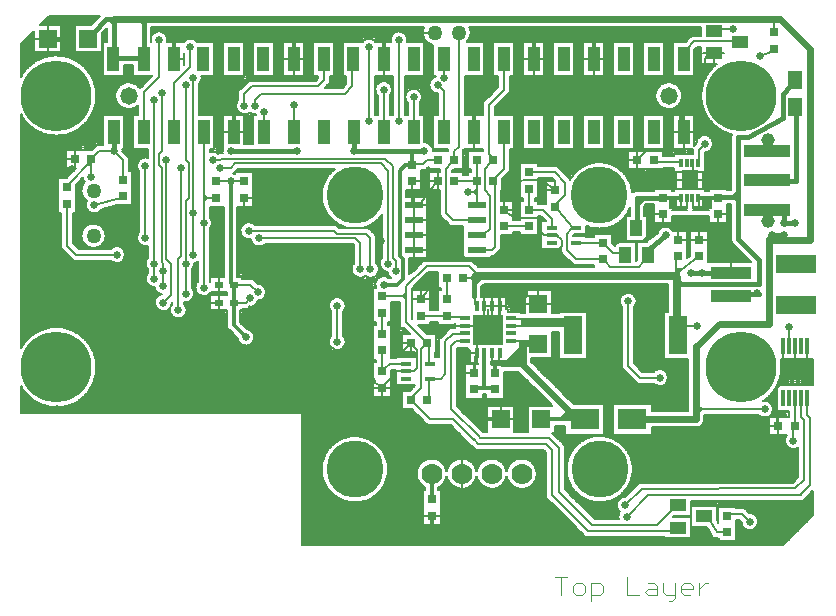
<source format=gtl>
*%FSLAX23Y23*%
*%MOIN*%
G01*
%ADD11C,0.000*%
%ADD12C,0.001*%
%ADD13C,0.002*%
%ADD14C,0.006*%
%ADD15C,0.007*%
%ADD16C,0.007*%
%ADD17C,0.008*%
%ADD18C,0.010*%
%ADD19C,0.012*%
%ADD20C,0.015*%
%ADD21C,0.018*%
%ADD22C,0.022*%
%ADD23C,0.024*%
%ADD24C,0.025*%
%ADD25C,0.029*%
%ADD26C,0.031*%
%ADD27C,0.031*%
%ADD28C,0.035*%
%ADD29C,0.035*%
%ADD30C,0.039*%
%ADD31C,0.039*%
%ADD32C,0.046*%
%ADD33C,0.047*%
%ADD34C,0.050*%
%ADD35C,0.051*%
%ADD36C,0.051*%
%ADD37C,0.054*%
%ADD38C,0.055*%
%ADD39C,0.058*%
%ADD40C,0.059*%
%ADD41C,0.059*%
%ADD42C,0.062*%
%ADD43C,0.067*%
%ADD44C,0.070*%
%ADD45C,0.074*%
%ADD46C,0.100*%
%ADD47C,0.108*%
%ADD48C,0.108*%
%ADD49C,0.120*%
%ADD50C,0.128*%
%ADD51C,0.128*%
%ADD52C,0.190*%
%ADD53C,0.194*%
%ADD54C,0.236*%
%ADD55C,0.240*%
%ADD56R,0.011X0.030*%
%ADD57R,0.012X0.030*%
%ADD58R,0.012X0.057*%
%ADD59R,0.014X0.033*%
%ADD60R,0.015X0.034*%
%ADD61R,0.016X0.034*%
%ADD62R,0.016X0.061*%
%ADD63R,0.018X0.037*%
%ADD64R,0.020X0.025*%
%ADD65R,0.021X0.021*%
%ADD66R,0.024X0.029*%
%ADD67R,0.025X0.020*%
%ADD68R,0.029X0.024*%
%ADD69R,0.030X0.011*%
%ADD70R,0.030X0.030*%
%ADD71R,0.031X0.031*%
%ADD72R,0.033X0.014*%
%ADD73R,0.034X0.015*%
%ADD74R,0.034X0.034*%
%ADD75R,0.035X0.035*%
%ADD76R,0.037X0.014*%
%ADD77R,0.037X0.018*%
%ADD78R,0.039X0.055*%
%ADD79R,0.039X0.014*%
%ADD80R,0.040X0.083*%
%ADD81R,0.041X0.018*%
%ADD82R,0.043X0.059*%
%ADD83R,0.043X0.018*%
%ADD84R,0.044X0.087*%
%ADD85R,0.047X0.055*%
%ADD86R,0.050X0.060*%
%ADD87R,0.051X0.071*%
%ADD88R,0.051X0.059*%
%ADD89R,0.054X0.064*%
%ADD90R,0.055X0.039*%
%ADD91R,0.055X0.075*%
%ADD92R,0.057X0.067*%
%ADD93R,0.059X0.043*%
%ADD94R,0.060X0.060*%
%ADD95R,0.061X0.024*%
%ADD96R,0.061X0.051*%
%ADD97R,0.061X0.071*%
%ADD98R,0.063X0.039*%
%ADD99R,0.063X0.126*%
%ADD100R,0.064X0.064*%
%ADD101R,0.065X0.028*%
%ADD102R,0.065X0.055*%
%ADD103R,0.067X0.043*%
%ADD104R,0.067X0.130*%
%ADD105R,0.085X0.030*%
%ADD106R,0.089X0.034*%
%ADD107R,0.094X0.030*%
%ADD108R,0.098X0.070*%
%ADD109R,0.098X0.034*%
%ADD110R,0.102X0.074*%
%ADD111R,0.104X0.104*%
%ADD112R,0.108X0.108*%
%ADD113R,0.134X0.059*%
%ADD114R,0.138X0.039*%
%ADD115R,0.138X0.063*%
%ADD116R,0.142X0.043*%
%ADD117R,0.169X0.169*%
%ADD118R,0.173X0.173*%
%ADD119R,0.250X0.250*%
D13*
X10356Y6933D02*
X10396D01*
X10376D01*
Y6873D01*
X10426D02*
X10446D01*
X10456Y6883D01*
Y6903D01*
X10446Y6913D01*
X10426D01*
X10416Y6903D01*
Y6883D01*
X10426Y6873D01*
X10476Y6853D02*
Y6913D01*
X10506D01*
X10516Y6903D01*
Y6883D01*
X10506Y6873D01*
X10476D01*
X10596D02*
Y6933D01*
Y6873D02*
X10636D01*
X10666Y6913D02*
X10686D01*
X10696Y6903D01*
Y6873D01*
X10666D01*
X10656Y6883D01*
X10666Y6893D01*
X10696D01*
X10716Y6883D02*
Y6913D01*
Y6883D02*
X10726Y6873D01*
X10756D01*
Y6863D01*
X10746Y6853D01*
X10736D01*
X10756Y6873D02*
Y6913D01*
X10786Y6873D02*
X10806D01*
X10786D02*
X10776Y6883D01*
Y6903D01*
X10786Y6913D01*
X10806D01*
X10816Y6903D01*
Y6893D01*
X10776D01*
X10836Y6873D02*
Y6913D01*
Y6893D02*
Y6873D01*
Y6893D02*
X10846Y6903D01*
X10856Y6913D01*
X10866D01*
D15*
X10654Y7248D02*
X11149Y7248D01*
X9976Y7138D02*
X9946D01*
X9916D01*
Y7108D02*
X9976D01*
X10900Y7052D02*
X10950D01*
X10962D01*
X10916Y7168D02*
X10900D01*
X10916D02*
X10942D01*
X10962D01*
X10809Y7138D02*
X10754D01*
X10809D02*
X10810D01*
X10809Y7133D02*
X10749D01*
X10809D02*
X10810D01*
X10770Y7063D02*
X10723D01*
X10770D02*
X10809D01*
Y7171D02*
X10810D01*
X10896D01*
X10810Y7101D02*
X10809D01*
X10810D02*
X10864D01*
X10338Y7188D02*
X10326D01*
Y7194D02*
X10333D01*
X10809Y7188D02*
X11170D01*
X11185D01*
X11196D01*
X10458Y7068D02*
X10446D01*
X10458D02*
X10474D01*
X10723D01*
X10569Y7128D02*
X10489D01*
X10876Y7064D02*
X10885D01*
X10900D01*
X10962Y7124D02*
X10973D01*
Y7162D02*
X10962D01*
X10973D02*
X10986D01*
X10989D01*
X11000D01*
X11117Y7039D02*
X9515D01*
Y7040D02*
X11118D01*
X10900Y7046D02*
X9515D01*
X10900D02*
X10962D01*
X11124D01*
X10723Y7052D02*
X9515D01*
X10723D02*
X10809D01*
X10876D01*
X10900D01*
X10950D01*
X10962D01*
X11130D01*
X10446Y7058D02*
X9515D01*
X10446D02*
X10723D01*
X10770D01*
X10809D01*
X10876D01*
X10888D01*
X10891D02*
X10900D01*
X10962D02*
X11136D01*
X10446Y7064D02*
X9515D01*
X10446D02*
X10462D01*
X10470D01*
X10723D01*
X10809D02*
X10876D01*
X10884D01*
X10962D02*
X11142D01*
X10446Y7070D02*
X9515D01*
X10446D02*
X10456D01*
X10809D02*
X10876D01*
X10962D02*
X11148D01*
X10446Y7076D02*
X9515D01*
X10809D02*
X10876D01*
X10962D02*
X11154D01*
X10444Y7082D02*
X9515D01*
X10809D02*
X10874D01*
X10962D02*
X11160D01*
X10438Y7088D02*
X9515D01*
X10810D02*
X10871D01*
X10962D02*
X11166D01*
X10432Y7094D02*
X9515D01*
X10810D02*
X10868D01*
X10962D02*
X10992D01*
X11020D02*
X11172D01*
X9916Y7100D02*
X9515D01*
X9916D02*
X9976D01*
X10426D01*
X10810D02*
X10864D01*
X10962D02*
X10985D01*
X11027D02*
X11178D01*
X9916Y7106D02*
X9515D01*
X9916D02*
X9976D01*
X10420D01*
X10962D02*
X10981D01*
X11031D02*
X11184D01*
X9916Y7112D02*
X9515D01*
X9976D02*
X10414D01*
X10962D02*
X10979D01*
X11033D02*
X11190D01*
X9916Y7118D02*
X9515D01*
X9976D02*
X10408D01*
X10962D02*
X10978D01*
X11034D02*
X11196D01*
X9916Y7124D02*
X9515D01*
X9976D02*
X10402D01*
X11033D02*
X11202D01*
X9916Y7130D02*
X9515D01*
X9976D02*
X10396D01*
X10487D02*
X10568D01*
X11031D02*
X11208D01*
X9916Y7136D02*
X9515D01*
X9976D02*
X10390D01*
X10481D02*
X10568D01*
X10752D02*
X10809D01*
X11027D02*
X11214D01*
X9916Y7142D02*
X9515D01*
X9976D02*
X10384D01*
X10475D02*
X10569D01*
X11020D02*
X11217D01*
X9916Y7148D02*
X9515D01*
X9976D02*
X10378D01*
X10469D02*
X10572D01*
X11004D02*
X11217D01*
X9916Y7154D02*
X9515D01*
X9976D02*
X10372D01*
X10463D02*
X10570D01*
X11000D02*
X11217D01*
X9916Y7160D02*
X9515D01*
X9976D02*
X10366D01*
X10457D02*
X10566D01*
X10992D02*
X11000D01*
X11217D01*
X9916Y7166D02*
X9515D01*
X9976D02*
X10360D01*
X10451D02*
X10564D01*
X10962D02*
X10976D01*
X10986D01*
X10986D02*
X11000D01*
X11217D01*
X9916Y7172D02*
X9515D01*
X9976D02*
X10354D01*
X10445D02*
X10563D01*
X10810D02*
X10896D01*
X10900D02*
X10916D01*
X10942D01*
X10962D01*
X10986D01*
X11000D01*
X11217D01*
X9916Y7178D02*
X9515D01*
X9976D02*
X10326D01*
X10348D01*
X10439D02*
X10563D01*
X10810D02*
X10896D01*
X10900D02*
X10962D01*
X11196D01*
X11217D01*
X9667Y7184D02*
X9515D01*
X9713D02*
X9916D01*
X9976D02*
X10326D01*
X10342D01*
X10433D02*
X10488D01*
X10524D02*
X10565D01*
X10809D02*
X11175D01*
X11180D02*
X11196D01*
X11217D01*
X9648Y7190D02*
X9515D01*
X9732D02*
X9916D01*
X9976D02*
X10326D01*
X10336D01*
X10427D02*
X10466D01*
X10546D02*
X10569D01*
X11186D02*
X11196D01*
X11217D01*
X9635Y7196D02*
X9515D01*
X9745D02*
X9916D01*
X9976D02*
X10326D01*
X10421D02*
X10453D01*
X10559D02*
X10575D01*
X11196D02*
X11217D01*
X9626Y7202D02*
X9515D01*
X9754D02*
X9916D01*
X9976D02*
X10324D01*
X10415D02*
X10443D01*
X10569D02*
X10592D01*
X11197D02*
X11217D01*
X9618Y7208D02*
X9515D01*
X9762D02*
X9916D01*
X9976D02*
X10318D01*
X10326D01*
X10409D02*
X10435D01*
X10577D02*
X10598D01*
X11203D02*
X11217D01*
X9612Y7214D02*
X9515D01*
X9768D02*
X9916D01*
X9976D02*
X10324D01*
X10403D02*
X10429D01*
X10583D02*
X10604D01*
X11208D02*
X11217D01*
X10679Y7408D02*
X10550D01*
X10522D02*
X10392D01*
X9924Y7224D02*
X9916D01*
X9968D02*
X9976D01*
X11122Y7408D02*
X11126D01*
X11070D02*
X11067D01*
X11070D02*
X11126D01*
X11131D01*
X11214Y7220D02*
X11217D01*
X10390Y7382D02*
X10379D01*
X10093Y7358D02*
X10082D01*
X10093D02*
X10109D01*
X10318D01*
X9606Y7220D02*
X9515D01*
X9774D02*
X9916D01*
X9976D02*
X10326D01*
X10397D02*
X10423D01*
X10589D02*
X10610D01*
X9601Y7226D02*
X9515D01*
X9779D02*
X9916D01*
X9924D01*
X9968D02*
X9976D01*
X10326D01*
X10391D02*
X10418D01*
X10594D02*
X10616D01*
X9597Y7232D02*
X9515D01*
X9783D02*
X9916D01*
X9924D01*
X9968D02*
X9976D01*
X10025D01*
X10067D02*
X10125D01*
X10167D02*
X10225D01*
X10267D02*
X10326D01*
X10390D02*
X10414D01*
X10598D02*
X10622D01*
X9594Y7238D02*
X9515D01*
X9786D02*
X9915D01*
X9977D02*
X10015D01*
X10077D02*
X10115D01*
X10177D02*
X10215D01*
X10277D02*
X10326D01*
X10390D02*
X10410D01*
X10602D02*
X10626D01*
X9590Y7244D02*
X9515D01*
X9790D02*
X9909D01*
X9983D02*
X10009D01*
X10083D02*
X10109D01*
X10183D02*
X10209D01*
X10283D02*
X10326D01*
X10390D02*
X10407D01*
X10605D02*
X10626D01*
X10634D01*
X9588Y7250D02*
X9515D01*
X9792D02*
X9904D01*
X9988D02*
X10004D01*
X10088D02*
X10104D01*
X10188D02*
X10204D01*
X10288D02*
X10326D01*
X10390D02*
X10404D01*
X10608D02*
X10640D01*
X10652D01*
X11151D01*
X9586Y7256D02*
X9515D01*
X9794D02*
X9901D01*
X9991D02*
X10001D01*
X10091D02*
X10101D01*
X10191D02*
X10201D01*
X10291D02*
X10326D01*
X10390D02*
X10402D01*
X10610D02*
X11157D01*
X9584Y7262D02*
X9515D01*
X9796D02*
X9898D01*
X10294D02*
X10326D01*
X10390D02*
X10400D01*
X10612D02*
X11163D01*
X9582Y7268D02*
X9515D01*
X9798D02*
X9896D01*
X10296D02*
X10326D01*
X10390D02*
X10398D01*
X10614D02*
X11166D01*
X9581Y7274D02*
X9515D01*
X9799D02*
X9896D01*
X10296D02*
X10326D01*
X10615D02*
X11166D01*
X9580Y7280D02*
X9515D01*
X9800D02*
X9896D01*
X10296D02*
X10326D01*
X10616D02*
X11166D01*
X9580Y7286D02*
X9515D01*
X9800D02*
X9896D01*
X10296D02*
X10326D01*
X10616D02*
X11166D01*
X9580Y7292D02*
X9515D01*
X9800D02*
X9897D01*
X10295D02*
X10326D01*
X10616D02*
X11166D01*
X9580Y7298D02*
X9515D01*
X9800D02*
X9900D01*
X9992D02*
X10000D01*
X10092D02*
X10100D01*
X10192D02*
X10200D01*
X10292D02*
X10326D01*
X10616D02*
X11166D01*
X9580Y7304D02*
X9515D01*
X9800D02*
X9903D01*
X9989D02*
X10003D01*
X10089D02*
X10103D01*
X10189D02*
X10203D01*
X10289D02*
X10326D01*
X10616D02*
X11166D01*
X9581Y7310D02*
X9515D01*
X9799D02*
X9907D01*
X9985D02*
X10007D01*
X10085D02*
X10107D01*
X10185D02*
X10207D01*
X10285D02*
X10326D01*
X10615D02*
X11166D01*
X9582Y7316D02*
X9515D01*
X9798D02*
X9913D01*
X9979D02*
X10013D01*
X10079D02*
X10113D01*
X10179D02*
X10213D01*
X10279D02*
X10326D01*
X10390D02*
X10398D01*
X10614D02*
X11166D01*
X9584Y7322D02*
X9515D01*
X9796D02*
X9921D01*
X9971D02*
X10021D01*
X10071D02*
X10121D01*
X10171D02*
X10221D01*
X10271D02*
X10326D01*
X10390D02*
X10399D01*
X10613D02*
X11166D01*
X9586Y7328D02*
X9515D01*
X9794D02*
X9939D01*
X9953D02*
X10039D01*
X10053D02*
X10139D01*
X10153D02*
X10239D01*
X10253D02*
X10326D01*
X10390D02*
X10401D01*
X10611D02*
X11166D01*
X9588Y7334D02*
X9515D01*
X9792D02*
X10326D01*
X10390D02*
X10403D01*
X10609D02*
X11166D01*
X9590Y7340D02*
X9515D01*
X9790D02*
X10326D01*
X10390D02*
X10406D01*
X10606D02*
X11166D01*
X9594Y7346D02*
X9515D01*
X9786D02*
X10082D01*
X10326D01*
X10390D02*
X10409D01*
X10603D02*
X11166D01*
X9597Y7352D02*
X9515D01*
X9783D02*
X10082D01*
X10099D01*
X10103D02*
X10324D01*
X10390D02*
X10413D01*
X10599D02*
X11166D01*
X9601Y7358D02*
X9515D01*
X9779D02*
X10082D01*
X10093D01*
X10109D01*
X10318D01*
X10394D02*
X10417D01*
X10595D02*
X11132D01*
X11166D01*
X9606Y7364D02*
X9515D01*
X9774D02*
X10082D01*
X10390D02*
X10398D01*
X10421D01*
X10591D02*
X11132D01*
X9612Y7370D02*
X9515D01*
X9768D02*
X10078D01*
X10392D02*
X10427D01*
X10585D02*
X11130D01*
X9618Y7376D02*
X9515D01*
X9762D02*
X10072D01*
X10390D02*
X10433D01*
X10579D02*
X11126D01*
X9626Y7382D02*
X9515D01*
X9754D02*
X10066D01*
X10380D02*
X10390D01*
X10441D01*
X10571D02*
X11124D01*
X9635Y7388D02*
X9515D01*
X9745D02*
X10060D01*
X10374D02*
X10390D01*
X10450D01*
X10562D02*
X11123D01*
X9648Y7394D02*
X9515D01*
X9732D02*
X10054D01*
X10368D02*
X10390D01*
X10461D01*
X10551D02*
X11124D01*
X9667Y7400D02*
X9515D01*
X9713D02*
X10048D01*
X10362D02*
X10392D01*
X10478D01*
X10534D02*
X10550D01*
X10679D01*
X11070D01*
X11126D01*
X10042Y7406D02*
X9515D01*
X10358D02*
X10392D01*
X10522D01*
X10550D01*
X10679D01*
X11070D01*
X11126D01*
X10036Y7412D02*
X9515D01*
X10358D02*
X10392D01*
X10522D02*
X10550D01*
X10679D02*
X11070D01*
Y7438D02*
X11101D01*
X10222Y7459D02*
X10177D01*
X10132D01*
X9812Y7564D02*
X9782D01*
X9752D01*
Y7534D02*
X9812D01*
X9824Y7572D02*
X9828D01*
X9892D01*
X9846Y7554D02*
X9843D01*
X9846D02*
X9875D01*
X9846Y7494D02*
X9843D01*
X9846D02*
X9880D01*
X10053Y7584D02*
X10056D01*
Y7590D02*
X10053D01*
Y7528D02*
X10056D01*
X10118D01*
X10123D02*
X10126D01*
X10188D01*
X10550Y7510D02*
X10679D01*
X10522D02*
X10420D01*
X10222Y7504D02*
X10132D01*
X10266D02*
X10348D01*
X10348Y7414D02*
X10356D01*
X10358D01*
X11098Y7574D02*
X11116D01*
X11096Y7486D02*
X11093D01*
X11096D02*
X11116D01*
Y7574D02*
X11112D01*
X11116D02*
X11136D01*
X11116Y7486D02*
X11112D01*
X11116D02*
X11136D01*
Y7574D02*
X11132D01*
X11136D02*
X11139D01*
X11155D01*
X11136Y7486D02*
X11132D01*
X11136D02*
X11136D01*
X11152Y7574D02*
X11155D01*
X11159D01*
X11175D01*
X11171D01*
X11175D02*
X11178D01*
X11198D01*
X11217D01*
X11126Y7468D02*
X11122D01*
X11132D02*
X11136D01*
X11076D02*
X11070D01*
X11076D02*
X11126D01*
X11132D01*
X9515Y7480D02*
X8577D01*
X10679Y7432D02*
X10827D01*
X10800Y7486D02*
X10679D01*
X10126Y7542D02*
X10118D01*
X10622Y7578D02*
X10633D01*
X10649D01*
X10686D01*
X10854Y7474D02*
X11036D01*
X10378Y7438D02*
X10358D01*
X10378D02*
X10386D01*
X10388D01*
X10392D01*
X9934Y7440D02*
X9922D01*
X9934D02*
X9950D01*
X10009D01*
X10116Y7418D02*
X10132D01*
X10222D02*
X10266D01*
X10356D02*
X10358D01*
X10030Y7418D02*
X9515D01*
X10116D02*
X10132D01*
X10222D02*
X10266D01*
X10358D02*
X10392D01*
X10522D02*
X10550D01*
X10679D02*
X11070D01*
X10024Y7424D02*
X9515D01*
X10110D02*
X10132D01*
X10222D02*
X10266D01*
X10358D02*
X10392D01*
X10522D02*
X10550D01*
X10679D02*
X11070D01*
X9922Y7430D02*
X9515D01*
X9922D02*
X10018D01*
X10104D02*
X10132D01*
X10222D02*
X10266D01*
X10358D02*
X10386D01*
X10522D02*
X10550D01*
X10679D02*
X11070D01*
X9922Y7436D02*
X9515D01*
X9922D02*
X9937D01*
X9947D01*
X10012D01*
X10098D02*
X10132D01*
X10222D02*
X10266D01*
X10358D02*
X10380D01*
X10522D02*
X10550D01*
X10842D02*
X11070D01*
X9922Y7442D02*
X9515D01*
X9922D02*
X9931D01*
X10092D02*
X10132D01*
X10222D02*
X10266D01*
X10522D02*
X10550D01*
X10849D02*
X11070D01*
X9922Y7448D02*
X9515D01*
X10086D02*
X10132D01*
X10222D02*
X10266D01*
X10522D02*
X10550D01*
X10854D02*
X11070D01*
X9919Y7454D02*
X9515D01*
X10080D02*
X10132D01*
X10222D02*
X10266D01*
X10522D02*
X10550D01*
X10854D02*
X11070D01*
X9913Y7460D02*
X9515D01*
X10074D02*
X10132D01*
X10222D02*
X10266D01*
X10522D02*
X10550D01*
X10854D02*
X11070D01*
X9907Y7466D02*
X9515D01*
X10068D02*
X10132D01*
X10222D02*
X10266D01*
X10522D02*
X10550D01*
X10854D02*
X11049D01*
X11063D02*
X11070D01*
X9901Y7472D02*
X9515D01*
X10062D02*
X10132D01*
X10222D02*
X10266D01*
X10522D02*
X10550D01*
X10854D02*
X11037D01*
X11076D02*
X11126D01*
X9895Y7478D02*
X9515D01*
X10056D02*
X10132D01*
X10222D02*
X10266D01*
X10522D02*
X10550D01*
X11080D02*
X11096D01*
X11116D01*
X11126D01*
X9515Y7484D02*
X8577D01*
X9515D02*
X9846D01*
X9889D01*
X10050D02*
X10132D01*
X10222D02*
X10266D01*
X10522D02*
X10550D01*
X11083D02*
X11096D01*
X11116D01*
X11136D01*
X9515Y7490D02*
X8577D01*
X9515D02*
X9846D01*
X9883D01*
X10044D02*
X10132D01*
X10222D02*
X10266D01*
X10522D02*
X10550D01*
X10679D02*
X10800D01*
X11084D02*
X11096D01*
X9846Y7496D02*
X8577D01*
X10038D02*
X10132D01*
X10222D02*
X10266D01*
X10522D02*
X10550D01*
X10679D02*
X10800D01*
X11084D02*
X11096D01*
X8666Y7502D02*
X8577D01*
X8723D02*
X9846D01*
X10032D02*
X10132D01*
X10222D02*
X10266D01*
X10522D02*
X10550D01*
X10679D02*
X10800D01*
X11083D02*
X11096D01*
X8646Y7508D02*
X8577D01*
X8743D02*
X9846D01*
X10032D02*
X10132D01*
X10222D01*
X10266D01*
X10344D01*
X10522D02*
X10550D01*
X10679D02*
X10800D01*
X11080D02*
X11096D01*
X8633Y7514D02*
X8577D01*
X8756D02*
X9846D01*
X10032D02*
X10132D01*
X10222D01*
X10266D01*
X10338D01*
X10416D02*
X10522D01*
X10550D01*
X10679D01*
X10800D01*
X11076D02*
X11096D01*
X8623Y7520D02*
X8577D01*
X8767D02*
X9846D01*
X10032D02*
X10056D01*
X10118D01*
X10126D01*
X10188D01*
X10332D01*
X10410D02*
X10522D01*
X10550D01*
X10679D01*
X10800D01*
X11063D02*
X11076D01*
X11096D01*
X8614Y7526D02*
X8577D01*
X8775D02*
X9752D01*
X9812D01*
X9846D01*
X10032D02*
X10056D01*
X10118D01*
X10126D01*
X10188D01*
X10326D01*
X10404D02*
X10800D01*
X11059D02*
X11096D01*
X8607Y7532D02*
X8577D01*
X8783D02*
X9752D01*
X9812D01*
X9846D01*
X10032D02*
X10056D01*
X10118D02*
X10126D01*
X10188D02*
X10320D01*
X10398D02*
X10800D01*
X11066D02*
X11096D01*
X8600Y7538D02*
X8577D01*
X8789D02*
X9752D01*
X9812D02*
X9846D01*
X10032D02*
X10056D01*
X10118D02*
X10126D01*
X10188D02*
X10314D01*
X10392D02*
X10800D01*
X11073D02*
X11096D01*
X8595Y7544D02*
X8577D01*
X8795D02*
X9752D01*
X9812D02*
X9846D01*
X10032D02*
X10056D01*
X10188D02*
X10308D01*
X10386D02*
X10800D01*
X11078D02*
X11096D01*
X8590Y7550D02*
X8577D01*
X8800D02*
X9752D01*
X9812D02*
X9846D01*
X10032D02*
X10056D01*
X10188D02*
X10302D01*
X10380D02*
X10800D01*
X11083D02*
X11096D01*
X8585Y7556D02*
X8577D01*
X8804D02*
X9752D01*
X9812D02*
X9846D01*
X9876D01*
X10032D02*
X10056D01*
X10188D02*
X10296D01*
X10374D02*
X10800D01*
X11088D02*
X11096D01*
X9752Y7562D02*
X8808D01*
X9812D02*
X9828D01*
X9846D01*
X9882D01*
X10032D02*
X10056D01*
X10188D02*
X10290D01*
X10368D02*
X10800D01*
X9752Y7568D02*
X8812D01*
X9812D02*
X9828D01*
X9888D01*
X10032D02*
X10056D01*
X10188D02*
X10284D01*
X10362D02*
X10622D01*
X10726D01*
X10800D01*
X9752Y7574D02*
X8815D01*
X9812D02*
X9828D01*
X10032D02*
X10056D01*
X10188D02*
X10278D01*
X10356D02*
X10622D01*
X10637D01*
X10645D01*
X10692D01*
X10726D02*
X10800D01*
X9752Y7580D02*
X8818D01*
X9812D02*
X9828D01*
X10032D02*
X10056D01*
X10188D02*
X10272D01*
X10350D02*
X10622D01*
X10631D01*
X10727D02*
X10800D01*
X11101D02*
X11116D01*
X11136D01*
X11139D02*
X11155D01*
X11159D02*
X11175D01*
X11178D02*
X11198D01*
X11217D01*
X9752Y7586D02*
X8820D01*
X9812D02*
X9828D01*
X10032D02*
X10056D01*
X10188D02*
X10266D01*
X10344D02*
X10622D01*
X10731D02*
X10800D01*
X11104D02*
X11116D01*
X11136D01*
X11139D02*
X11155D01*
X11159D02*
X11175D01*
X11178D02*
X11198D01*
X11217D01*
X9752Y7592D02*
X8822D01*
X9812D02*
X9828D01*
X10032D02*
X10056D01*
X10188D02*
X10260D01*
X10338D02*
X10619D01*
X10733D02*
X10800D01*
X11106D02*
X11217D01*
X9752Y7598D02*
X8824D01*
X9812D02*
X9828D01*
X10032D02*
X10056D01*
X10188D02*
X10254D01*
X10332D02*
X10613D01*
X10734D02*
X10800D01*
X11107D02*
X11217D01*
X9752Y7604D02*
X8825D01*
X9812D02*
X9828D01*
X10032D02*
X10056D01*
X10188D02*
X10248D01*
X10326D02*
X10607D01*
X10733D02*
X10800D01*
X11109D02*
X11217D01*
X10096Y7680D02*
X10073D01*
X10089Y7770D02*
X10056D01*
X10024D01*
X10056Y7614D02*
X10087D01*
X9884Y7619D02*
X9862D01*
X9840D01*
X9846Y7714D02*
X9877D01*
X9762Y7650D02*
X9752D01*
Y7774D02*
X9762D01*
X9802D02*
X9812D01*
X9762Y7658D02*
X9752D01*
X9929Y7744D02*
X9956D01*
X9962D01*
Y7684D02*
X9956D01*
X9846Y7744D02*
X9843D01*
X9846D02*
X9874D01*
X9846Y7684D02*
X9843D01*
X9846D02*
X9892D01*
X9828Y7616D02*
X9824D01*
X9956Y7666D02*
X9972D01*
X9828D02*
X9824D01*
X9828D02*
X9836D01*
X9872D01*
X9892D01*
X9828Y7622D02*
X9824D01*
X10053Y7644D02*
X10056D01*
X10073D01*
X10099D01*
X10100D01*
X10024Y7767D02*
X10022D01*
X10032Y7697D02*
X10067D01*
X10070Y7647D02*
X10073D01*
X10099D01*
X10096D01*
X10099D02*
X10100D01*
X10072Y7691D02*
X10067D01*
X10072D02*
X10073D01*
X10278Y7664D02*
X10348D01*
X10719Y7661D02*
X10800D01*
X10463D02*
X10369D01*
X9972Y7774D02*
X9966D01*
X9972D02*
X9998D01*
X10016D01*
X10024D01*
X9942D02*
X9900D01*
X9762Y7784D02*
X9752D01*
X9802D02*
X9812D01*
X11171Y7659D02*
X11175D01*
X11178D02*
X11198D01*
X11217D01*
X11178Y7659D02*
X11175D01*
X11135Y7659D02*
X11132D01*
X11158D02*
X11175D01*
X11178D01*
X11116D02*
X11112D01*
X11116D02*
X11135D01*
X11139D01*
X11155D01*
X11158D01*
X11116Y7659D02*
X11109D01*
X10593Y7618D02*
X10582D01*
X9972Y7738D02*
X9969D01*
X9972D02*
X9984D01*
X9855Y7764D02*
X9842D01*
X9277Y7752D02*
X9264D01*
X9942Y7784D02*
X9966D01*
X10348Y7750D02*
X10369D01*
X10009Y7764D02*
X9998D01*
X10009D02*
X10024D01*
X10188Y7618D02*
X10192D01*
X10222D01*
X10226D01*
X10235D01*
X9828Y7624D02*
X9815D01*
Y7664D02*
X9812D01*
X9815D02*
X9828D01*
X10649Y7618D02*
X10686D01*
X9752Y7610D02*
X8827D01*
X9812D02*
X9828D01*
X10032D02*
X10056D01*
X10188D02*
X10226D01*
X10236D01*
X10320D02*
X10582D01*
X10601D01*
X10731D02*
X10800D01*
X11110D02*
X11217D01*
X9752Y7616D02*
X8827D01*
X9812D02*
X9828D01*
X10032D02*
X10056D01*
X10192D02*
X10222D01*
X10226D02*
X10236D01*
X10314D02*
X10582D01*
X10595D01*
X10727D02*
X10800D01*
X11111D02*
X11217D01*
X9752Y7622D02*
X8828D01*
X9813D02*
X9828D01*
X10032D02*
X10056D01*
X10308D02*
X10582D01*
X10589D01*
X10645D02*
X10692D01*
X10726D02*
X10800D01*
X11111D02*
X11217D01*
X9752Y7628D02*
X8828D01*
X10032D02*
X10056D01*
X10302D02*
X10582D01*
X10639D02*
X10726D01*
X10800D01*
X11112D02*
X11217D01*
X9752Y7634D02*
X8828D01*
X10032D02*
X10056D01*
X10296D02*
X10577D01*
X10633D02*
X10800D01*
X11112D02*
X11217D01*
X9752Y7640D02*
X8828D01*
X10032D02*
X10056D01*
X10290D02*
X10575D01*
X10627D02*
X10800D01*
X11112D02*
X11217D01*
X9752Y7646D02*
X8828D01*
X10032D02*
X10056D01*
X10073D01*
X10099D01*
X10284D02*
X10581D01*
X10621D02*
X10800D01*
X11116D02*
X11135D01*
X11158D01*
X11175D01*
X11178D02*
X11217D01*
X9752Y7652D02*
X8827D01*
X9752D02*
X9762D01*
X10032D02*
X10056D01*
X10073D01*
X10278D02*
X10348D01*
X10369D01*
X10463D01*
X10582D01*
X10620D02*
X10719D01*
X10800D01*
X11116D02*
X11135D01*
X11139D02*
X11155D01*
X11158D02*
X11175D01*
X11178D02*
X11198D01*
X11217D01*
X9752Y7658D02*
X8826D01*
X9752D02*
X9762D01*
X10032D02*
X10073D01*
X10278D02*
X10348D01*
X10369D01*
X10463D01*
X10582D01*
X10620D02*
X10719D01*
X10800D01*
X11116D02*
X11135D01*
X11139D02*
X11155D01*
X11158D02*
X11175D01*
X11178D02*
X11198D01*
X11217D01*
X9752Y7664D02*
X8825D01*
X9815D02*
X9828D01*
X10032D02*
X10073D01*
X10348D02*
X10369D01*
X10463D02*
X10582D01*
X10620D02*
X10719D01*
X9752Y7670D02*
X8823D01*
X9812D02*
X9828D01*
X9836D01*
X9872D01*
X9892D01*
X9956D02*
X9972D01*
X10032D02*
X10073D01*
X10348D02*
X10369D01*
X10463D02*
X10582D01*
X10620D02*
X10719D01*
X9752Y7676D02*
X8821D01*
X9812D02*
X9828D01*
X9836D01*
X9846D01*
X9872D01*
X9892D01*
X9962D02*
X9972D01*
X10032D02*
X10073D01*
X10348D02*
X10369D01*
X10463D02*
X10582D01*
X10620D02*
X10719D01*
X9752Y7682D02*
X8819D01*
X9812D02*
X9846D01*
X9892D01*
X9962D02*
X9972D01*
X10032D02*
X10067D01*
X10348D02*
X10369D01*
X10463D02*
X10582D01*
X10620D02*
X10719D01*
X9612Y7688D02*
X8816D01*
X9612D02*
X9650D01*
X9752D01*
X9812D02*
X9846D01*
X9962D02*
X9972D01*
X10032D02*
X10067D01*
X10348D02*
X10369D01*
X10463D02*
X10582D01*
X10620D02*
X10719D01*
X9612Y7694D02*
X8813D01*
X9650D02*
X9752D01*
X9812D02*
X9846D01*
X9962D02*
X9972D01*
X10032D02*
X10067D01*
X10348D02*
X10369D01*
X10463D02*
X10582D01*
X10620D02*
X10719D01*
X9610Y7700D02*
X8810D01*
X9652D02*
X9752D01*
X9812D02*
X9846D01*
X9962D02*
X9972D01*
X10348D02*
X10369D01*
X10463D02*
X10582D01*
X10620D02*
X10719D01*
X9319Y7706D02*
X8806D01*
X9333D02*
X9606D01*
X9656D02*
X9752D01*
X9812D02*
X9846D01*
X9962D02*
X9972D01*
X10348D02*
X10369D01*
X10463D02*
X10582D01*
X10620D02*
X10719D01*
X8587Y7712D02*
X8577D01*
X8802D02*
X9307D01*
X9345D02*
X9604D01*
X9658D02*
X9752D01*
X9812D02*
X9846D01*
X9962D02*
X9971D01*
X10348D02*
X10369D01*
X10463D02*
X10582D01*
X10620D02*
X10719D01*
X8592Y7718D02*
X8577D01*
X8798D02*
X9302D01*
X9350D02*
X9603D01*
X9659D02*
X9752D01*
X9812D02*
X9846D01*
X9965D02*
X9972D01*
X10348D02*
X10369D01*
X10463D02*
X10582D01*
X10620D02*
X10719D01*
X8597Y7724D02*
X8577D01*
X8792D02*
X9299D01*
X9353D02*
X9604D01*
X9658D02*
X9752D01*
X9812D02*
X9846D01*
X10348D02*
X10369D01*
X10463D02*
X10582D01*
X10620D02*
X10719D01*
X8603Y7730D02*
X8577D01*
X8786D02*
X9298D01*
X9354D02*
X9606D01*
X9656D02*
X9752D01*
X9812D02*
X9846D01*
X9962D02*
X9972D01*
X10348D02*
X10369D01*
X10463D02*
X10582D01*
X10620D02*
X10719D01*
X8610Y7736D02*
X8577D01*
X8779D02*
X9293D01*
X9354D02*
X9610D01*
X9652D02*
X9752D01*
X9812D02*
X9846D01*
X9962D02*
X9972D01*
X9981D01*
X10348D02*
X10369D01*
X10463D02*
X10582D01*
X10620D02*
X10719D01*
X8618Y7742D02*
X8577D01*
X8771D02*
X9264D01*
X9287D01*
X9353D02*
X9612D01*
X9650D02*
X9752D01*
X9812D02*
X9846D01*
X9962D02*
X9972D01*
X9987D01*
X10348D02*
X10369D01*
X10463D02*
X10582D01*
X10620D02*
X10719D01*
X8628Y7748D02*
X8577D01*
X8762D02*
X9264D01*
X9281D01*
X9350D02*
X9612D01*
X9650D02*
X9752D01*
X9812D02*
X9846D01*
X9870D01*
X9926D02*
X9962D01*
X9972D01*
X9993D01*
X10348D02*
X10369D01*
X10463D02*
X10582D01*
X10620D02*
X10719D01*
X8639Y7754D02*
X8577D01*
X8751D02*
X9264D01*
X9275D01*
X9345D02*
X9612D01*
X9650D02*
X9752D01*
X9812D02*
X9842D01*
X9846D02*
X9864D01*
X9920D02*
X9962D01*
X9998D01*
X10463D02*
X10582D01*
X10620D02*
X10719D01*
X8655Y7760D02*
X8577D01*
X8735D02*
X9264D01*
X9333D02*
X9612D01*
X9650D02*
X9752D01*
X9812D02*
X9842D01*
X9858D01*
X9914D02*
X9998D01*
X10005D01*
X10463D02*
X10582D01*
X10620D02*
X10719D01*
X8688Y7766D02*
X8577D01*
X8702D02*
X9263D01*
X9323D02*
X9612D01*
X9650D02*
X9752D01*
X9812D02*
X9842D01*
X9908D02*
X9942D01*
X9966D01*
X9998D01*
X10011D01*
X10023D01*
X10463D02*
X10582D01*
X10620D02*
X10719D01*
X9257Y7772D02*
X8577D01*
X9257D02*
X9264D01*
X9317D02*
X9612D01*
X9650D02*
X9752D01*
X9812D02*
X9842D01*
X9902D02*
X9942D01*
X9966D01*
X9972D02*
X9998D01*
X10016D01*
X10024D01*
X10463D02*
X10582D01*
X10620D02*
X10719D01*
X9261Y7778D02*
X8577D01*
X9311D02*
X9612D01*
X9650D02*
X9752D01*
X9762D01*
X9802D02*
X9812D01*
X9840D01*
X9942D02*
X9966D01*
X10463D02*
X10582D01*
X10620D02*
X10719D01*
X9264Y7784D02*
X8577D01*
X9308D02*
X9612D01*
X9650D02*
X9752D01*
X9812D02*
X9834D01*
X9842D01*
X9942D02*
X9966D01*
X10463D02*
X10582D01*
X10620D02*
X10719D01*
X9264Y7790D02*
X8577D01*
X9308D02*
X9612D01*
X9650D02*
X9752D01*
X9812D02*
X9840D01*
X10463D02*
X10582D01*
X10620D02*
X10719D01*
X9082Y7796D02*
X8577D01*
X9082D02*
X9094D01*
X9108D02*
X9120D01*
X9264D01*
X9308D02*
X9612D01*
X9650D02*
X9752D01*
X9812D02*
X9842D01*
X10463D02*
X10582D01*
X10620D02*
X10719D01*
X9082Y7802D02*
X8577D01*
X9120D02*
X9264D01*
X9308D02*
X9612D01*
X9650D02*
X9752D01*
X9812D02*
X9842D01*
X10463D02*
X10582D01*
X10620D02*
X10719D01*
X10943Y7948D02*
X10978D01*
X10943D02*
X10908D01*
X9942Y7859D02*
X9912D01*
X9882D01*
X10302Y7844D02*
X10348D01*
X10302D02*
X10256D01*
X10144Y7835D02*
X10121D01*
X10147D02*
X10169D01*
X10147D02*
X10125D01*
X10173D02*
X10195D01*
X10173D02*
X10150D01*
X9236Y7848D02*
X9208D01*
X9206Y7874D02*
X9204D01*
X9206D02*
X9208D01*
X9258D01*
X9208Y7822D02*
X9204D01*
X9208D02*
X9258D01*
Y7874D02*
X9254D01*
X9258D02*
X9264D01*
X9264D01*
X9258Y7822D02*
X9254D01*
X9258D02*
X9264D01*
X9264D01*
X9308D02*
X9314D01*
X9208Y7934D02*
X9206D01*
X9208D02*
X9254D01*
Y7882D02*
X9209D01*
X9298Y7934D02*
X9308D01*
X9314D01*
X9258Y7882D02*
X9254D01*
X9258D02*
X9264D01*
X9264D01*
X10202Y7818D02*
X10208D01*
X10228D01*
X10244D01*
X10150Y7867D02*
X10147D01*
X10169D02*
X10195D01*
X10125D02*
X10121D01*
X10144D02*
X10150D01*
X10169D01*
X10125D02*
X10118D01*
X10125D02*
X10144D01*
X10118D02*
X10112D01*
X10195Y7826D02*
X10202D01*
X10256Y7890D02*
X10348D01*
X10719Y7818D02*
X10734D01*
X10412D02*
X10369D01*
X10412D02*
X10463D01*
X9978Y7890D02*
X9966D01*
Y7898D02*
X9963D01*
X9966D02*
X9978D01*
X9882Y7834D02*
X9880D01*
Y7890D02*
X9882D01*
X9942D01*
X9882Y7828D02*
X9880D01*
X9759Y7900D02*
X9752D01*
X9872Y7995D02*
X9879D01*
X9908D01*
X9926D01*
X9926D01*
X9932D01*
X10052D02*
X10071D01*
X10073D01*
X10092D01*
X10096D01*
X10144D01*
X10866Y7983D02*
X11010D01*
X9873Y7984D02*
X9872D01*
X9686Y7938D02*
X9683D01*
X9686D02*
X9688D01*
X9264Y7874D02*
X9264D01*
X8742Y7988D02*
X8738D01*
X8742D02*
X8753D01*
X8769D01*
X8782D01*
X8778D01*
X8782D02*
X8836D01*
X8876D01*
X10626Y7988D02*
X10628D01*
X10418Y7974D02*
X10406D01*
X10418D02*
X10434D01*
X10486D01*
X10136Y7911D02*
X10122D01*
X10136D02*
X10734D01*
X10406Y7966D02*
X10102D01*
X10406D02*
X10425D01*
X10427D01*
X10486D01*
X9966Y7950D02*
X9935D01*
X9919Y7988D02*
X9908D01*
X9919D02*
X9932D01*
X9933D01*
X10052D01*
X10064D01*
X10080D01*
X10092D01*
X9842Y7850D02*
X9812D01*
X9880D02*
X9882D01*
Y7888D02*
X9880D01*
X9942Y7824D02*
X9966D01*
X9333Y7928D02*
X9314D01*
X9333D02*
X9349D01*
X9360D01*
X9318Y7828D02*
X9314D01*
X9318D02*
X9334D01*
X9346D01*
X9764Y7930D02*
X9768D01*
X9804D02*
X9806D01*
X9811D01*
X10244Y7814D02*
X10256D01*
X10348D02*
X10369D01*
X9077Y7808D02*
X8577D01*
X9125D02*
X9264D01*
X9308D02*
X9612D01*
X9650D02*
X9752D01*
X9812D02*
X9842D01*
X10463D02*
X10582D01*
X10620D02*
X10719D01*
X9074Y7814D02*
X8577D01*
X9128D02*
X9208D01*
X9258D01*
X9314D02*
X9612D01*
X9650D02*
X9752D01*
X9812D02*
X9842D01*
X10244D02*
X10256D01*
X10348D02*
X10369D01*
X10463D02*
X10582D01*
X10620D02*
X10719D01*
X9051Y7820D02*
X8577D01*
X9051D02*
X9073D01*
X9129D02*
X9208D01*
X9258D01*
X9314D02*
X9346D01*
X9610D01*
X9652D02*
X9752D01*
X9812D02*
X9842D01*
X10208D02*
X10228D01*
X10244D01*
X10256D01*
X10348D02*
X10369D01*
X10412D01*
X10463D01*
X10582D01*
X10620D02*
X10719D01*
X10734D01*
X9034Y7826D02*
X8577D01*
X9129D02*
X9208D01*
X9320D02*
X9332D01*
X9346D01*
X9606D01*
X9656D02*
X9752D01*
X9812D02*
X9842D01*
X9942D02*
X9966D01*
X10208D02*
X10228D01*
X10244D01*
X10256D01*
X10348D02*
X10369D01*
X10412D01*
X10463D01*
X10582D01*
X10620D02*
X10719D01*
X10734D01*
X9028Y7832D02*
X8577D01*
X9128D02*
X9208D01*
X9338D02*
X9346D01*
X9604D01*
X9658D02*
X9752D01*
X9812D02*
X9842D01*
X9942D02*
X9966D01*
X10202D02*
X10256D01*
X10348D02*
X10582D01*
X10620D02*
X10734D01*
X9025Y7838D02*
X8577D01*
X9125D02*
X9208D01*
X9354D02*
X9603D01*
X9659D02*
X9752D01*
X9812D02*
X9842D01*
X9942D02*
X9966D01*
X10202D02*
X10256D01*
X10348D02*
X10577D01*
X10625D02*
X10734D01*
X9023Y7844D02*
X8577D01*
X9120D02*
X9208D01*
X9362D02*
X9604D01*
X9658D02*
X9752D01*
X9812D02*
X9842D01*
X9942D02*
X9966D01*
X10195D02*
X10256D01*
X10348D02*
X10574D01*
X10628D02*
X10734D01*
X9023Y7850D02*
X8577D01*
X9126D02*
X9146D01*
X9208D01*
X9366D02*
X9606D01*
X9656D02*
X9752D01*
X9942D02*
X9966D01*
X10195D02*
X10256D01*
X10348D02*
X10573D01*
X10629D02*
X10734D01*
X9024Y7856D02*
X8577D01*
X9146D02*
X9208D01*
X9373D02*
X9610D01*
X9652D02*
X9752D01*
X9942D02*
X9966D01*
X10195D02*
X10256D01*
X10348D02*
X10573D01*
X10629D02*
X10734D01*
X9027Y7862D02*
X8577D01*
X9149D02*
X9208D01*
X9385D02*
X9612D01*
X9650D02*
X9752D01*
X9942D02*
X9966D01*
X10195D02*
X10256D01*
X10348D02*
X10574D01*
X10628D02*
X10734D01*
X9031Y7868D02*
X8577D01*
X9152D02*
X9166D01*
X9206D01*
X9390D02*
X9612D01*
X9650D01*
X9752D01*
X9942D02*
X9966D01*
X10125D02*
X10144D01*
X10150D02*
X10169D01*
X10195D01*
X10256D01*
X10348D02*
X10577D01*
X10625D02*
X10734D01*
X9032Y7874D02*
X8577D01*
X9032D02*
X9041D01*
X9154D02*
X9166D01*
X9208D02*
X9258D01*
X9393D02*
X9752D01*
X9942D02*
X9966D01*
X10125D02*
X10144D01*
X10150D02*
X10169D01*
X10195D01*
X10256D01*
X10348D02*
X10582D01*
X10620D02*
X10734D01*
X9032Y7880D02*
X8577D01*
X9154D02*
X9165D01*
X9208D02*
X9254D01*
X9394D02*
X9752D01*
X9942D02*
X9966D01*
X10125D02*
X10144D01*
X10150D02*
X10169D01*
X10195D01*
X10256D01*
X10348D02*
X10582D01*
X10594D01*
X10608D02*
X10620D01*
X10734D01*
X9029Y7886D02*
X8577D01*
X9153D02*
X9161D01*
X9394D02*
X9752D01*
X9942D02*
X9966D01*
X10112D02*
X10256D01*
X10348D02*
X10734D01*
X9025Y7892D02*
X8577D01*
X9150D02*
X9159D01*
X9393D02*
X9752D01*
X9882D02*
X9942D01*
X9966D01*
X9978D01*
X10112D02*
X10256D01*
X10348D01*
X10734D01*
X9002Y7898D02*
X8577D01*
X9002D02*
X9023D01*
X9146D02*
X9158D01*
X9390D02*
X9752D01*
X9760D01*
X9884D02*
X9942D01*
X9966D01*
X9978D01*
X10116D02*
X10256D01*
X10348D01*
X10734D01*
X9002Y7904D02*
X8577D01*
X9146D02*
X9159D01*
X9385D02*
X9752D01*
X9890D02*
X9966D01*
X10116D02*
X10136D01*
X10734D01*
X9000Y7910D02*
X8577D01*
X9146D02*
X9161D01*
X9373D02*
X9752D01*
X9896D02*
X9966D01*
X10121D02*
X10136D01*
X10734D01*
X8996Y7916D02*
X8577D01*
X9146D02*
X9165D01*
X9361D02*
X9759D01*
X9902D02*
X9966D01*
X8994Y7922D02*
X8577D01*
X9146D02*
X9166D01*
X9360D02*
X9762D01*
X9908D02*
X9966D01*
X8993Y7928D02*
X8577D01*
X9146D02*
X9166D01*
X9314D02*
X9333D01*
X9349D01*
X9360D01*
X9686D01*
X9722D01*
X9726D02*
X9760D01*
X9914D02*
X9966D01*
X8994Y7934D02*
X8577D01*
X9146D02*
X9166D01*
X9208D02*
X9254D01*
X9298D02*
X9308D01*
X9314D02*
X9339D01*
X9343D02*
X9360D01*
X9686D01*
X9694D01*
X9764D02*
X9776D01*
X9796D02*
X9805D01*
X9920D02*
X9966D01*
X8996Y7940D02*
X8577D01*
X9146D02*
X9166D01*
X9208D02*
X9254D01*
X9298D02*
X9308D01*
X9314D02*
X9360D01*
X9686D01*
X9764D02*
X9801D01*
X9926D02*
X9966D01*
X9000Y7946D02*
X8577D01*
X9146D02*
X9166D01*
X9208D02*
X9254D01*
X9298D02*
X9314D01*
X9682D01*
X9767D02*
X9782D01*
X9799D01*
X9932D02*
X9966D01*
X9002Y7952D02*
X8577D01*
X9146D02*
X9166D01*
X9206D02*
X9254D01*
X9298D02*
X9680D01*
X9769D02*
X9782D01*
X9791D01*
X9872D02*
X9882D01*
X9001Y7958D02*
X8577D01*
X9146D02*
X9166D01*
X9206D02*
X9254D01*
X9298D02*
X9679D01*
X9770D02*
X9781D01*
X9872D02*
X9888D01*
X8997Y7964D02*
X8577D01*
X9150D02*
X9166D01*
X9206D02*
X9254D01*
X9298D02*
X9679D01*
X9770D02*
X9777D01*
X9872D02*
X9894D01*
X8994Y7970D02*
X8577D01*
X9153D02*
X9166D01*
X9206D02*
X9254D01*
X9298D02*
X9681D01*
X9872D02*
X9900D01*
X10099D02*
X10406D01*
X10421D01*
X10431D01*
X10486D01*
X8742Y7976D02*
X8577D01*
X8742D02*
X8782D01*
X8836D01*
X8916D01*
X8993D01*
X9154D02*
X9166D01*
X9206D02*
X9254D01*
X9298D02*
X9685D01*
X9764D02*
X9773D01*
X9872D02*
X9906D01*
X10093D02*
X10406D01*
X10415D01*
X8742Y7982D02*
X8577D01*
X8742D02*
X8759D01*
X8763D02*
X8782D01*
X8836D01*
X8886D01*
X8906D02*
X8916D01*
X8993D01*
X9206D02*
X9254D01*
X9298D02*
X9686D01*
X9760D02*
X9773D01*
X9872D02*
X9908D01*
X10092D02*
X10406D01*
X8742Y7988D02*
X8577D01*
X8742D02*
X8753D01*
X8769D01*
X8782D01*
X8836D01*
X8876D01*
X8916D02*
X8995D01*
X9206D02*
X9254D01*
X9298D02*
X9686D01*
X9760D02*
X9775D01*
X9876D02*
X9908D01*
X9918D01*
X10081D02*
X10092D01*
X10144D01*
X10403D01*
X10866D02*
X11005D01*
X8742Y7994D02*
X8577D01*
X8920D02*
X8998D01*
X9206D02*
X9254D01*
X9298D02*
X9686D01*
X9760D02*
X9778D01*
X9872D02*
X9880D01*
X9908D01*
X9924D01*
X9932D02*
X10052D01*
X10069D01*
X10075D02*
X10092D01*
X10096D02*
X10144D01*
X10166D01*
X10376D01*
X10397D01*
X10866D02*
X10999D01*
X10716Y8143D02*
X10686D01*
X10901D02*
X10932D01*
X10866Y8058D02*
X10836D01*
X10806D01*
X10796D02*
X10766D01*
X10368Y8073D02*
X10346D01*
X10324D01*
X10216Y8158D02*
X10186D01*
X9932Y8022D02*
X9886D01*
Y8072D02*
X9932D01*
Y8122D02*
X9886D01*
Y8172D02*
X9932D01*
X10176Y8072D02*
X10216D01*
Y8188D02*
X10176D01*
X10240D02*
X10252D01*
X10290D02*
X10302D01*
X10290Y8072D02*
X10240D01*
X10290D02*
X10302D01*
X10308Y8070D02*
X10312D01*
Y8026D02*
X10308D01*
X10312D02*
X10371D01*
X10376D01*
X10416Y8070D02*
X10416D01*
X10460D01*
Y8076D02*
X10421D01*
X10312Y8120D02*
X10308D01*
X10312D02*
X10326D01*
X10312Y8076D02*
X10308D01*
X10486Y8078D02*
X10536D01*
X10546D01*
X10552Y8051D02*
X10556D01*
X10593D01*
X10626D01*
X10628D02*
X10631D01*
X10663D01*
X10626Y8052D02*
X10593D01*
X10626D02*
X10631D01*
X10663D01*
X10664D01*
X10749Y8088D02*
X10796D01*
X10802Y8034D02*
X10806D01*
Y8088D02*
X10802D01*
X10806D02*
X10866D01*
X10806Y8028D02*
X10802D01*
X10870Y8112D02*
X10932D01*
X10746D02*
X10686D01*
X9352Y8168D02*
X9298D01*
X9250D02*
X9206D01*
X9250D02*
X9254D01*
X8946Y8172D02*
X8892D01*
X8712Y8148D02*
X8700D01*
X8750D02*
X8762D01*
X10376Y8004D02*
X10388D01*
X10166Y8014D02*
X10164D01*
X10166D02*
X10176D01*
X9985Y8128D02*
X9974D01*
X9760Y8082D02*
X9749D01*
X8723Y8018D02*
X8712D01*
X10932Y8176D02*
X10944D01*
X10686Y8175D02*
X10661D01*
X10308Y8138D02*
X10302D01*
Y8178D02*
X10308D01*
X10324D01*
X10326D01*
X10793Y8138D02*
X10796D01*
X10816D02*
X10832D01*
X10836D01*
X10836D01*
X10842D01*
X10846D01*
X10852D01*
X10856D01*
X10856D01*
X10870D01*
X10756D02*
X10746D01*
X10756D02*
X10760D01*
X10770D01*
X10776D01*
X10780D01*
X10796D01*
X10796D01*
X10816D01*
X10816D01*
X8782Y8028D02*
X8769D01*
X8778D02*
X8782D01*
X8836D01*
X8876D01*
X9996Y8104D02*
X10007D01*
X10023D01*
X10052D01*
X10144Y8004D02*
X10154D01*
X10166D01*
X10216Y8084D02*
X10240D01*
Y8122D02*
X10216D01*
X10460Y8068D02*
X10486D01*
X9683Y8044D02*
X9391D01*
X9356Y8108D02*
X9612D01*
X9613D01*
X9629D01*
X9638D01*
X9639Y8098D02*
X9640D01*
X9664D01*
X9716D02*
X9718D01*
X9734D01*
X9746D01*
X8741Y8000D02*
X8577D01*
X8923D02*
X9002D01*
X9206D02*
X9254D01*
X9298D02*
X9686D01*
X9760D02*
X9782D01*
X9932D02*
X10052D01*
X10151D02*
X10166D01*
X10376D01*
X10391D01*
X10866D02*
X10993D01*
X8712Y8006D02*
X8577D01*
X8712D02*
X8735D01*
X8924D02*
X9002D01*
X9206D02*
X9254D01*
X9298D02*
X9686D01*
X9760D02*
X9782D01*
X9932D02*
X10052D01*
X10157D02*
X10166D01*
X10176D01*
X10376D01*
X10385D01*
X10796D02*
X10806D01*
X10866D02*
X10987D01*
X8712Y8012D02*
X8577D01*
X8712D02*
X8729D01*
X8924D02*
X9002D01*
X9206D02*
X9254D01*
X9298D02*
X9686D01*
X9760D02*
X9782D01*
X9932D02*
X10052D01*
X10166D02*
X10176D01*
X10376D01*
X10796D02*
X10806D01*
X10866D02*
X10981D01*
X8712Y8018D02*
X8577D01*
X8712D02*
X8723D01*
X8922D02*
X9002D01*
X9206D02*
X9254D01*
X9298D02*
X9686D01*
X9760D02*
X9782D01*
X9932D02*
X10052D01*
X10176D02*
X10312D01*
X10373D01*
X10796D02*
X10806D01*
X10866D02*
X10975D01*
X8712Y8024D02*
X8577D01*
X8919D02*
X9002D01*
X9206D02*
X9254D01*
X9298D02*
X9686D01*
X9760D02*
X9782D01*
X9932D02*
X10052D01*
X10176D02*
X10312D01*
X10369D01*
X10376D01*
X10796D02*
X10806D01*
X10866D02*
X10969D01*
X8711Y8030D02*
X8577D01*
X8767D02*
X8782D01*
X8836D01*
X8879D01*
X8916D02*
X9002D01*
X9206D02*
X9254D01*
X9298D02*
X9686D01*
X9760D02*
X9782D01*
X9932D02*
X10052D01*
X10181D02*
X10312D01*
X10796D02*
X10806D01*
X10866D02*
X10963D01*
X8705Y8036D02*
X8577D01*
X8761D02*
X8782D01*
X8798D01*
X8839D02*
X8896D01*
X8916D01*
X8972D01*
X8992D01*
X9002D01*
X9206D02*
X9254D01*
X9298D02*
X9352D01*
X9364D01*
X9378D02*
X9686D01*
X9760D02*
X9782D01*
X9932D02*
X10052D01*
X10181D02*
X10312D01*
X10796D02*
X10806D01*
X10866D02*
X10957D01*
X8707Y8042D02*
X8577D01*
X8755D02*
X8790D01*
X8847D02*
X8972D01*
X9206D02*
X9254D01*
X9298D02*
X9352D01*
X9390D02*
X9684D01*
X9760D02*
X9782D01*
X9932D02*
X10052D01*
X10176D02*
X10312D01*
X10796D02*
X10806D01*
X10866D02*
X10951D01*
X8712Y8048D02*
X8577D01*
X8750D02*
X8785D01*
X8852D02*
X8969D01*
X9206D02*
X9254D01*
X9298D02*
X9347D01*
X9760D02*
X9782D01*
X9932D02*
X10052D01*
X10176D02*
X10312D01*
X10546D02*
X10556D01*
X10796D02*
X10806D01*
X10866D02*
X10944D01*
X8712Y8054D02*
X8577D01*
X8750D02*
X8782D01*
X8855D02*
X8966D01*
X9206D02*
X9254D01*
X9298D02*
X9344D01*
X9760D02*
X9782D01*
X9932D02*
X10052D01*
X10176D02*
X10312D01*
X10546D02*
X10556D01*
X10593D01*
X10796D02*
X10806D01*
X10866D02*
X10944D01*
X8712Y8060D02*
X8577D01*
X8750D02*
X8780D01*
X8858D02*
X8964D01*
X9206D02*
X9254D01*
X9298D02*
X9316D01*
X9336D01*
X9343D01*
X9766D02*
X9782D01*
X9932D02*
X10052D01*
X10176D02*
X10216D01*
X10240D01*
X10302D01*
X10312D01*
X10546D02*
X10556D01*
X10593D01*
X10663D02*
X10674D01*
X10796D02*
X10806D01*
X10866D02*
X10944D01*
X8712Y8066D02*
X8577D01*
X8750D02*
X8778D01*
X8859D02*
X8964D01*
X9206D02*
X9254D01*
X9298D02*
X9316D01*
X9766D02*
X9782D01*
X9932D02*
X10052D01*
X10176D02*
X10216D01*
X10240D01*
X10302D01*
X10312D01*
X10546D02*
X10593D01*
X10663D02*
X10681D01*
X10796D02*
X10806D01*
X10866D02*
X10944D01*
X8712Y8072D02*
X8577D01*
X8750D02*
X8778D01*
X8859D02*
X8965D01*
X9206D02*
X9254D01*
X9298D02*
X9313D01*
X9760D02*
X9782D01*
X9932D02*
X10052D01*
X10176D02*
X10216D01*
X10240D01*
X10290D01*
X10302D01*
X10312D01*
X10418D02*
X10460D01*
X10486D01*
X10546D02*
X10593D01*
X10663D02*
X10688D01*
X10796D02*
X10806D01*
X10866D02*
X10944D01*
X8712Y8078D02*
X8577D01*
X8750D02*
X8779D01*
X8858D02*
X8968D01*
X9206D02*
X9254D01*
X9298D02*
X9310D01*
X9760D02*
X9782D01*
X9932D02*
X10052D01*
X10216D02*
X10240D01*
X10302D02*
X10312D01*
X10460D02*
X10486D01*
X10546D02*
X10593D01*
X10663D02*
X10696D01*
X10796D02*
X10806D01*
X10866D02*
X10944D01*
X8712Y8084D02*
X8577D01*
X8750D02*
X8780D01*
X8857D02*
X8972D01*
X9206D02*
X9254D01*
X9298D02*
X9308D01*
X9748D02*
X9760D01*
X9782D01*
X9932D02*
X10052D01*
X10302D02*
X10312D01*
X10460D02*
X10486D01*
X10546D01*
X10593D01*
X10663D02*
X10700D01*
X10796D02*
X10806D01*
X10866D02*
X10944D01*
X8712Y8090D02*
X8577D01*
X8750D02*
X8783D01*
X8854D02*
X8972D01*
X9206D02*
X9254D01*
X9298D02*
X9308D01*
X9746D02*
X9760D01*
X9782D01*
X9932D02*
X10052D01*
X10302D02*
X10312D01*
X10460D02*
X10486D01*
X10546D01*
X10593D01*
X10663D02*
X10704D01*
X10748D02*
X10796D01*
X10806D01*
X10866D01*
X10944D01*
X8712Y8096D02*
X8577D01*
X8750D02*
X8787D01*
X8850D02*
X8972D01*
X9208D02*
X9254D01*
X9298D02*
X9309D01*
X9736D02*
X9746D01*
X9782D01*
X9932D02*
X9996D01*
X10014D01*
X10015D02*
X10052D01*
X10302D02*
X10312D01*
X10460D02*
X10487D01*
X10523D02*
X10593D01*
X10663D02*
X10710D01*
X10742D02*
X10796D01*
X10806D01*
X10866D01*
X10944D01*
X8712Y8102D02*
X8577D01*
X8750D02*
X8793D01*
X8845D02*
X8972D01*
X9212D02*
X9254D01*
X9298D02*
X9312D01*
X9640D02*
X9650D01*
X9730D02*
X9746D01*
X9782D01*
X9932D02*
X9996D01*
X10009D01*
X10022D01*
X10052D01*
X10302D02*
X10312D01*
X10545D02*
X10593D01*
X10663D02*
X10686D01*
X10746D01*
X10870D01*
X10932D01*
X10944D01*
X8712Y8108D02*
X8577D01*
X8750D02*
X8802D01*
X8835D02*
X8972D01*
X9214D02*
X9254D01*
X9298D02*
X9316D01*
X9356D02*
X9612D01*
X9613D02*
X9629D01*
X9637D01*
X9746D02*
X9782D01*
X9932D02*
X9996D01*
X10302D02*
X10312D01*
X10558D02*
X10593D01*
X10663D02*
X10686D01*
X10746D01*
X10870D01*
X10932D01*
X10944D01*
X8712Y8114D02*
X8577D01*
X8750D02*
X8972D01*
X9214D02*
X9254D01*
X9298D02*
X9316D01*
X9326D01*
X9346D02*
X9619D01*
X9753D02*
X9782D01*
X9932D02*
X9996D01*
X10302D02*
X10312D01*
X10568D02*
X10593D01*
X10663D02*
X10686D01*
X10746D02*
X10870D01*
X10932D02*
X10944D01*
X8712Y8120D02*
X8577D01*
X8750D02*
X8972D01*
X9213D02*
X9254D01*
X9298D02*
X9316D01*
X9619D01*
X9761D02*
X9782D01*
X9932D02*
X9974D01*
X9993D01*
X10302D02*
X10312D01*
X10576D02*
X10593D01*
X10663D02*
X10686D01*
X10746D02*
X10870D01*
X10932D02*
X10944D01*
X8712Y8126D02*
X8577D01*
X8750D02*
X8972D01*
X9211D02*
X9254D01*
X9298D02*
X9613D01*
X9767D02*
X9782D01*
X9932D02*
X9974D01*
X9987D01*
X10216D02*
X10240D01*
X10302D02*
X10312D01*
X10320D01*
X10582D02*
X10593D01*
X10663D02*
X10686D01*
X10746D02*
X10796D01*
X10816D01*
X10870D01*
X10932D02*
X10944D01*
X8712Y8132D02*
X8577D01*
X8750D02*
X8972D01*
X9207D02*
X9254D01*
X9298D02*
X9607D01*
X9773D02*
X9782D01*
X9932D02*
X9974D01*
X9982D01*
X10216D02*
X10240D01*
X10302D02*
X10312D01*
X10663D02*
X10686D01*
X10746D02*
X10796D01*
X10816D01*
X10870D01*
X10932D02*
X10944D01*
X8700Y8138D02*
X8577D01*
X8700D02*
X8712D01*
X8750D02*
X8762D01*
X8972D01*
X9206D02*
X9254D01*
X9298D02*
X9602D01*
X9932D02*
X9974D01*
X10216D02*
X10240D01*
X10593D02*
X10608D01*
X10654D02*
X10663D01*
X10686D01*
X10746D02*
X10756D01*
X10760D02*
X10770D01*
X10780D02*
X10796D01*
X10796D02*
X10816D01*
X10816D02*
X10832D01*
X10856D02*
X10870D01*
X10932D02*
X10944D01*
X8700Y8144D02*
X8577D01*
X8700D02*
X8712D01*
X8750D02*
X8762D01*
X8972D01*
X9206D02*
X9254D01*
X9298D02*
X9598D01*
X9932D02*
X9972D01*
X10216D02*
X10240D01*
X10597D02*
X10608D01*
X10654D02*
X10663D01*
X10686D01*
X10932D02*
X10944D01*
X8700Y8150D02*
X8577D01*
X8762D02*
X8805D01*
X8837D02*
X8972D01*
X9206D02*
X9254D01*
X9298D02*
X9594D01*
X9932D02*
X9967D01*
X9974D01*
X10216D02*
X10240D01*
X10601D02*
X10608D01*
X10654D02*
X10663D01*
X10686D01*
X10932D02*
X10944D01*
X8700Y8156D02*
X8577D01*
X8762D02*
X8799D01*
X8843D02*
X8972D01*
X9206D02*
X9254D01*
X9298D02*
X9352D01*
X9591D01*
X9932D02*
X9974D01*
X10216D02*
X10240D01*
X10654D02*
X10686D01*
X10932D02*
X10944D01*
X8700Y8162D02*
X8577D01*
X8762D02*
X8795D01*
X8854D02*
X8886D01*
X8946D01*
X8972D01*
X9206D02*
X9254D01*
X9298D02*
X9352D01*
X9588D01*
X9932D02*
X9974D01*
X10216D02*
X10240D01*
X10654D02*
X10686D01*
X10932D02*
X10944D01*
X8700Y8168D02*
X8577D01*
X8762D02*
X8793D01*
X8876D02*
X8886D01*
X8946D01*
X8972D01*
X9352D02*
X9586D01*
X9932D02*
X9974D01*
X10216D02*
X10240D01*
X10654D02*
X10686D01*
X10932D02*
X10944D01*
X8700Y8174D02*
X8577D01*
X8762D02*
X8793D01*
X8946D02*
X8972D01*
X9352D02*
X9584D01*
X9932D02*
X9974D01*
X10216D02*
X10240D01*
X10660D02*
X10686D01*
X10932D02*
X10944D01*
X8700Y8180D02*
X8577D01*
X8762D02*
X8794D01*
X8946D02*
X8972D01*
X9352D02*
X9582D01*
X9932D02*
X9974D01*
X10216D02*
X10240D01*
X10302D02*
X10310D01*
X10322D01*
X8700Y8186D02*
X8577D01*
X8762D02*
X8796D01*
X8946D02*
X8972D01*
X9352D02*
X9581D01*
X9932D02*
X9974D01*
X10216D02*
X10240D01*
X10302D02*
X10326D01*
X8700Y8192D02*
X8577D01*
X8762D02*
X8791D01*
X8946D02*
X8972D01*
X9352D02*
X9580D01*
X9932D02*
X9974D01*
X10176D02*
X10216D01*
X10240D01*
X10252D01*
X10290D02*
X10302D01*
X10326D01*
X8756Y8328D02*
X8726D01*
X9321Y8198D02*
X9352D01*
X10600Y8323D02*
X10631D01*
X10806Y8255D02*
X10850D01*
X10806D02*
X10761D01*
X10356Y8223D02*
X10326D01*
X9966Y8253D02*
X9936D01*
X9912D02*
X9881D01*
X9862Y8200D02*
X9932D01*
X9915Y8284D02*
X9912D01*
Y8222D02*
X9862D01*
X10014Y8284D02*
X10052D01*
X9936D02*
X9932D01*
X9936D02*
X9936D01*
X9974D01*
X9936Y8222D02*
X9932D01*
X9936D02*
X9974D01*
X9951Y8354D02*
X9950D01*
X9951D02*
X9986D01*
X9990D01*
X9936Y8292D02*
X9932D01*
X9936D02*
X9936D01*
X9968D01*
X9974D01*
X9987Y8354D02*
X9990D01*
X9994D01*
X9996D01*
X10002D01*
X10049D02*
X10051D01*
X10052D01*
Y8292D02*
X10019D01*
X10062Y8354D02*
X10066D01*
X10076D01*
X10116D01*
X10116D01*
X10066Y8292D02*
X10062D01*
X10066D02*
X10076D01*
X10066Y8284D02*
X10062D01*
X10066D02*
X10076D01*
X10176Y8222D02*
X10182D01*
X10326Y8254D02*
X10358D01*
X10252Y8314D02*
X10240D01*
X10252D02*
X10302D01*
X10252Y8198D02*
X10240D01*
X10290D02*
X10302D01*
X10870Y8228D02*
X10922D01*
X10932D01*
X10760Y8228D02*
X10755D01*
X10760D02*
X10761D01*
X10850Y8228D02*
X10856D01*
X10814Y8342D02*
X10810D01*
X10856D02*
X10856D01*
Y8282D02*
X10850D01*
X10794Y8342D02*
X10790D01*
X10774D02*
X10771D01*
X10797D02*
X10814D01*
X10816D01*
X10755D02*
X10751D01*
X10755D02*
X10774D01*
X10794D01*
X10796D01*
X10797D01*
X10755Y8282D02*
X10751D01*
X10755D02*
X10761D01*
X10694Y8228D02*
X10686D01*
X10694D02*
X10722D01*
X10726D01*
X10732D01*
X10736D01*
X10742D01*
X10746D01*
X10656Y8354D02*
X10652D01*
X10662D02*
X10716D01*
X10656Y8292D02*
X10652D01*
X10662D02*
X10672D01*
X10716D01*
X10600Y8354D02*
X10597D01*
X10600D02*
X10622D01*
X10651D01*
X10656D01*
X10662D01*
X10600Y8292D02*
X10597D01*
X10600D02*
X10656D01*
X10662D01*
X9290Y8284D02*
X9289D01*
X9290D02*
X9296D01*
X9298D01*
X9340D01*
X9352D01*
X8946Y8288D02*
X8936D01*
X10751Y8359D02*
X10810D01*
X10816D01*
X10656D02*
X10651D01*
X10656D02*
X10662D01*
X10716D01*
X10722D01*
X10600D02*
X10551D01*
X10600D02*
X10622D01*
X10522D02*
X10451D01*
X10422D02*
X10351D01*
X10322D02*
X10251D01*
X10222D02*
X10206D01*
X10056D02*
X10055D01*
X10056D02*
X10066D01*
X10116D01*
X9990D02*
X9951D01*
X9990D02*
X9996D01*
X10000D01*
X10002D01*
X9222D02*
X9206D01*
X9002D02*
X8950D01*
X8922D02*
X8913D01*
X8780Y8358D02*
X8777D01*
X8786D02*
X8814D01*
X8726D02*
X8722D01*
X8726D02*
X8780D01*
X8786D01*
X8726Y8298D02*
X8722D01*
X8726D02*
X8760D01*
X8728Y8264D02*
X8700D01*
X10822Y8378D02*
X10828D01*
X10410Y8268D02*
X10399D01*
X10206Y8274D02*
X10194D01*
X10052Y8348D02*
X10051D01*
X10052D02*
X10056D01*
X8936Y8342D02*
X8924D01*
X9912Y8290D02*
X9925D01*
X9936D01*
X9936D01*
X9350Y8377D02*
X9322D01*
X8826Y8372D02*
X8823D01*
X8816D02*
X8813D01*
X8816D02*
X8826D01*
X8828D01*
X8844D01*
X8850D01*
X9233Y8348D02*
X9236D01*
X9230D01*
X9236D02*
X9238D01*
X9250D01*
X10052Y8272D02*
X10066D01*
X10302Y8264D02*
X10326D01*
X10348D01*
Y8302D02*
X10302D01*
X10348D02*
X10364D01*
X10376D01*
X10631Y8221D02*
X10686D01*
X10716Y8298D02*
X10755D01*
Y8338D02*
X10716D01*
X10856Y8220D02*
X10856D01*
X10856D01*
X10870D01*
X10755D02*
X10746D01*
X9532Y8294D02*
X9528D01*
X9570D02*
X9624D01*
X9352D02*
X9299D01*
X9352D02*
X9532D01*
X9570D01*
X9290Y8278D02*
X9288D01*
X8700Y8198D02*
X8577D01*
X8762D02*
X8785D01*
X8946D02*
X8972D01*
X9352D02*
X9580D01*
X9932D02*
X9974D01*
X10176D02*
X10216D01*
X10240D01*
X10302D02*
X10326D01*
X8700Y8204D02*
X8577D01*
X8762D02*
X8782D01*
X8946D02*
X8972D01*
X9352D02*
X9580D01*
X9862D02*
X9932D01*
X9974D01*
X10176D02*
X10240D01*
X10302D02*
X10326D01*
X8700Y8210D02*
X8577D01*
X8762D02*
X8780D01*
X8946D02*
X8972D01*
X9352D02*
X9580D01*
X9862D02*
X9912D01*
X9932D01*
X9936D02*
X9974D01*
X10182D02*
X10240D01*
X10302D02*
X10326D01*
X8700Y8216D02*
X8577D01*
X8762D02*
X8778D01*
X8946D02*
X8972D01*
X9352D02*
X9580D01*
X9862D02*
X9912D01*
X9936D01*
X9974D01*
X10182D02*
X10240D01*
X10302D02*
X10326D01*
X8700Y8222D02*
X8577D01*
X8762D02*
X8778D01*
X8946D02*
X8972D01*
X9352D02*
X9581D01*
X9862D02*
X9912D01*
X9936D01*
X9974D01*
X10182D02*
X10240D01*
X10302D02*
X10326D01*
X10614D02*
X10686D01*
X10746D02*
X10755D01*
X10856D02*
X10870D01*
X10932D02*
X10942D01*
X8700Y8228D02*
X8577D01*
X8762D02*
X8779D01*
X8946D02*
X8972D01*
X9352D02*
X9582D01*
X9912D02*
X9936D01*
X10182D02*
X10240D01*
X10302D02*
X10326D01*
X10613D02*
X10686D01*
X10694D01*
X10746D02*
X10755D01*
X10856D02*
X10870D01*
X10922D02*
X10932D01*
X10944D01*
X8700Y8234D02*
X8577D01*
X8762D02*
X8780D01*
X8946D02*
X8972D01*
X9352D02*
X9583D01*
X9912D02*
X9936D01*
X10182D02*
X10240D01*
X10302D02*
X10326D01*
X10612D02*
X10686D01*
X10746D01*
X10755D01*
X10856D02*
X10870D01*
X10932D01*
X10944D01*
X8700Y8240D02*
X8577D01*
X8762D02*
X8783D01*
X8946D02*
X8972D01*
X9352D02*
X9585D01*
X9912D02*
X9936D01*
X10182D02*
X10240D01*
X10302D02*
X10326D01*
X10610D02*
X10686D01*
X10746D01*
X10755D01*
X10856D02*
X10870D01*
X10932D01*
X10944D01*
X8700Y8246D02*
X8577D01*
X8765D02*
X8786D01*
X8946D02*
X8972D01*
X9352D02*
X9587D01*
X9912D02*
X9936D01*
X10182D02*
X10240D01*
X10302D02*
X10326D01*
X10608D02*
X10761D01*
X10850D02*
X10944D01*
X8700Y8252D02*
X8577D01*
X8771D02*
X8788D01*
X8946D02*
X8972D01*
X9352D02*
X9590D01*
X9912D02*
X9936D01*
X10182D02*
X10240D01*
X10302D02*
X10326D01*
X10605D02*
X10761D01*
X10850D02*
X10944D01*
X8700Y8258D02*
X8577D01*
X8777D02*
X8785D01*
X8946D02*
X8972D01*
X9352D02*
X9593D01*
X9912D02*
X9936D01*
X10182D02*
X10240D01*
X10302D02*
X10326D01*
X10353D01*
X10602D02*
X10761D01*
X10850D02*
X10944D01*
X8700Y8264D02*
X8577D01*
X8700D02*
X8729D01*
X8946D02*
X8972D01*
X9352D02*
X9597D01*
X9912D02*
X9936D01*
X10185D02*
X10206D01*
X10240D01*
X10403D02*
X10410D01*
X10598D02*
X10761D01*
X10850D02*
X10944D01*
X8700Y8270D02*
X8577D01*
X8700D02*
X8735D01*
X8946D02*
X8972D01*
X9352D02*
X9601D01*
X9912D02*
X9936D01*
X10191D02*
X10206D01*
X10240D01*
X10397D02*
X10410D01*
X10594D02*
X10755D01*
X10856D02*
X10944D01*
X8700Y8276D02*
X8577D01*
X8700D02*
X8740D01*
X8946D02*
X8972D01*
X9352D02*
X9605D01*
X9912D02*
X9936D01*
X10052D02*
X10066D01*
X10197D02*
X10206D01*
X10240D01*
X10391D02*
X10410D01*
X10420D01*
X10590D02*
X10755D01*
X10856D02*
X10944D01*
X8746Y8282D02*
X8577D01*
X8946D02*
X8972D01*
X9352D02*
X9532D01*
X9570D01*
X9611D01*
X9918D02*
X9936D01*
X10052D02*
X10066D01*
X10206D02*
X10240D01*
X10385D02*
X10426D01*
X10584D02*
X10600D01*
X10656D01*
X10662D02*
X10716D01*
X10755D01*
X10856D02*
X10944D01*
X8726Y8288D02*
X8577D01*
X8726D02*
X8751D01*
X8946D02*
X8969D01*
X9296D02*
X9352D01*
X9532D01*
X9570D01*
X9617D01*
X9912D02*
X9924D01*
X9936D01*
X9936D02*
X9970D01*
X10015D02*
X10052D01*
X10066D01*
X10076D01*
X10209D02*
X10240D01*
X10379D02*
X10432D01*
X10578D02*
X10600D01*
X10656D01*
X10662D02*
X10672D01*
X10716D01*
X10755D01*
X10856D02*
X10944D01*
X8726Y8294D02*
X8577D01*
X8726D02*
X8757D01*
X8936D02*
X8946D01*
X8966D01*
X10052D02*
X10066D01*
X10206D02*
X10213D01*
X10240D01*
X10376D02*
X10440D01*
X10570D02*
X10600D01*
X10716D02*
X10755D01*
X10856D02*
X10944D01*
X8726Y8300D02*
X8577D01*
X8936D02*
X8946D01*
X8964D01*
X10052D02*
X10066D01*
X10207D02*
X10240D01*
X10367D02*
X10376D01*
X10449D01*
X10561D02*
X10600D01*
X10856D02*
X10944D01*
X8726Y8306D02*
X8577D01*
X8936D02*
X8964D01*
X10052D02*
X10066D01*
X10206D02*
X10240D01*
X10302D02*
X10351D01*
X10361D01*
X10376D01*
X10460D01*
X10550D02*
X10600D01*
X10856D02*
X10944D01*
X8726Y8312D02*
X8577D01*
X8936D02*
X8965D01*
X10052D02*
X10066D01*
X10206D02*
X10240D01*
X10302D02*
X10376D01*
X10477D01*
X10533D02*
X10600D01*
X10856D02*
X10944D01*
X8726Y8318D02*
X8577D01*
X8939D02*
X8968D01*
X10052D02*
X10066D01*
X10206D02*
X10240D01*
X10302D01*
X10600D01*
X10856D02*
X10944D01*
X8726Y8324D02*
X8577D01*
X8936D02*
X8943D01*
X8972D01*
X10052D02*
X10066D01*
X10206D02*
X10240D01*
X10302D01*
X10600D01*
X10856D02*
X10944D01*
X8726Y8330D02*
X8577D01*
X8937D02*
X8972D01*
X8982D01*
X10052D02*
X10066D01*
X10206D02*
X10600D01*
X10856D02*
X10944D01*
X8726Y8336D02*
X8577D01*
X8936D02*
X8972D01*
X9002D01*
X10056D02*
X10066D01*
X10206D02*
X10600D01*
X10856D02*
X10944D01*
X8726Y8342D02*
X8577D01*
X8925D02*
X8936D01*
X9002D01*
X10056D02*
X10066D01*
X10206D02*
X10600D01*
X10716D02*
X10755D01*
X10856D02*
X10944D01*
X8726Y8348D02*
X8577D01*
X8922D02*
X8936D01*
X8950D01*
X9002D01*
X9229D02*
X9236D01*
X9238D02*
X9250D01*
X10056D02*
X10066D01*
X10206D02*
X10222D01*
X10251D01*
X10322D01*
X10351D01*
X10422D01*
X10451D01*
X10522D01*
X10551D01*
X10600D01*
X10722D02*
X10751D01*
X10755D02*
X10774D01*
X10794D01*
X10797D02*
X10814D01*
X10856D02*
X10944D01*
X8726Y8354D02*
X8577D01*
X8914D02*
X8922D01*
X8936D01*
X8950D01*
X9002D01*
X9206D02*
X9222D01*
X9226D02*
X9236D01*
X9244D01*
X9951D02*
X9986D01*
X10056D02*
X10066D01*
X10076D01*
X10116D01*
X10206D02*
X10222D01*
X10251D01*
X10322D01*
X10351D01*
X10422D01*
X10451D01*
X10522D01*
X10551D01*
X10600D01*
X10622D01*
X10651D01*
X10662D02*
X10716D01*
X10722D02*
X10751D01*
X10755D02*
X10774D01*
X10794D01*
X10797D02*
X10812D01*
X10870D02*
X10944D01*
X8726Y8360D02*
X8577D01*
X8726D02*
X8780D01*
X8786D02*
X8815D01*
X8913D02*
X8922D01*
X8950D01*
X9226D02*
X9236D01*
X9250D01*
X10222D02*
X10251D01*
X10322D02*
X10351D01*
X10422D02*
X10451D01*
X10522D02*
X10551D01*
X10622D02*
X10651D01*
X10722D02*
X10751D01*
X10877D02*
X10944D01*
X8726Y8366D02*
X8577D01*
X8726D02*
X8780D01*
X8786D02*
X8816D01*
X8922D02*
X8950D01*
X9222D02*
X9250D01*
X10222D02*
X10251D01*
X10322D02*
X10351D01*
X10422D02*
X10451D01*
X10522D02*
X10551D01*
X10622D02*
X10651D01*
X10722D02*
X10751D01*
X10881D02*
X10944D01*
X8816Y8372D02*
X8577D01*
X8816D02*
X8826D01*
X8922D02*
X8950D01*
X9222D02*
X9250D01*
X9943D02*
X9951D01*
X10222D02*
X10251D01*
X10322D02*
X10351D01*
X10422D02*
X10451D01*
X10522D02*
X10551D01*
X10622D02*
X10651D01*
X10722D02*
X10751D01*
X10883D02*
X10944D01*
X8816Y8378D02*
X8577D01*
X8816D02*
X8826D01*
X8839D02*
X8850D01*
X8922D02*
X8950D01*
X9222D02*
X9250D01*
X9322D02*
X9350D01*
X9936D02*
X9951D01*
X10222D02*
X10251D01*
X10322D02*
X10351D01*
X10422D02*
X10451D01*
X10522D02*
X10551D01*
X10622D02*
X10651D01*
X10722D02*
X10751D01*
X10884D02*
X10944D01*
X8816Y8384D02*
X8577D01*
X8816D02*
X8826D01*
X8850D01*
X8922D02*
X8950D01*
X9222D02*
X9250D01*
X9322D02*
X9350D01*
X9922D02*
X9951D01*
X10222D02*
X10251D01*
X10322D02*
X10351D01*
X10422D02*
X10451D01*
X10522D02*
X10551D01*
X10622D02*
X10651D01*
X10722D02*
X10751D01*
X10883D02*
X10944D01*
X8850Y8390D02*
X8577D01*
X8922D02*
X8950D01*
X9222D02*
X9250D01*
X9322D02*
X9350D01*
X9922D02*
X9951D01*
X10222D02*
X10251D01*
X10322D02*
X10351D01*
X10422D02*
X10451D01*
X10522D02*
X10551D01*
X10622D02*
X10651D01*
X10722D02*
X10751D01*
X10822D02*
X10831D01*
X10881D02*
X10944D01*
X9322Y8416D02*
X9286D01*
X9250D01*
X10786D02*
X10822D01*
X10786D02*
X10751D01*
X10751Y8473D02*
X10822D01*
X10722D02*
X10651D01*
X10622D02*
X10551D01*
X10522D02*
X10451D01*
X10422D02*
X10351D01*
X10322D02*
X10251D01*
X10222D02*
X10156D01*
X10116D02*
X10056D01*
X9966D02*
X9951D01*
X9866D02*
X9858D01*
X9906D02*
X9922D01*
X9766D02*
X9758D01*
X9806D02*
X9816D01*
X9360D02*
X9350D01*
X9302D02*
X9250D01*
X9302D02*
X9322D01*
X9222D02*
X9170D01*
X8968D02*
X8950D01*
X8922D02*
X8850D01*
X10194Y8538D02*
X10206D01*
X10128Y8528D02*
X10116D01*
X9606Y8570D02*
X9595D01*
X9314Y8564D02*
X9302D01*
X8979Y8568D02*
X8968D01*
X9589Y8564D02*
X9606D01*
X9649D01*
X8850Y8396D02*
X8577D01*
X8922D02*
X8950D01*
X9222D02*
X9250D01*
X9322D02*
X9350D01*
X9922D02*
X9951D01*
X10222D02*
X10251D01*
X10322D02*
X10351D01*
X10422D02*
X10451D01*
X10522D02*
X10551D01*
X10622D02*
X10651D01*
X10722D02*
X10751D01*
X10822D02*
X10835D01*
X10877D02*
X10944D01*
X8850Y8402D02*
X8577D01*
X8922D02*
X8950D01*
X9222D02*
X9250D01*
X9322D02*
X9350D01*
X9922D02*
X9951D01*
X10222D02*
X10251D01*
X10322D02*
X10351D01*
X10422D02*
X10451D01*
X10522D02*
X10551D01*
X10622D02*
X10651D01*
X10722D02*
X10751D01*
X10822D02*
X10842D01*
X10870D02*
X10944D01*
X8664Y8408D02*
X8577D01*
X8725D02*
X8850D01*
X8922D02*
X8950D01*
X9222D02*
X9250D01*
X9322D02*
X9350D01*
X9922D02*
X9951D01*
X10222D02*
X10251D01*
X10322D02*
X10351D01*
X10422D02*
X10451D01*
X10522D02*
X10551D01*
X10622D02*
X10651D01*
X10722D02*
X10751D01*
X10822D02*
X10944D01*
X8645Y8414D02*
X8577D01*
X8744D02*
X8850D01*
X8922D02*
X8950D01*
X9222D02*
X9250D01*
X9322D02*
X9350D01*
X9922D02*
X9951D01*
X10222D02*
X10251D01*
X10322D02*
X10351D01*
X10422D02*
X10451D01*
X10522D02*
X10551D01*
X10622D02*
X10651D01*
X10722D02*
X10751D01*
X10822D02*
X10929D01*
X8632Y8420D02*
X8577D01*
X8757D02*
X8850D01*
X8922D02*
X8950D01*
X9222D02*
X9250D01*
X9322D02*
X9350D01*
X9922D02*
X9951D01*
X10222D02*
X10251D01*
X10322D02*
X10351D01*
X10422D02*
X10451D01*
X10522D02*
X10551D01*
X10622D02*
X10651D01*
X10722D02*
X10751D01*
X10822D02*
X10916D01*
X8622Y8426D02*
X8577D01*
X8768D02*
X8850D01*
X8922D02*
X8950D01*
X9222D02*
X9250D01*
X9322D02*
X9350D01*
X9922D02*
X9951D01*
X10222D02*
X10251D01*
X10322D02*
X10351D01*
X10422D02*
X10451D01*
X10522D02*
X10551D01*
X10622D02*
X10651D01*
X10722D02*
X10751D01*
X10822D02*
X10906D01*
X8614Y8432D02*
X8577D01*
X8776D02*
X8850D01*
X8922D02*
X8950D01*
X9222D02*
X9250D01*
X9322D02*
X9350D01*
X9922D02*
X9951D01*
X10222D02*
X10251D01*
X10322D02*
X10351D01*
X10422D02*
X10451D01*
X10522D02*
X10551D01*
X10622D02*
X10651D01*
X10722D02*
X10751D01*
X10822D02*
X10897D01*
X8606Y8438D02*
X8577D01*
X8783D02*
X8850D01*
X8922D02*
X8950D01*
X9222D02*
X9250D01*
X9322D02*
X9350D01*
X9922D02*
X9951D01*
X10222D02*
X10251D01*
X10322D02*
X10351D01*
X10422D02*
X10451D01*
X10522D02*
X10551D01*
X10622D02*
X10651D01*
X10722D02*
X10751D01*
X10822D02*
X10890D01*
X8600Y8444D02*
X8577D01*
X8790D02*
X8850D01*
X8922D02*
X8950D01*
X9222D02*
X9250D01*
X9322D02*
X9350D01*
X9922D02*
X9951D01*
X10222D02*
X10251D01*
X10322D02*
X10351D01*
X10422D02*
X10451D01*
X10522D02*
X10551D01*
X10622D02*
X10651D01*
X10722D02*
X10751D01*
X10822D02*
X10883D01*
X8594Y8450D02*
X8577D01*
X8795D02*
X8850D01*
X8922D02*
X8950D01*
X9222D02*
X9250D01*
X9322D02*
X9350D01*
X9922D02*
X9951D01*
X10222D02*
X10251D01*
X10322D02*
X10351D01*
X10422D02*
X10451D01*
X10522D02*
X10551D01*
X10622D02*
X10651D01*
X10722D02*
X10751D01*
X10822D02*
X10878D01*
X8589Y8456D02*
X8577D01*
X8800D02*
X8850D01*
X8922D02*
X8950D01*
X9222D02*
X9250D01*
X9322D02*
X9350D01*
X9922D02*
X9951D01*
X10222D02*
X10251D01*
X10322D02*
X10351D01*
X10422D02*
X10451D01*
X10522D02*
X10551D01*
X10622D02*
X10651D01*
X10722D02*
X10751D01*
X10822D02*
X10873D01*
X8585Y8462D02*
X8577D01*
X8805D02*
X8850D01*
X8922D02*
X8950D01*
X9222D02*
X9250D01*
X9322D02*
X9350D01*
X9922D02*
X9951D01*
X10222D02*
X10251D01*
X10322D02*
X10351D01*
X10422D02*
X10451D01*
X10522D02*
X10551D01*
X10622D02*
X10651D01*
X10722D02*
X10751D01*
X10822D02*
X10868D01*
X8850Y8468D02*
X8809D01*
X8922D02*
X8950D01*
X9222D02*
X9250D01*
X9322D02*
X9350D01*
X9922D02*
X9951D01*
X10222D02*
X10251D01*
X10322D02*
X10351D01*
X10422D02*
X10451D01*
X10522D02*
X10551D01*
X10622D02*
X10651D01*
X10722D02*
X10751D01*
X10822D02*
X10865D01*
X8850Y8474D02*
X8812D01*
X8850D02*
X8922D01*
X8950D01*
X8968D01*
X9170D02*
X9222D01*
X9250D01*
X9302D01*
X9322D01*
X9338D01*
X9342D02*
X9350D01*
X9359D01*
X9757D02*
X9766D01*
X9806D02*
X9817D01*
X9857D02*
X9866D01*
X9906D02*
X9922D01*
X9951D01*
X9966D01*
X10056D02*
X10116D01*
X10156D02*
X10222D01*
X10251D01*
X10322D01*
X10351D01*
X10422D01*
X10451D01*
X10522D01*
X10551D01*
X10622D01*
X10651D01*
X10722D01*
X10751D01*
X10822D01*
X10861D01*
X8850Y8480D02*
X8815D01*
X8850D02*
X8922D01*
X8950D01*
X8968D01*
X9170D02*
X9222D01*
X9250D01*
X9302D01*
X9756D02*
X9766D01*
X9806D02*
X9818D01*
X9856D02*
X9866D01*
X9906D02*
X9922D01*
X9951D01*
X9966D01*
X10056D02*
X10116D01*
X10156D02*
X10222D01*
X10251D01*
X10322D01*
X10351D01*
X10422D01*
X10451D01*
X10522D01*
X10551D01*
X10622D01*
X10651D01*
X10722D01*
X10751D01*
X10822D01*
X10858D01*
X8968Y8486D02*
X8818D01*
X9170D02*
X9301D01*
X9756D02*
X9766D01*
X9806D02*
X9818D01*
X9856D02*
X9866D01*
X9906D02*
X9966D01*
X10056D02*
X10116D01*
X10156D02*
X10855D01*
X8968Y8492D02*
X8820D01*
X9170D02*
X9297D01*
X9756D02*
X9766D01*
X9806D02*
X9818D01*
X9856D02*
X9866D01*
X9906D02*
X9966D01*
X10056D02*
X10116D01*
X10156D02*
X10853D01*
X8916Y8498D02*
X8822D01*
X8956D02*
X8968D01*
X9170D02*
X9295D01*
X9756D02*
X9766D01*
X9806D02*
X9818D01*
X9856D02*
X9866D01*
X9906D02*
X9966D01*
X10056D02*
X10116D01*
X10156D02*
X10716D01*
X10756D02*
X10851D01*
X8907Y8504D02*
X8824D01*
X9170D02*
X9294D01*
X9756D02*
X9766D01*
X9806D02*
X9818D01*
X9856D02*
X9866D01*
X9906D02*
X9966D01*
X10056D02*
X10112D01*
X10160D02*
X10707D01*
X10765D02*
X10849D01*
X8901Y8510D02*
X8825D01*
X9170D02*
X9295D01*
X9756D02*
X9766D01*
X9806D02*
X9818D01*
X9856D02*
X9866D01*
X9906D02*
X9966D01*
X10056D02*
X10110D01*
X10166D02*
X10701D01*
X10771D02*
X10848D01*
X8897Y8516D02*
X8827D01*
X9170D02*
X9297D01*
X9756D02*
X9766D01*
X9806D02*
X9818D01*
X9856D02*
X9864D01*
X9908D02*
X9966D01*
X10056D02*
X10116D01*
X10172D02*
X10697D01*
X10775D02*
X10847D01*
X8894Y8522D02*
X8827D01*
X9170D02*
X9301D01*
X9756D02*
X9766D01*
X9806D02*
X9818D01*
X9912D02*
X9966D01*
X10056D02*
X10116D01*
X10178D02*
X10695D01*
X10778D02*
X10846D01*
X8892Y8528D02*
X8828D01*
X9170D02*
X9302D01*
X9756D02*
X9766D01*
X9806D02*
X9818D01*
X9914D02*
X9966D01*
X10056D02*
X10116D01*
X10128D01*
X10184D02*
X10206D01*
X10693D01*
X10780D02*
X10845D01*
X8892Y8534D02*
X8828D01*
X9170D02*
X9302D01*
X9756D02*
X9766D01*
X9806D02*
X9818D01*
X9914D02*
X9966D01*
X10056D02*
X10116D01*
X10134D01*
X10190D02*
X10206D01*
X10692D01*
X10781D02*
X10845D01*
X8891Y8540D02*
X8828D01*
X9170D02*
X9298D01*
X9756D02*
X9765D01*
X9807D02*
X9818D01*
X9913D02*
X9966D01*
X10056D02*
X10116D01*
X10140D01*
X10196D02*
X10206D01*
X10692D01*
X10781D02*
X10845D01*
X8892Y8546D02*
X8828D01*
X9170D02*
X9296D01*
X9911D02*
X9959D01*
X10056D02*
X10146D01*
X10206D02*
X10692D01*
X10780D02*
X10845D01*
X8894Y8552D02*
X8828D01*
X9170D02*
X9302D01*
X9856D02*
X9865D01*
X9907D02*
X9947D01*
X10056D02*
X10152D01*
X10208D02*
X10694D01*
X10778D02*
X10845D01*
X8896Y8558D02*
X8827D01*
X9170D02*
X9302D01*
X9856D02*
X9866D01*
X9906D02*
X9942D01*
X10056D02*
X10158D01*
X10206D02*
X10214D01*
X10697D01*
X10776D02*
X10846D01*
X8900Y8564D02*
X8826D01*
X9170D02*
X9302D01*
X9314D01*
X9590D02*
X9606D01*
X9649D01*
X9856D02*
X9866D01*
X9906D01*
X9939D01*
X10056D02*
X10164D01*
X10208D02*
X10700D01*
X10772D02*
X10847D01*
X8905Y8570D02*
X8825D01*
X8968D02*
X8980D01*
X9170D02*
X9302D01*
X9320D01*
X9596D02*
X9606D01*
X9655D01*
X9856D02*
X9938D01*
X10056D02*
X10166D01*
X10206D02*
X10705D01*
X10767D02*
X10849D01*
X8913Y8576D02*
X8823D01*
X8959D02*
X8968D01*
X8986D01*
X9170D02*
X9302D01*
X9326D01*
X9606D02*
X9661D01*
X9756D02*
X9765D01*
X9807D02*
X9818D01*
X9856D02*
X9938D01*
X10056D02*
X10166D01*
X10206D02*
X10713D01*
X10759D02*
X10850D01*
X8930Y8582D02*
X8821D01*
X8942D02*
X8992D01*
X9174D02*
X9328D01*
X9608D02*
X9662D01*
X9756D02*
X9766D01*
X9806D02*
X9818D01*
X9856D02*
X9939D01*
X10056D02*
X10166D01*
X10206D02*
X10731D01*
X10741D02*
X10852D01*
X10887Y8679D02*
X10922D01*
X10887D02*
X10852D01*
X9957Y8748D02*
X9916D01*
X8712Y8728D02*
X8666D01*
X8620D01*
X9086Y8661D02*
X9122D01*
X9486D02*
X9521D01*
X9486D02*
X9450D01*
X10286D02*
X10321D01*
X10286D02*
X10250D01*
X10486D02*
X10521D01*
X10486D02*
X10450D01*
X10750Y8718D02*
X10793D01*
X10821Y8604D02*
X10750D01*
X10722Y8718D02*
X10651D01*
Y8604D02*
X10722D01*
X10622Y8718D02*
X10550D01*
Y8604D02*
X10622D01*
X10521Y8718D02*
X10450D01*
Y8604D02*
X10521D01*
X10422Y8718D02*
X10351D01*
Y8604D02*
X10422D01*
X10321Y8718D02*
X10250D01*
Y8604D02*
X10321D01*
X10222Y8718D02*
X10151D01*
Y8604D02*
X10166D01*
X10206D02*
X10222D01*
X10122Y8718D02*
X10063D01*
X10056Y8604D02*
X10122D01*
X9959D02*
X9950D01*
X9922Y8718D02*
X9864D01*
X9856Y8604D02*
X9922D01*
X9810Y8718D02*
X9758D01*
X9756Y8604D02*
X9818D01*
X9716Y8718D02*
X9650D01*
Y8604D02*
X9662D01*
X9622Y8718D02*
X9550D01*
Y8604D02*
X9568D01*
X9606D02*
X9622D01*
X9521Y8718D02*
X9450D01*
Y8604D02*
X9521D01*
X9421Y8718D02*
X9350D01*
Y8604D02*
X9421D01*
X9321Y8718D02*
X9250D01*
Y8604D02*
X9321D01*
X9221Y8718D02*
X9163D01*
X9178Y8604D02*
X9221D01*
X9121Y8718D02*
X9064D01*
X9010D02*
X9009D01*
X9014Y8604D02*
X8950D01*
X8850Y8718D02*
X8846D01*
X8850D02*
X8863D01*
X8850Y8604D02*
X8921D01*
X8712Y8774D02*
X8642D01*
X8620Y8682D02*
X8712D01*
X8756Y8774D02*
X8809D01*
X8846Y8682D02*
X8756D01*
X8846D02*
X8850D01*
X10844Y8644D02*
X10897D01*
X10817Y8766D02*
X10814D01*
X10831D02*
X10844D01*
X9920D02*
X9009D01*
X10072D02*
X10817D01*
X10831D01*
X8950Y8640D02*
X8921D01*
X10814Y8738D02*
X10818D01*
X10830Y8700D02*
X10844D01*
X10802Y8738D02*
X10799D01*
X10802D02*
X10814D01*
X10818D01*
X10830D01*
X10844D01*
X9339Y8588D02*
X9328D01*
X9339D02*
X9355D01*
X9559D01*
X8998Y8588D02*
X8819D01*
X9177D02*
X9328D01*
X9338D01*
X9606D02*
X9614D01*
X9662D01*
X9756D02*
X9766D01*
X9806D01*
X9818D01*
X9856D02*
X9942D01*
X10056D02*
X10166D01*
X10206D02*
X10854D01*
X8850Y8594D02*
X8816D01*
X8850D02*
X8921D01*
X8950D01*
X9004D01*
X9179D02*
X9221D01*
X9250D01*
X9321D01*
X9328D02*
X9344D01*
X9350D02*
X9421D01*
X9450D01*
X9521D01*
X9550D01*
X9564D01*
X9610D02*
X9622D01*
X9650D01*
X9662D01*
X9756D02*
X9818D01*
X9856D02*
X9922D01*
X9947D01*
X10056D02*
X10122D01*
X10151D01*
X10166D01*
X10206D02*
X10222D01*
X10250D01*
X10321D01*
X10351D01*
X10422D01*
X10450D01*
X10521D01*
X10550D01*
X10622D01*
X10651D01*
X10722D01*
X10750D01*
X10821D01*
X10857D01*
X8850Y8600D02*
X8813D01*
X8850D02*
X8921D01*
X8950D01*
X9010D01*
X9179D02*
X9221D01*
X9250D01*
X9321D01*
X9328D02*
X9350D01*
X9421D01*
X9450D01*
X9521D01*
X9550D01*
X9568D01*
X9606D02*
X9622D01*
X9650D01*
X9662D01*
X9756D02*
X9818D01*
X9856D02*
X9922D01*
X9950D01*
X9958D01*
X10056D02*
X10122D01*
X10151D01*
X10166D01*
X10206D02*
X10222D01*
X10250D01*
X10321D01*
X10351D01*
X10422D01*
X10450D01*
X10521D01*
X10550D01*
X10622D01*
X10651D01*
X10722D01*
X10750D01*
X10821D01*
X10860D01*
X8850Y8606D02*
X8810D01*
X8921D02*
X8950D01*
X9221D02*
X9250D01*
X9321D02*
X9350D01*
X9421D02*
X9450D01*
X9521D02*
X9550D01*
X9622D02*
X9650D01*
X9922D02*
X9950D01*
X10122D02*
X10151D01*
X10222D02*
X10250D01*
X10321D02*
X10351D01*
X10422D02*
X10450D01*
X10521D02*
X10550D01*
X10622D02*
X10651D01*
X10722D02*
X10750D01*
X10821D02*
X10863D01*
X8850Y8612D02*
X8806D01*
X8921D02*
X8950D01*
X9221D02*
X9250D01*
X9321D02*
X9350D01*
X9421D02*
X9450D01*
X9521D02*
X9550D01*
X9622D02*
X9650D01*
X9922D02*
X9950D01*
X10122D02*
X10151D01*
X10222D02*
X10250D01*
X10321D02*
X10351D01*
X10422D02*
X10450D01*
X10521D02*
X10550D01*
X10622D02*
X10651D01*
X10722D02*
X10750D01*
X10821D02*
X10867D01*
X8588Y8618D02*
X8577D01*
X8802D02*
X8850D01*
X8921D02*
X8950D01*
X9221D02*
X9250D01*
X9321D02*
X9350D01*
X9421D02*
X9450D01*
X9521D02*
X9550D01*
X9622D02*
X9650D01*
X9922D02*
X9950D01*
X10122D02*
X10151D01*
X10222D02*
X10250D01*
X10321D02*
X10351D01*
X10422D02*
X10450D01*
X10521D02*
X10550D01*
X10622D02*
X10651D01*
X10722D02*
X10750D01*
X10821D02*
X10871D01*
X8592Y8624D02*
X8577D01*
X8797D02*
X8850D01*
X8921D02*
X8950D01*
X9221D02*
X9250D01*
X9321D02*
X9350D01*
X9421D02*
X9450D01*
X9521D02*
X9550D01*
X9622D02*
X9650D01*
X9922D02*
X9950D01*
X10122D02*
X10151D01*
X10222D02*
X10250D01*
X10321D02*
X10351D01*
X10422D02*
X10450D01*
X10521D02*
X10550D01*
X10622D02*
X10651D01*
X10722D02*
X10750D01*
X10821D02*
X10876D01*
X8598Y8630D02*
X8577D01*
X8792D02*
X8850D01*
X8921D02*
X8950D01*
X9221D02*
X9250D01*
X9321D02*
X9350D01*
X9421D02*
X9450D01*
X9521D02*
X9550D01*
X9622D02*
X9650D01*
X9922D02*
X9950D01*
X10122D02*
X10151D01*
X10222D02*
X10250D01*
X10321D02*
X10351D01*
X10422D02*
X10450D01*
X10521D02*
X10550D01*
X10622D02*
X10651D01*
X10722D02*
X10750D01*
X10821D02*
X10881D01*
X8604Y8636D02*
X8577D01*
X8786D02*
X8850D01*
X8921D02*
X8950D01*
X9221D02*
X9250D01*
X9321D02*
X9350D01*
X9421D02*
X9450D01*
X9521D02*
X9550D01*
X9622D02*
X9650D01*
X9922D02*
X9950D01*
X10122D02*
X10151D01*
X10222D02*
X10250D01*
X10321D02*
X10351D01*
X10422D02*
X10450D01*
X10521D02*
X10550D01*
X10622D02*
X10651D01*
X10722D02*
X10750D01*
X10821D02*
X10844D01*
X10887D01*
X8611Y8642D02*
X8577D01*
X8779D02*
X8850D01*
X9221D02*
X9250D01*
X9321D02*
X9350D01*
X9421D02*
X9450D01*
X9521D02*
X9550D01*
X9622D02*
X9650D01*
X9922D02*
X9950D01*
X10122D02*
X10151D01*
X10222D02*
X10250D01*
X10321D02*
X10351D01*
X10422D02*
X10450D01*
X10521D02*
X10550D01*
X10622D02*
X10651D01*
X10722D02*
X10750D01*
X10821D02*
X10844D01*
X10894D01*
X8619Y8648D02*
X8577D01*
X8771D02*
X8850D01*
X9221D02*
X9250D01*
X9321D02*
X9350D01*
X9421D02*
X9450D01*
X9521D02*
X9550D01*
X9622D02*
X9650D01*
X9922D02*
X9950D01*
X10122D02*
X10151D01*
X10222D02*
X10250D01*
X10321D02*
X10351D01*
X10422D02*
X10450D01*
X10521D02*
X10550D01*
X10622D02*
X10651D01*
X10722D02*
X10750D01*
X10821D02*
X10844D01*
X8628Y8654D02*
X8577D01*
X8761D02*
X8850D01*
X9221D02*
X9250D01*
X9321D02*
X9350D01*
X9421D02*
X9450D01*
X9521D02*
X9550D01*
X9622D02*
X9650D01*
X9922D02*
X9950D01*
X10122D02*
X10151D01*
X10222D02*
X10250D01*
X10321D02*
X10351D01*
X10422D02*
X10450D01*
X10521D02*
X10550D01*
X10622D02*
X10651D01*
X10722D02*
X10750D01*
X10821D02*
X10844D01*
X8640Y8660D02*
X8577D01*
X8749D02*
X8850D01*
X9221D02*
X9250D01*
X9321D02*
X9350D01*
X9421D02*
X9450D01*
X9521D02*
X9550D01*
X9622D02*
X9650D01*
X9922D02*
X9950D01*
X10122D02*
X10151D01*
X10222D02*
X10250D01*
X10321D02*
X10351D01*
X10422D02*
X10450D01*
X10521D02*
X10550D01*
X10622D02*
X10651D01*
X10722D02*
X10750D01*
X10821D02*
X10844D01*
X8656Y8666D02*
X8577D01*
X8733D02*
X8850D01*
X9221D02*
X9250D01*
X9321D02*
X9350D01*
X9421D02*
X9450D01*
X9521D02*
X9550D01*
X9622D02*
X9650D01*
X9922D02*
X9950D01*
X10122D02*
X10151D01*
X10222D02*
X10250D01*
X10321D02*
X10351D01*
X10422D02*
X10450D01*
X10521D02*
X10550D01*
X10622D02*
X10651D01*
X10722D02*
X10750D01*
X10821D02*
X10844D01*
X8620Y8672D02*
X8577D01*
X8620D02*
X8712D01*
X8756D01*
X8846D01*
X9221D02*
X9250D01*
X9321D02*
X9350D01*
X9421D02*
X9450D01*
X9521D02*
X9550D01*
X9622D02*
X9650D01*
X9922D02*
X9950D01*
X10122D02*
X10151D01*
X10222D02*
X10250D01*
X10321D02*
X10351D01*
X10422D02*
X10450D01*
X10521D02*
X10550D01*
X10622D02*
X10651D01*
X10722D02*
X10750D01*
X10821D02*
X10844D01*
X8620Y8678D02*
X8577D01*
X8620D02*
X8712D01*
X8756D01*
X8846D01*
X9221D02*
X9250D01*
X9321D02*
X9350D01*
X9421D02*
X9450D01*
X9521D02*
X9550D01*
X9622D02*
X9650D01*
X9922D02*
X9950D01*
X10122D02*
X10151D01*
X10222D02*
X10250D01*
X10321D02*
X10351D01*
X10422D02*
X10450D01*
X10521D02*
X10550D01*
X10622D02*
X10651D01*
X10722D02*
X10750D01*
X10821D02*
X10844D01*
X8620Y8684D02*
X8577D01*
X8712D02*
X8756D01*
X9221D02*
X9250D01*
X9321D02*
X9350D01*
X9421D02*
X9450D01*
X9521D02*
X9550D01*
X9622D02*
X9650D01*
X9922D02*
X9950D01*
X10122D02*
X10151D01*
X10222D02*
X10250D01*
X10321D02*
X10351D01*
X10422D02*
X10450D01*
X10521D02*
X10550D01*
X10622D02*
X10651D01*
X10722D02*
X10750D01*
X10821D02*
X10844D01*
X8620Y8690D02*
X8577D01*
X8712D02*
X8756D01*
X9221D02*
X9250D01*
X9321D02*
X9350D01*
X9421D02*
X9450D01*
X9521D02*
X9550D01*
X9622D02*
X9650D01*
X9922D02*
X9950D01*
X10122D02*
X10151D01*
X10222D02*
X10250D01*
X10321D02*
X10351D01*
X10422D02*
X10450D01*
X10521D02*
X10550D01*
X10622D02*
X10651D01*
X10722D02*
X10750D01*
X10821D02*
X10844D01*
X8620Y8696D02*
X8577D01*
X8712D02*
X8756D01*
X9221D02*
X9250D01*
X9321D02*
X9350D01*
X9421D02*
X9450D01*
X9521D02*
X9550D01*
X9622D02*
X9650D01*
X9922D02*
X9950D01*
X10122D02*
X10151D01*
X10222D02*
X10250D01*
X10321D02*
X10351D01*
X10422D02*
X10450D01*
X10521D02*
X10550D01*
X10622D02*
X10651D01*
X10722D02*
X10750D01*
X10827D02*
X10844D01*
X8620Y8702D02*
X8577D01*
X8712D02*
X8756D01*
X9221D02*
X9250D01*
X9321D02*
X9350D01*
X9421D02*
X9450D01*
X9521D02*
X9550D01*
X9622D02*
X9650D01*
X9922D02*
X9950D01*
X10122D02*
X10151D01*
X10222D02*
X10250D01*
X10321D02*
X10351D01*
X10422D02*
X10450D01*
X10521D02*
X10550D01*
X10622D02*
X10651D01*
X10722D02*
X10750D01*
X8620Y8708D02*
X8577D01*
X8712D02*
X8756D01*
X9221D02*
X9250D01*
X9321D02*
X9350D01*
X9421D02*
X9450D01*
X9521D02*
X9550D01*
X9622D02*
X9650D01*
X9922D02*
X9948D01*
X10122D02*
X10151D01*
X10222D02*
X10250D01*
X10321D02*
X10351D01*
X10422D02*
X10450D01*
X10521D02*
X10550D01*
X10622D02*
X10651D01*
X10722D02*
X10750D01*
X8620Y8714D02*
X8582D01*
X8712D02*
X8756D01*
X9221D02*
X9250D01*
X9321D02*
X9350D01*
X9421D02*
X9450D01*
X9521D02*
X9550D01*
X9622D02*
X9650D01*
X9922D02*
X9934D01*
X10122D02*
X10151D01*
X10222D02*
X10250D01*
X10321D02*
X10351D01*
X10422D02*
X10450D01*
X10521D02*
X10550D01*
X10622D02*
X10651D01*
X10722D02*
X10750D01*
X8620Y8720D02*
X8588D01*
X8712D02*
X8756D01*
X8850D02*
X8863D01*
X9065D02*
X9122D01*
X9162D02*
X9221D01*
X9250D01*
X9321D01*
X9350D01*
X9421D01*
X9450D01*
X9521D01*
X9550D01*
X9622D01*
X9650D01*
X9718D01*
X9756D02*
X9809D01*
X9865D02*
X9922D01*
X10065D02*
X10122D01*
X10151D01*
X10222D01*
X10250D01*
X10321D01*
X10351D01*
X10422D01*
X10450D01*
X10521D01*
X10550D01*
X10622D01*
X10651D01*
X10722D01*
X10750D01*
X10795D01*
X8620Y8726D02*
X8594D01*
X8712D02*
X8756D01*
X8850D02*
X8863D01*
X9065D02*
X9122D01*
X9122D02*
X9135D01*
X9150D02*
X9162D01*
X9221D01*
X9250D01*
X9321D01*
X9350D01*
X9421D01*
X9450D01*
X9521D01*
X9550D01*
X9622D01*
X9650D01*
X9718D01*
X9721D02*
X9730D01*
X9756D02*
X9809D01*
X9865D02*
X9922D01*
X10070D02*
X10122D01*
X10151D01*
X10222D01*
X10250D01*
X10321D01*
X10351D01*
X10422D01*
X10450D01*
X10521D01*
X10550D01*
X10622D01*
X10651D01*
X10722D01*
X10750D01*
X10801D01*
X8620Y8732D02*
X8600D01*
X8712D02*
X8756D01*
X8846D02*
X8863D01*
X9064D02*
X9810D01*
X9864D02*
X9919D01*
X10073D02*
X10802D01*
X8620Y8738D02*
X8606D01*
X8712D02*
X8756D01*
X8846D02*
X8863D01*
X9061D02*
X9813D01*
X9861D02*
X9917D01*
X10075D02*
X10802D01*
X10813D01*
X8620Y8744D02*
X8612D01*
X8712D02*
X8756D01*
X8846D02*
X8863D01*
X9009D02*
X9017D01*
X9057D02*
X9817D01*
X9857D02*
X9916D01*
X10076D02*
X10802D01*
X10818D01*
X10825D02*
X10844D01*
X8756Y8750D02*
X8712D01*
X8851D02*
X8863D01*
X9009D02*
X9018D01*
X9027D01*
X9047D02*
X9056D01*
X9818D01*
X9827D01*
X9847D02*
X9856D01*
X9916D01*
X10076D02*
X10802D01*
X10818D01*
X10844D01*
X8756Y8756D02*
X8712D01*
X9009D02*
X9018D01*
X9056D01*
X9818D01*
X9856D01*
X9917D01*
X10075D02*
X10844D01*
X8756Y8762D02*
X8712D01*
X9009D02*
X9919D01*
X10073D02*
X10844D01*
X8756Y8768D02*
X8712D01*
Y8774D02*
X8642D01*
X8712D02*
X8756D01*
X8809D01*
X8712Y8780D02*
X8648D01*
X8712D02*
X8756D01*
X8815D01*
X8839Y8804D02*
X8672D01*
X8654Y8786D02*
X8712D01*
X8756D01*
X8821D01*
X8827Y8792D02*
X8660D01*
X8666Y8798D02*
X8833D01*
X8577Y7570D02*
Y7480D01*
Y7696D02*
Y8475D01*
Y8601D02*
Y8709D01*
X8620Y8752D01*
X8666Y8774D02*
Y8728D01*
Y8682D01*
X8756Y8358D02*
Y8328D01*
Y8298D01*
X8726D02*
Y8358D01*
X8700Y8202D02*
Y8199D01*
Y8208D02*
Y8264D01*
X8762Y8202D02*
Y8199D01*
Y8208D02*
Y8242D01*
X8700Y8148D02*
Y8144D01*
Y8148D02*
Y8192D01*
Y8202D01*
Y8208D01*
X8762Y8148D02*
Y8144D01*
Y8148D02*
Y8192D01*
Y8202D01*
Y8208D01*
X8620Y8682D02*
Y8752D01*
X8712Y8774D02*
Y8682D01*
X8756D02*
Y8774D01*
X8712Y8030D02*
Y8018D01*
Y8030D02*
Y8046D01*
Y8148D01*
X8750D02*
Y8046D01*
X8742Y8000D02*
Y7988D01*
X8769Y8028D02*
X8750Y8046D01*
X8753Y7988D02*
X8761Y7980D01*
X8753Y7988D02*
X8750Y7991D01*
X8742Y8000D01*
X8723Y8018D01*
X8714Y8028D01*
X8712Y8030D01*
X8703Y8038D01*
X8712Y8046D01*
X8769Y7988D02*
X8761Y7980D01*
X8728Y8264D02*
X8752Y8288D01*
X8760Y8298D01*
X8768Y8248D02*
X8762Y8242D01*
X8768Y8248D02*
X8780Y8262D01*
X8782Y8263D01*
X8782Y8264D01*
X8783Y8265D01*
X8642Y8774D02*
X8672Y8804D01*
X8946Y8228D02*
Y8224D01*
Y8234D02*
Y8244D01*
Y8288D01*
X8886Y8171D02*
Y8169D01*
X8946D02*
Y8172D01*
Y8228D01*
Y8234D01*
X8950Y8604D02*
Y8640D01*
X8850Y8604D02*
Y8682D01*
Y8718D01*
X8921Y8640D02*
Y8604D01*
X8950Y8473D02*
Y8359D01*
X8850Y8372D02*
Y8473D01*
X8922D02*
Y8359D01*
X8846Y8682D02*
Y8718D01*
Y8746D01*
X8972Y8284D02*
Y8084D01*
X8968Y8473D02*
Y8507D01*
X8863Y8718D02*
Y8762D01*
X8936Y8315D02*
Y8288D01*
Y8315D02*
Y8331D01*
Y8342D01*
X8826Y8371D02*
Y8372D01*
X8816D02*
Y8361D01*
X8973Y8563D02*
X8978Y8568D01*
X8979Y8568D01*
X8990Y8580D01*
X8809Y8774D02*
X8839Y8804D01*
X8863Y8762D02*
X8846Y8746D01*
X8816Y8361D02*
X8814Y8358D01*
X8816Y8361D02*
X8826Y8371D01*
X8828Y8372D01*
X8830Y8375D01*
X8836Y8381D01*
X8842Y8375D02*
X8844Y8372D01*
X8842Y8375D02*
X8836Y8381D01*
X8936Y8331D02*
X8944Y8323D01*
X8936Y8331D02*
X8933Y8334D01*
X8924Y8342D01*
X8922Y8345D01*
X8914Y8353D01*
X8944Y8323D02*
X8936Y8315D01*
X8886Y8171D02*
X8846Y8160D01*
X8886Y8171D02*
X8892Y8172D01*
X9086Y8661D02*
Y8718D01*
X9122Y8680D02*
Y8641D01*
X9166Y7985D02*
Y7918D01*
X9122Y8642D02*
Y8679D01*
X9146Y7958D02*
Y7898D01*
X9170Y8473D02*
Y8578D01*
X9002Y7958D02*
Y7948D01*
Y7998D02*
Y8038D01*
Y8330D02*
Y8359D01*
X9082Y7851D02*
Y7843D01*
X9120D02*
Y7851D01*
X9009Y8718D02*
Y8724D01*
Y8744D01*
Y8766D01*
X9122Y8642D02*
X9122Y8641D01*
X9082Y7851D02*
X9079Y7848D01*
X8990Y8580D02*
X9002Y8591D01*
X9006Y8596D01*
X9014Y8604D01*
X9018Y8607D01*
X9286Y8473D02*
Y8416D01*
X9321Y8198D02*
Y8168D01*
X9236Y7934D02*
Y7908D01*
Y7882D01*
Y7874D02*
Y7848D01*
Y7822D01*
X9208D02*
Y7819D01*
Y7822D02*
Y7874D01*
X9264Y7822D02*
Y7819D01*
Y7874D02*
Y7874D01*
X9258Y7822D02*
Y7819D01*
Y7874D02*
Y7874D01*
X9314Y7822D02*
Y7819D01*
Y7822D02*
Y7826D01*
Y7828D01*
X9208Y7915D02*
Y7934D01*
X9264Y7882D02*
Y7879D01*
X9258D02*
Y7882D01*
X9314Y7928D02*
Y7930D01*
Y7934D01*
X9290Y8277D02*
Y8278D01*
Y8284D01*
Y8285D01*
X9352Y8222D02*
Y8219D01*
Y8228D02*
Y8234D01*
Y8272D01*
Y8284D01*
Y8168D02*
Y8164D01*
Y8168D02*
Y8222D01*
Y8228D01*
X9350Y8604D02*
Y8718D01*
X9250D02*
Y8604D01*
X9321D02*
Y8718D01*
X9221D02*
Y8604D01*
X9350Y8473D02*
Y8377D01*
X9250Y8363D02*
Y8473D01*
X9322D02*
Y8377D01*
X9222Y8359D02*
Y8473D01*
X9302Y8524D02*
Y8536D01*
Y8552D01*
Y8564D01*
X9206Y7934D02*
Y7918D01*
Y7934D02*
Y8093D01*
Y8133D02*
Y8168D01*
Y8349D02*
Y8359D01*
X9264Y7882D02*
Y7874D01*
Y7752D02*
Y7748D01*
Y7752D02*
Y7764D01*
Y7782D01*
Y7822D01*
Y7874D02*
Y7874D01*
X9308Y7822D02*
Y7782D01*
X9254Y7934D02*
Y7974D01*
Y8168D01*
X9298Y7974D02*
Y7934D01*
Y7974D02*
Y8168D01*
X9328Y8577D02*
Y8588D01*
X9236Y8348D02*
Y8346D01*
X9296Y8290D02*
Y8284D01*
X9360Y7928D02*
Y7916D01*
X9346Y7835D02*
Y7828D01*
X9294Y8544D02*
X9300Y8550D01*
X9302Y8552D01*
X9314Y8564D01*
X9321Y8571D01*
X9328Y8577D01*
X9338Y8587D01*
X9339Y8588D01*
X9342Y8591D01*
X9347Y8597D01*
X9294Y8544D02*
X9302Y8536D01*
X9355Y8588D02*
X9347Y8597D01*
X9328Y7822D02*
X9326Y7820D01*
X9328Y7822D02*
X9334Y7828D01*
X9341Y7835D01*
X9326Y7820D02*
X9324Y7822D01*
X9320Y7826D01*
X9318Y7828D01*
X9234Y8344D02*
X9236Y8346D01*
X9238Y8348D01*
X9246Y8356D01*
X9249Y8353D01*
X9289Y8284D02*
X9285Y8279D01*
X9289Y8284D02*
X9290Y8285D01*
X9296Y8290D01*
X9298Y8292D01*
X9299Y8294D01*
X9360Y7916D02*
X9366Y7911D01*
X9360Y7916D02*
X9349Y7928D01*
X9341Y7936D01*
X9335Y7930D02*
X9333Y7928D01*
X9335Y7930D02*
X9341Y7936D01*
X9354Y7736D02*
X9356Y7733D01*
X9329Y7761D02*
X9308Y7782D01*
X9323Y7705D02*
X9326Y7703D01*
X9298Y7730D02*
X9277Y7752D01*
X9264Y7764D01*
X9256Y7773D01*
X9264Y7782D01*
X9329Y7705D02*
X9326Y7703D01*
X9354Y7730D02*
X9356Y7733D01*
X9486Y8661D02*
Y8718D01*
Y8661D02*
Y8604D01*
X9550D02*
Y8718D01*
X9450D02*
Y8604D01*
X9521D02*
Y8718D01*
X9421D02*
Y8604D01*
X9515Y7477D02*
Y7039D01*
Y7477D02*
Y7480D01*
X9568Y8597D02*
Y8604D01*
Y8597D02*
X9559Y8588D01*
X9752Y7588D02*
Y7585D01*
Y7594D02*
Y7600D01*
Y7650D01*
Y7534D02*
Y7530D01*
Y7534D02*
Y7588D01*
Y7594D01*
Y7710D02*
Y7714D01*
Y7720D02*
Y7724D01*
Y7774D01*
Y7658D02*
Y7655D01*
Y7658D02*
Y7708D01*
Y7714D01*
Y7720D01*
Y7835D02*
Y7838D01*
Y7844D02*
Y7850D01*
Y7886D01*
Y7888D01*
Y7900D01*
Y7784D02*
Y7780D01*
Y7784D02*
Y7828D01*
Y7838D01*
Y7844D01*
X9650Y8604D02*
Y8648D01*
Y8718D01*
X9622D02*
Y8604D01*
X9766Y8538D02*
Y8473D01*
X9762Y7784D02*
Y7774D01*
Y7658D02*
Y7650D01*
X9756Y8474D02*
Y8578D01*
Y8604D01*
X9662D02*
Y8577D01*
X9606Y8581D02*
Y8570D01*
Y8581D02*
Y8597D01*
Y8604D01*
X9760Y8055D02*
Y7980D01*
Y8055D02*
Y8071D01*
Y8082D01*
X9686Y7940D02*
Y7938D01*
Y7978D02*
Y8040D01*
X9612Y7818D02*
Y7738D01*
X9650D02*
Y7818D01*
X9640Y8098D02*
Y8106D01*
X9746Y8098D02*
Y8086D01*
X9764Y7930D02*
Y7926D01*
X9649Y8564D02*
X9650Y8564D01*
X9662Y8577D01*
X9764Y8068D02*
X9769Y8063D01*
X9764Y8068D02*
X9760Y8071D01*
X9749Y8082D01*
X9746Y8086D01*
X9734Y8098D01*
X9730Y8102D01*
X9719Y8098D02*
X9718Y8098D01*
X9760Y8055D02*
X9764Y8058D01*
X9769Y8063D01*
X9686Y8040D02*
X9683Y8044D01*
X9639Y8098D02*
X9629Y8108D01*
X9621Y8116D01*
X9613Y8108D01*
X9589Y8564D02*
X9595Y8570D01*
X9606Y8581D01*
X9614Y8588D01*
X9615Y8589D01*
X9606Y8597D01*
X9786Y8661D02*
Y8718D01*
Y8661D02*
Y8604D01*
X9966Y8284D02*
Y8253D01*
Y8222D01*
X9881D02*
Y8253D01*
X9886Y8050D02*
Y8022D01*
Y7995D01*
Y8072D02*
Y8100D01*
Y8072D02*
Y8045D01*
Y8122D02*
Y8150D01*
Y8122D02*
Y8095D01*
Y8172D02*
Y8200D01*
Y8172D02*
Y8145D01*
X9912Y7890D02*
Y7859D01*
X9946Y7138D02*
Y7108D01*
X9877Y7684D02*
Y7714D01*
X9782Y7564D02*
Y7534D01*
X9812Y7585D02*
Y7588D01*
Y7594D02*
Y7600D01*
Y7622D01*
Y7534D02*
Y7530D01*
Y7534D02*
Y7588D01*
Y7594D01*
Y7710D02*
Y7714D01*
Y7720D02*
Y7724D01*
Y7774D01*
Y7666D02*
Y7664D01*
Y7666D02*
Y7708D01*
Y7714D01*
Y7720D01*
X9962Y7734D02*
Y7684D01*
Y7734D02*
Y7738D01*
Y7744D01*
X9846D02*
Y7684D01*
X9828Y7596D02*
Y7593D01*
Y7616D02*
Y7622D01*
Y7572D02*
Y7568D01*
Y7572D02*
Y7596D01*
Y7616D01*
Y7618D02*
Y7622D01*
Y7624D01*
Y7664D02*
Y7666D01*
X9846Y7554D02*
Y7494D01*
X9916Y7108D02*
Y7104D01*
Y7108D02*
Y7162D01*
Y7159D01*
Y7162D02*
Y7168D01*
Y7172D01*
Y7224D01*
X9966Y7825D02*
Y7828D01*
Y7834D02*
Y7844D01*
Y7890D01*
Y7774D02*
Y7770D01*
Y7774D02*
Y7780D01*
Y7784D01*
Y7824D02*
Y7828D01*
Y7834D01*
Y7895D02*
Y7898D01*
Y7944D01*
Y7950D01*
X9882Y7824D02*
Y7792D01*
Y7824D02*
Y7828D01*
X9942Y7774D02*
Y7770D01*
Y7774D02*
Y7784D01*
Y7824D02*
Y7828D01*
X9882D02*
Y7825D01*
Y7828D02*
Y7834D01*
Y7850D01*
X9942Y7828D02*
Y7825D01*
Y7828D02*
Y7834D01*
Y7890D01*
X9812Y7838D02*
Y7835D01*
Y7844D02*
Y7850D01*
Y7784D02*
Y7780D01*
Y7784D02*
Y7828D01*
Y7838D01*
Y7844D01*
X9932Y8142D02*
Y8145D01*
Y8150D02*
Y8200D01*
Y8095D02*
Y8092D01*
Y8100D02*
Y8145D01*
Y8150D01*
Y8045D02*
Y8042D01*
Y8050D02*
Y8095D01*
Y8100D01*
Y7995D02*
Y7992D01*
Y7995D02*
Y8045D01*
Y8050D01*
X9912Y8274D02*
Y8278D01*
Y8287D02*
Y8290D01*
Y8222D02*
Y8219D01*
Y8222D02*
Y8278D01*
Y8284D01*
Y8287D01*
X9936Y8222D02*
Y8219D01*
Y8222D02*
Y8284D01*
Y8289D02*
Y8290D01*
Y8292D01*
Y8300D01*
X9950Y8604D02*
Y8708D01*
X9922Y8718D02*
Y8604D01*
X9951Y8473D02*
Y8359D01*
X9922Y8382D02*
Y8473D01*
X9966Y8495D02*
Y8498D01*
Y8473D01*
Y8498D02*
Y8545D01*
X9818Y8490D02*
Y8486D01*
Y8534D02*
Y8578D01*
Y8604D01*
X9856Y8490D02*
Y8486D01*
Y8534D02*
Y8552D01*
Y8604D01*
X9818Y8490D02*
Y8474D01*
Y8490D02*
Y8534D01*
X9856Y8490D02*
Y8474D01*
Y8490D02*
Y8534D01*
X9862Y8222D02*
Y8200D01*
X9892Y7684D02*
Y7666D01*
X9956D02*
Y7684D01*
X9924Y7232D02*
Y7224D01*
X9806Y8473D02*
Y8490D01*
Y8534D01*
Y8538D01*
X9866Y8490D02*
Y8473D01*
Y8490D02*
Y8513D01*
X9906D02*
Y8473D01*
X9802Y7784D02*
Y7774D01*
X9782Y7998D02*
Y8143D01*
X9842Y7777D02*
Y7764D01*
Y7777D02*
Y7791D01*
Y7850D01*
X9880Y7824D02*
Y7793D01*
Y7824D02*
Y7828D01*
Y7834D01*
Y7850D01*
Y7850D01*
Y7888D02*
Y7888D01*
Y7890D01*
Y7895D01*
X9872Y7942D02*
Y7982D01*
Y7984D01*
Y7984D01*
Y7995D01*
X9936Y8290D02*
Y8292D01*
Y8301D01*
X9908Y7988D02*
Y7978D01*
X9882Y7850D02*
Y7846D01*
Y7850D02*
Y7851D01*
Y7867D01*
Y7871D01*
Y7887D01*
Y7888D01*
Y7890D01*
X9922Y7451D02*
Y7440D01*
X9964Y7719D02*
X9966Y7721D01*
X9968Y7722D01*
X9964Y7719D02*
X9972Y7711D01*
X9967Y8291D02*
X9968Y8292D01*
X9967Y8291D02*
X9974Y8284D01*
X9966Y8150D02*
X9973Y8142D01*
X9966Y8150D02*
X9974Y8157D01*
X9917Y8281D02*
X9919Y8284D01*
X9925Y8290D01*
X9928Y8292D01*
X9936Y8300D01*
X9936Y8301D01*
X9917Y8281D02*
X9915Y8284D01*
X9912Y8286D01*
X9912Y8286D01*
X9912Y8287D01*
X9882Y7887D02*
X9882Y7886D01*
X9882Y7887D02*
X9880Y7888D01*
X9892Y7572D02*
X9875Y7554D01*
X9892Y7572D02*
X9892Y7572D01*
X9815Y7624D02*
X9812Y7622D01*
X9815Y7664D02*
X9812Y7666D01*
X9812Y7666D01*
X9872Y7942D02*
X9880Y7950D01*
X9880Y7950D01*
X9889Y7958D01*
X9908Y7978D01*
X9909Y7978D01*
X9912Y7982D01*
X9915Y7984D01*
X9919Y7988D01*
X9926Y7995D01*
X9926Y7996D01*
X9882Y7896D02*
X9880Y7895D01*
X9882Y7896D02*
X9884Y7898D01*
X9892Y7906D01*
X9908Y7922D01*
X9908Y7923D01*
X9915Y7930D01*
X9927Y7942D01*
X9935Y7950D01*
X9933Y7988D02*
X9932Y7990D01*
X9926Y7995D01*
X9926Y7996D01*
X9966Y8545D02*
X9966Y8545D01*
X9934Y7440D02*
X9942Y7431D01*
X9934Y7440D02*
X9922Y7451D01*
X9918Y7456D01*
X9908Y7466D01*
X9902Y7472D01*
X9895Y7478D01*
X9880Y7494D01*
X9942Y7431D02*
X9950Y7440D01*
X9910Y7764D02*
X9900Y7774D01*
X9882Y7792D02*
X9880Y7793D01*
X9842Y7777D02*
X9834Y7784D01*
X9842Y7791D01*
X9880Y7850D02*
X9882Y7851D01*
X9918Y7756D02*
X9929Y7744D01*
X9918Y7756D02*
X9910Y7764D01*
X9910Y7764D01*
X9908Y7766D01*
X9902Y7772D01*
X9900Y7774D01*
X9874Y7744D02*
X9855Y7764D01*
X9854Y7764D01*
X9881Y7993D02*
X9879Y7995D01*
X9873Y7984D02*
X9872Y7984D01*
X9873Y7984D02*
X9881Y7993D01*
X10086Y8416D02*
Y8473D01*
Y8416D02*
Y8359D01*
X10046Y7328D02*
Y7278D01*
Y7228D01*
X10134Y7758D02*
Y7826D01*
X10096Y7712D02*
Y7680D01*
Y7647D01*
X10121Y7835D02*
Y7867D01*
Y7835D02*
Y7803D01*
X10147Y7835D02*
Y7867D01*
Y7835D02*
Y7803D01*
X10087Y7644D02*
Y7614D01*
X10056Y7584D02*
Y7580D01*
Y7590D02*
Y7644D01*
Y7528D02*
Y7525D01*
Y7528D02*
Y7584D01*
Y7590D01*
X10118Y7528D02*
Y7525D01*
Y7528D02*
Y7542D01*
X10126Y7528D02*
Y7525D01*
Y7528D02*
Y7542D01*
X10024Y7770D02*
Y7773D01*
Y7767D01*
Y7773D02*
Y7774D01*
Y7780D01*
Y7764D02*
Y7764D01*
Y7764D02*
Y7767D01*
X10073Y7647D02*
Y7644D01*
Y7647D02*
Y7691D01*
X10099Y7647D02*
Y7644D01*
X10067Y7691D02*
Y7697D01*
X10132Y7504D02*
Y7418D01*
X9976Y7108D02*
Y7104D01*
Y7108D02*
Y7162D01*
Y7159D01*
Y7162D02*
Y7168D01*
Y7172D01*
Y7224D01*
X10052Y8092D02*
Y8095D01*
Y8100D02*
Y8104D01*
Y8045D02*
Y8042D01*
Y8050D02*
Y8095D01*
Y8100D01*
Y7995D02*
Y7992D01*
Y7995D02*
Y8045D01*
Y8050D01*
X10144Y7995D02*
Y7992D01*
Y7995D02*
Y7998D01*
Y8004D01*
X10052Y8272D02*
Y8284D01*
X9996Y8354D02*
Y8356D01*
X10052Y8292D02*
Y8289D01*
Y8292D02*
Y8314D01*
Y8348D01*
Y8354D01*
Y8356D01*
X10066Y8292D02*
Y8289D01*
Y8292D02*
Y8342D01*
Y8348D01*
Y8354D01*
Y8284D02*
Y8272D01*
X10151Y8604D02*
Y8718D01*
X10122D02*
Y8604D01*
X10116Y8500D02*
Y8482D01*
Y8500D02*
Y8516D01*
Y8528D01*
X10156Y8500D02*
Y8482D01*
X10116Y8359D02*
Y8354D01*
Y8473D02*
Y8482D01*
X10156D02*
Y8473D01*
X10100Y7647D02*
Y7644D01*
X10056Y8348D02*
Y8354D01*
Y8359D01*
Y8360D01*
Y8473D02*
Y8604D01*
X10002Y8359D02*
Y8354D01*
X9974Y8141D02*
Y8128D01*
Y8141D02*
Y8157D01*
Y8222D01*
Y8284D02*
Y8284D01*
Y8292D01*
X10014Y8286D02*
Y8284D01*
X10076D02*
Y8292D01*
X10112Y7901D02*
Y7867D01*
X9978Y7890D02*
Y7898D01*
X9972Y7684D02*
Y7666D01*
Y7684D02*
Y7711D01*
Y7727D01*
Y7738D01*
X10032Y7696D02*
Y7502D01*
X9968Y7232D02*
Y7224D01*
X9996Y8104D02*
Y8116D01*
X10092Y7988D02*
Y7977D01*
X9998Y7764D02*
Y7752D01*
X10082Y7367D02*
Y7358D01*
Y7367D02*
Y7370D01*
X10146Y7995D02*
X10154Y8004D01*
X10164Y8014D01*
X10108Y8508D02*
X10116Y8516D01*
X10128Y8528D01*
X10139Y8538D01*
X10156Y8555D01*
X10166Y8566D01*
Y8511D02*
X10156Y8500D01*
X10116D02*
X10108Y8508D01*
X9994Y8354D02*
X9993Y8353D01*
X9994Y8354D02*
X9996Y8356D01*
X10000Y8359D01*
X10049Y8354D02*
X10051Y8355D01*
X10052Y8356D01*
X10055Y8359D01*
X10056Y8360D01*
X10116Y7906D02*
X10112Y7901D01*
X10116Y7906D02*
X10120Y7910D01*
X10122Y7911D01*
X10032Y7697D02*
X10032Y7696D01*
X9969Y7724D02*
X9968Y7722D01*
X9969Y7724D02*
X9970Y7724D01*
X9972Y7727D01*
X9979Y7734D01*
X9984Y7738D01*
X9987Y7741D01*
X9990Y7744D01*
X9992Y7747D01*
X9993Y7748D01*
X9998Y7752D01*
X10008Y7762D01*
X10009Y7764D01*
X10012Y7766D01*
X10012Y7767D01*
X10016Y7771D01*
X10017Y7772D01*
X10022Y7767D02*
X10024Y7764D01*
X10022Y7767D02*
X10017Y7772D01*
X10093Y7358D02*
X10101Y7350D01*
X10093Y7358D02*
X10088Y7363D01*
X10086Y7365D01*
X10082Y7370D01*
X10101Y7350D02*
X10109Y7358D01*
X10102Y7966D02*
X10096Y7972D01*
X10092Y7976D01*
X10092Y7977D01*
X10082Y7986D01*
X10080Y7988D01*
X10073Y7995D01*
X10082Y7367D02*
X10087Y7361D01*
X10082Y7367D02*
X10070Y7378D01*
X10051Y7398D01*
X10036Y7412D01*
X10031Y7418D01*
X10009Y7440D01*
X10087Y7361D02*
X10088Y7363D01*
X10116Y7418D02*
X10094Y7440D01*
X10086Y7447D01*
X10082Y7452D01*
X10059Y7474D01*
X10056Y7477D01*
X10055Y7478D01*
X10036Y7497D01*
X10032Y7502D01*
X10014Y8286D02*
X10019Y8292D01*
X10007Y8104D02*
X10014Y8095D01*
X10007Y8104D02*
X9996Y8116D01*
X9985Y8128D01*
X9974Y8141D01*
X9973Y8142D01*
X10014Y8095D02*
X10019Y8100D01*
X10023Y8104D01*
X10286Y8661D02*
Y8718D01*
Y8661D02*
Y8604D01*
X10356Y8254D02*
Y8223D01*
X10186Y8188D02*
Y8158D01*
X10177Y7504D02*
Y7459D01*
X10302Y7844D02*
Y7890D01*
X10173Y7867D02*
Y7835D01*
Y7803D01*
X10188Y7584D02*
Y7580D01*
Y7592D02*
Y7618D01*
Y7528D02*
Y7525D01*
Y7528D02*
Y7542D01*
Y7584D01*
Y7586D01*
Y7590D01*
Y7592D01*
X10244Y7814D02*
Y7818D01*
X10195Y7826D02*
Y7867D01*
X10202Y7826D02*
Y7818D01*
X10256D02*
Y7814D01*
Y7818D02*
Y7890D01*
X10348D02*
Y7814D01*
Y7750D02*
Y7664D01*
X10222Y7504D02*
Y7418D01*
X10266D02*
Y7504D01*
X10358Y7418D02*
Y7414D01*
Y7418D02*
Y7438D01*
X10182Y8219D02*
Y8222D01*
Y8261D01*
X10216Y8072D02*
Y8069D01*
Y8072D02*
Y8084D01*
Y8122D02*
Y8128D01*
Y8124D01*
Y8128D02*
Y8134D01*
Y8188D01*
X10240Y8128D02*
Y8124D01*
Y8134D02*
Y8138D01*
Y8188D01*
X10302Y8128D02*
Y8124D01*
Y8134D02*
Y8138D01*
Y8178D02*
Y8188D01*
X10240Y8072D02*
Y8069D01*
Y8072D02*
Y8084D01*
Y8122D02*
Y8128D01*
Y8134D01*
X10302Y8070D02*
Y8069D01*
Y8070D02*
Y8072D01*
Y8076D01*
Y8084D01*
Y8096D01*
Y8120D01*
Y8122D01*
Y8128D01*
Y8134D01*
X10312Y8050D02*
Y8047D01*
Y8026D02*
Y8022D01*
Y8026D02*
Y8050D01*
Y8070D01*
Y8072D01*
Y8072D01*
Y8072D02*
Y8076D01*
Y8096D01*
Y8120D01*
X10326Y8189D02*
Y8192D01*
Y8198D02*
Y8254D01*
Y8178D02*
Y8176D01*
Y8178D02*
Y8192D01*
Y8198D01*
X10240Y8249D02*
Y8252D01*
Y8258D02*
Y8264D01*
Y8302D01*
Y8314D01*
X10302Y8252D02*
Y8249D01*
Y8258D02*
Y8264D01*
Y8302D02*
Y8314D01*
X10240Y8198D02*
Y8194D01*
Y8198D02*
Y8248D01*
Y8252D01*
Y8258D01*
X10302Y8198D02*
Y8194D01*
Y8198D02*
Y8248D01*
Y8252D01*
Y8258D01*
X10351Y8604D02*
Y8718D01*
X10250D02*
Y8604D01*
X10321D02*
Y8718D01*
X10222D02*
Y8604D01*
X10351Y8473D02*
Y8359D01*
X10251D02*
Y8473D01*
X10322D02*
Y8359D01*
X10222D02*
Y8473D01*
X10326Y7188D02*
Y7185D01*
Y7188D02*
Y7194D01*
Y7190D01*
Y7194D02*
Y7200D01*
Y7216D01*
Y7232D01*
Y7350D01*
X10206Y8270D02*
Y8274D01*
Y8285D01*
Y8301D01*
Y8338D01*
X10252Y8198D02*
Y8188D01*
X10290D02*
Y8198D01*
X10166Y8566D02*
Y8604D01*
X10206Y8550D02*
Y8538D01*
Y8550D02*
Y8566D01*
Y8604D01*
Y8338D02*
Y8335D01*
Y8338D02*
Y8359D01*
X10176Y8025D02*
Y8014D01*
Y8025D02*
Y8041D01*
Y8042D01*
Y8072D01*
Y8188D02*
Y8222D01*
X10166Y8014D02*
Y8004D01*
Y8014D02*
Y8015D01*
X10278Y7660D02*
Y7651D01*
Y7660D02*
Y7664D01*
X10356Y7414D02*
Y7406D01*
Y7414D02*
Y7418D01*
X10352Y7175D02*
X10366Y7161D01*
X10352Y7175D02*
X10338Y7188D01*
X10333Y7194D01*
X10328Y7198D01*
X10326Y7200D01*
X10318Y7208D01*
X10326Y7216D01*
X10369Y7561D02*
X10358Y7572D01*
X10348Y7582D01*
X10312Y7618D01*
X10307Y7622D01*
X10305Y7624D01*
X10302Y7628D01*
X10297Y7632D01*
X10290Y7639D01*
X10278Y7651D01*
X10343Y7510D02*
X10348Y7504D01*
X10343Y7510D02*
X10290Y7562D01*
X10278Y7574D01*
X10268Y7584D01*
X10266Y7586D01*
X10264Y7589D01*
X10262Y7591D01*
X10258Y7594D01*
X10235Y7618D01*
X10318Y7358D02*
X10326Y7350D01*
X10364Y7398D02*
X10358Y7404D01*
X10356Y7406D01*
X10353Y7408D01*
X10352Y7410D01*
X10348Y7414D01*
X10326Y8176D02*
X10324Y8178D01*
X10316Y8186D01*
X10326Y8121D02*
X10326Y8120D01*
X10326Y8121D02*
X10324Y8122D01*
X10319Y8128D01*
X10313Y8134D01*
X10312Y8134D01*
X10309Y8138D01*
X10308Y8138D01*
Y8178D02*
X10316Y8186D01*
X10364Y8302D02*
X10356Y8311D01*
X10348Y8264D02*
X10358Y8254D01*
X10348Y8302D02*
X10356Y8311D01*
X10188Y8268D02*
X10182Y8261D01*
X10188Y8268D02*
X10194Y8274D01*
X10204Y8284D01*
X10206Y8285D01*
X10213Y8292D01*
X10214Y8293D01*
X10206Y8301D01*
X10166Y8015D02*
X10164Y8014D01*
X10166Y8015D02*
X10176Y8025D01*
X10184Y8033D01*
X10176Y8041D01*
X10166Y8511D02*
X10183Y8528D01*
X10194Y8538D01*
X10206Y8550D01*
X10214Y8558D01*
X10206Y8566D01*
X10486Y8661D02*
Y8718D01*
Y8661D02*
Y8604D01*
X10369Y7750D02*
Y7661D01*
Y7814D02*
Y7818D01*
X10463D02*
Y7661D01*
X10550Y7510D02*
Y7408D01*
X10392D02*
Y7433D01*
Y7434D01*
Y7438D01*
X10522Y7408D02*
Y7510D01*
X10460Y8068D02*
Y8070D01*
Y8072D02*
Y8076D01*
Y8104D01*
X10486Y7974D02*
Y7966D01*
Y8068D02*
Y8078D01*
X10546Y8051D02*
Y8045D01*
Y8051D02*
Y8068D01*
Y8078D01*
X10550Y8604D02*
Y8718D01*
X10450D02*
Y8604D01*
X10521D02*
Y8718D01*
X10422D02*
Y8604D01*
X10551Y8473D02*
Y8359D01*
X10451D02*
Y8473D01*
X10522D02*
Y8359D01*
X10422D02*
Y8473D01*
X10390Y7355D02*
Y7226D01*
Y7355D02*
Y7371D01*
Y7382D01*
X10410Y8262D02*
Y8268D01*
X10376Y8015D02*
Y8004D01*
Y8015D02*
Y8026D01*
Y8031D01*
X10376Y8291D02*
Y8302D01*
X10416Y8071D02*
Y8070D01*
X10406Y7985D02*
Y7974D01*
X10446Y7080D02*
Y7068D01*
X10462Y7065D02*
X10466Y7060D01*
X10462Y7065D02*
X10458Y7068D01*
X10446Y7080D01*
X10438Y7088D01*
X10419Y7108D01*
X10399Y7128D01*
X10390Y7136D01*
X10366Y7161D01*
X10466Y7060D02*
X10474Y7068D01*
X10420Y7510D02*
X10392Y7537D01*
X10369Y7561D01*
X10416Y8070D02*
X10416Y8071D01*
X10421Y8076D01*
X10392Y7434D02*
X10392Y7433D01*
X10392Y7434D02*
X10388Y7438D01*
X10386D02*
X10382Y7434D01*
X10387Y7429D02*
X10392Y7434D01*
X10392Y7434D01*
X10387Y7429D02*
X10382Y7434D01*
X10378Y7438D01*
X10469Y7148D02*
X10489Y7128D01*
X10469Y7148D02*
X10462Y7155D01*
X10446Y7170D01*
X10441Y7176D01*
X10556Y8036D02*
X10546Y8045D01*
X10441Y7176D02*
X10469Y7148D01*
X10441Y7176D02*
X10428Y7188D01*
X10423Y7194D01*
X10418Y7198D01*
X10390Y7226D01*
X10425Y7966D02*
X10418Y7974D01*
X10416Y7975D01*
X10416Y7976D01*
X10406Y7985D01*
X10392Y7999D01*
X10388Y8004D01*
X10380Y8011D01*
X10379Y8012D01*
X10376Y8015D01*
X10368Y8023D01*
X10376Y8031D01*
X10392Y7369D02*
X10399Y7363D01*
X10392Y7369D02*
X10390Y7371D01*
X10384Y7378D01*
X10383Y7378D01*
X10379Y7382D01*
X10366Y7396D01*
X10364Y7398D01*
X10399Y7363D02*
X10390Y7355D01*
X10408Y8258D02*
X10403Y8264D01*
X10399Y8268D01*
X10386Y8280D01*
X10376Y8291D01*
X10372Y8295D01*
X10364Y8302D01*
X10631Y8323D02*
Y8354D01*
Y8323D02*
Y8292D01*
X10716Y8143D02*
Y8112D01*
X10719Y7818D02*
Y7661D01*
X10679Y7432D02*
Y7408D01*
Y7486D02*
Y7510D01*
X10556Y8036D02*
Y8051D01*
X10626D02*
Y7988D01*
Y8051D02*
Y8052D01*
X10631Y8051D02*
Y7991D01*
Y8051D02*
Y8052D01*
X10593D02*
Y8051D01*
Y8052D02*
Y8138D01*
X10663Y8052D02*
Y8051D01*
Y8052D02*
Y8138D01*
X10686Y8164D02*
Y8168D01*
Y8221D02*
Y8228D01*
X10746Y8228D02*
Y8220D01*
Y8228D02*
Y8228D01*
X10686Y8112D02*
Y8109D01*
Y8112D02*
Y8168D01*
Y8174D01*
Y8175D01*
X10746Y8112D02*
Y8109D01*
Y8112D02*
Y8138D01*
X10716Y8292D02*
Y8298D01*
Y8338D02*
Y8354D01*
X10600D02*
Y8292D01*
X10723Y7063D02*
Y7060D01*
Y7063D02*
Y7068D01*
X10651Y8604D02*
Y8718D01*
X10722D02*
Y8604D01*
X10622D02*
Y8718D01*
X10651Y8473D02*
Y8359D01*
X10722D02*
Y8473D01*
X10622D02*
Y8359D01*
X10734Y7911D02*
Y7818D01*
X10608Y8138D02*
Y8165D01*
X10654Y8168D02*
Y8138D01*
X10582Y7630D02*
Y7618D01*
Y7630D02*
Y7646D01*
Y7833D01*
X10620D02*
Y7646D01*
X10622Y7590D02*
Y7578D01*
X10626Y7247D02*
X10638Y7247D01*
X10654Y7248D01*
X10626Y7247D02*
X10626Y7236D01*
X10618Y7228D02*
X10591Y7201D01*
X10618Y7228D02*
X10626Y7236D01*
X10638Y7247D01*
X10646Y7256D01*
X10654Y7248D01*
X10754Y7138D02*
X10749Y7133D01*
X10628Y7988D02*
X10631Y7991D01*
X10654Y8168D02*
X10661Y8175D01*
X10648Y7618D02*
X10649Y7618D01*
X10648Y7618D02*
X10622Y7645D01*
X10620Y7646D01*
X10633Y7578D02*
X10641Y7570D01*
X10633Y7578D02*
X10622Y7590D01*
X10620Y7591D01*
X10594Y7618D01*
X10593Y7618D01*
X10582Y7630D01*
X10573Y7638D01*
X10582Y7646D01*
X10649Y7578D02*
X10641Y7570D01*
X10663Y8051D02*
X10663Y8051D01*
X10664Y8052D01*
X10699Y8081D01*
X10887Y8636D02*
Y8679D01*
X10786Y8473D02*
Y8416D01*
Y8359D01*
X10943Y8033D02*
Y7948D01*
X10901Y8112D02*
Y8143D01*
X10836Y8088D02*
Y8058D01*
X10766D02*
Y8088D01*
X10796Y8028D02*
Y7996D01*
Y8024D02*
Y8028D01*
Y8034D01*
Y8088D01*
X10806Y8028D02*
Y8004D01*
X10866Y7983D02*
Y8028D01*
X10806D02*
Y8024D01*
Y8028D02*
Y8034D01*
Y8088D01*
X10866Y8028D02*
Y8024D01*
Y8028D02*
Y8034D01*
Y8088D01*
X10870Y8220D02*
Y8228D01*
X10932Y8168D02*
Y8164D01*
Y8222D02*
Y8228D01*
X10870Y8112D02*
Y8109D01*
Y8112D02*
Y8138D01*
X10932Y8112D02*
Y8109D01*
Y8112D02*
Y8168D01*
Y8174D01*
Y8176D01*
X10755Y8220D02*
Y8228D01*
Y8228D01*
X10856Y8228D02*
Y8220D01*
Y8282D02*
Y8298D01*
Y8304D01*
Y8328D01*
Y8342D01*
X10755Y8298D02*
Y8282D01*
Y8338D02*
Y8342D01*
X10761Y8228D02*
Y8228D01*
Y8228D02*
Y8282D01*
X10850D02*
Y8228D01*
X10900Y7052D02*
Y7049D01*
Y7052D02*
Y7063D01*
Y7064D01*
Y7115D02*
Y7168D01*
Y7171D01*
X10809Y7138D02*
Y7134D01*
Y7138D02*
Y7171D01*
Y7188D01*
Y7063D02*
Y7060D01*
Y7063D02*
Y7101D01*
Y7133D01*
X10810D02*
Y7101D01*
Y7133D02*
Y7138D01*
Y7171D01*
X10896Y7168D02*
Y7123D01*
Y7168D02*
Y7171D01*
X10750Y8604D02*
Y8718D01*
X10821Y8691D02*
Y8604D01*
X10751Y8473D02*
Y8359D01*
X10822Y8371D02*
Y8378D01*
Y8473D01*
X10844Y8640D02*
Y8644D01*
Y8700D01*
Y8738D02*
Y8766D01*
X10944Y8239D02*
Y8236D01*
Y8244D02*
Y8399D01*
Y8059D02*
Y8056D01*
Y8059D02*
Y8112D01*
Y8168D01*
Y8174D01*
Y8176D01*
Y8224D02*
Y8228D01*
Y8239D01*
Y8244D01*
X10800Y7661D02*
Y7486D01*
X10854Y7474D02*
Y7459D01*
X10816Y8342D02*
Y8350D01*
Y8359D01*
X10856Y8350D02*
Y8342D01*
X10802Y8727D02*
Y8738D01*
X10796Y8138D02*
Y8135D01*
X10816D02*
Y8138D01*
X10876Y7078D02*
Y7064D01*
X10942Y8222D02*
X10944Y8224D01*
X10808Y8358D02*
X10810Y8359D01*
X10822Y8371D02*
X10828Y8378D01*
X10828Y8378D01*
X10856Y8350D02*
X10856Y8350D01*
X10816D02*
X10814Y8353D01*
X10808Y8358D01*
X10793Y8718D02*
X10802Y8727D01*
X10814Y8738D01*
X10818Y8742D01*
X10821Y8746D01*
X10822Y8747D01*
X10830Y8700D02*
X10821Y8691D01*
X10830Y8738D02*
X10822Y8747D01*
X10900Y7115D02*
X10901Y7114D01*
X10900Y7115D02*
X10896Y7123D01*
X10885Y7064D02*
X10888Y7056D01*
X10885Y7064D02*
X10876Y7078D01*
X10864Y7101D01*
X10888Y7056D02*
X10900Y7063D01*
X10901Y7064D01*
X10796Y7996D02*
X10806Y8004D01*
X11101Y7468D02*
Y7438D01*
Y7408D01*
X11116Y7659D02*
Y7659D01*
X11096Y7570D02*
Y7486D01*
X11070Y7468D02*
Y7408D01*
X10962Y7052D02*
Y7049D01*
Y7052D02*
Y7064D01*
Y7102D01*
Y7108D01*
Y7104D01*
Y7108D02*
Y7114D01*
Y7124D01*
Y7162D02*
Y7168D01*
X11136Y7468D02*
Y7486D01*
X11000Y7162D02*
Y7151D01*
X11010Y7983D02*
X10951Y8043D01*
X11000Y7151D02*
X11006Y7146D01*
X11000Y7151D02*
X10989Y7162D01*
X10986Y7166D01*
X10981Y7171D01*
X10973Y7124D02*
X10978Y7118D01*
X10973Y7162D02*
X10981Y7171D01*
X11117Y7039D02*
X11217Y7139D01*
X11175Y7659D02*
Y7659D01*
X11178D02*
Y7659D01*
X11166Y7354D02*
Y7265D01*
Y7350D02*
Y7354D01*
Y7365D01*
X11196Y7200D02*
Y7188D01*
X11217Y7220D02*
Y7139D01*
Y7574D02*
Y7659D01*
X11185Y7188D02*
X11178Y7181D01*
X11185Y7188D02*
X11186Y7191D01*
X11196Y7200D01*
X11206Y7211D01*
X11214Y7220D01*
X11178Y7181D02*
X11170Y7188D01*
X11149Y7248D02*
X11166Y7265D01*
X10854Y7459D02*
X10854Y7455D01*
X10854Y7452D01*
X10852Y7448D01*
X10851Y7445D01*
X10849Y7442D01*
X10846Y7440D01*
X10844Y7437D01*
X10841Y7435D01*
X10838Y7434D01*
X10834Y7432D01*
X10831Y7432D01*
X10827Y7432D01*
X10615Y8215D02*
X10617Y8216D01*
X10620Y8218D01*
X10622Y8219D01*
X10625Y8220D01*
X10628Y8221D01*
X10631Y8221D01*
X10944Y8399D02*
X10944Y8402D01*
X10945Y8405D01*
X10946Y8408D01*
X10854Y7459D02*
X10854Y7455D01*
X10854Y7452D01*
X10852Y7448D01*
X10851Y7445D01*
X10849Y7442D01*
X10846Y7440D01*
X10844Y7437D01*
X10841Y7435D01*
X10838Y7434D01*
X10834Y7432D01*
X10831Y7432D01*
X10827Y7432D01*
X10951Y8043D02*
X10949Y8045D01*
X10947Y8048D01*
X10946Y8050D01*
X10945Y8053D01*
X10944Y8056D01*
X10944Y8059D01*
X8924Y8008D02*
X8924Y8005D01*
X8923Y8002D01*
X8922Y7999D01*
X8921Y7996D01*
X8920Y7993D01*
X8918Y7990D01*
X8916Y7988D01*
X8913Y7986D01*
X8911Y7984D01*
X8908Y7983D01*
X8905Y7981D01*
X8902Y7981D01*
X8899Y7980D01*
X8896Y7980D01*
X8893Y7980D01*
X8889Y7981D01*
X8886Y7982D01*
X8884Y7983D01*
X8881Y7984D01*
X8878Y7986D01*
X8876Y7988D01*
Y8028D02*
X8878Y8030D01*
X8881Y8032D01*
X8884Y8033D01*
X8886Y8034D01*
X8889Y8035D01*
X8893Y8036D01*
X8896Y8036D01*
X8899Y8036D01*
X8902Y8035D01*
X8905Y8035D01*
X8908Y8033D01*
X8911Y8032D01*
X8913Y8030D01*
X8916Y8028D01*
X8918Y8026D01*
X8920Y8023D01*
X8921Y8020D01*
X8922Y8017D01*
X8923Y8014D01*
X8924Y8011D01*
X8924Y8008D01*
X8790Y8250D02*
X8788Y8252D01*
X8787Y8254D01*
X8785Y8257D01*
X8784Y8259D01*
X8784Y8262D01*
X8783Y8265D01*
X8797Y8187D02*
X8795Y8184D01*
X8794Y8181D01*
X8793Y8178D01*
X8793Y8175D01*
X8793Y8171D01*
X8793Y8168D01*
X8794Y8165D01*
X8795Y8162D01*
X8797Y8159D01*
X8799Y8156D01*
X8801Y8154D01*
X8803Y8151D01*
X8806Y8149D01*
X8809Y8148D01*
X8812Y8147D01*
X8815Y8146D01*
X8818Y8145D01*
X8821Y8145D01*
X8825Y8145D01*
X8828Y8146D01*
X8831Y8147D01*
X8834Y8148D01*
X8837Y8150D01*
X8839Y8152D01*
X8842Y8154D01*
X8844Y8157D01*
X8846Y8160D01*
X9170Y8578D02*
X9173Y8581D01*
X9175Y8584D01*
X9177Y8587D01*
X9178Y8591D01*
X9179Y8594D01*
X9179Y8598D01*
X9166Y7985D02*
X9163Y7983D01*
X9158Y7981D01*
X9154Y7980D01*
X9154Y7978D02*
X9154Y7974D01*
X9153Y7971D01*
X9152Y7967D01*
X9150Y7964D01*
X9148Y7961D01*
X9146Y7958D01*
X9154Y7878D02*
X9154Y7875D01*
X9153Y7871D01*
X9152Y7868D01*
X9151Y7865D01*
X9149Y7862D01*
X9147Y7860D01*
X9145Y7857D01*
X9142Y7855D01*
X9140Y7854D01*
X9137Y7852D01*
X9134Y7851D01*
X9130Y7850D01*
X9127Y7850D01*
X9124Y7850D01*
X9120Y7851D01*
X9154Y7878D02*
X9154Y7882D01*
X9153Y7885D01*
X9152Y7889D01*
X9150Y7892D01*
X9148Y7895D01*
X9146Y7898D01*
X9129Y7823D02*
X9129Y7820D01*
X9128Y7816D01*
X9127Y7813D01*
X9126Y7810D01*
X9124Y7807D01*
X9122Y7805D01*
X9120Y7802D01*
X9117Y7800D01*
X9115Y7799D01*
X9112Y7797D01*
X9108Y7796D01*
X9105Y7795D01*
X9102Y7795D01*
X9099Y7795D01*
X9095Y7796D01*
X9092Y7796D01*
X9089Y7798D01*
X9086Y7799D01*
X9084Y7801D01*
X9081Y7803D01*
X9079Y7806D01*
X9077Y7809D01*
X9075Y7812D01*
X9074Y7815D01*
X9073Y7818D01*
X9073Y7821D01*
X9073Y7824D01*
X9073Y7828D01*
X9074Y7831D01*
X9075Y7834D01*
X9077Y7837D02*
X9078Y7839D01*
X9080Y7841D01*
X9082Y7843D01*
X9120D02*
X9123Y7840D01*
X9125Y7837D01*
X9127Y7834D01*
X9128Y7830D01*
X9129Y7827D01*
X9129Y7823D01*
X9077Y7837D02*
X9078Y7841D01*
X9079Y7844D01*
X9079Y7848D01*
X9075Y7834D02*
X9073Y7831D01*
X9071Y7829D01*
X9069Y7826D01*
X9066Y7824D01*
X9063Y7823D01*
X9060Y7821D01*
X9057Y7821D01*
X9053Y7820D01*
X9050Y7820D01*
X9046Y7820D01*
X9043Y7821D01*
X9040Y7822D01*
X9037Y7824D01*
X9034Y7826D01*
X9032Y7828D01*
X9029Y7830D01*
X9027Y7833D01*
X9026Y7836D01*
X9024Y7839D01*
X9024Y7843D01*
X9023Y7846D01*
X9023Y7849D01*
X9023Y7853D01*
X9024Y7856D01*
X9025Y7859D01*
X9027Y7862D01*
X9029Y7865D01*
X9031Y7868D01*
X9034Y7870D01*
X9036Y7872D01*
X9039Y7873D01*
X9042Y7875D01*
X9046Y7876D01*
X9023Y7900D02*
X9020Y7900D01*
X9017Y7900D01*
X9013Y7901D01*
X9010Y7902D01*
X9007Y7904D01*
X9005Y7905D01*
X9002Y7907D01*
X9000Y7910D01*
X8998Y7912D01*
X8996Y7915D01*
X8995Y7918D01*
X8994Y7921D01*
X8993Y7924D01*
X8993Y7928D01*
X8993Y7931D01*
X8994Y7934D01*
X8995Y7937D01*
X8996Y7940D01*
X8997Y7943D01*
X8999Y7946D01*
X9002Y7948D01*
Y7958D02*
X8999Y7961D01*
X8997Y7964D01*
X8995Y7967D01*
X8994Y7971D01*
X8993Y7974D01*
X8993Y7978D01*
X8993Y7982D01*
X8994Y7985D01*
X8995Y7989D01*
X8997Y7992D01*
X8999Y7995D01*
X9002Y7998D01*
X9023Y7900D02*
X9024Y7897D01*
X9024Y7894D01*
X9025Y7891D01*
X9027Y7889D01*
X9028Y7886D01*
X9030Y7884D01*
X9033Y7882D01*
X9035Y7880D01*
X9037Y7879D01*
X9040Y7877D01*
X9043Y7876D01*
X9046Y7876D01*
X9121Y8718D02*
X9123Y8720D01*
X9126Y8722D01*
X9128Y8724D01*
X9131Y8725D01*
X9134Y8726D01*
X9137Y8727D01*
X9140Y8727D01*
X9144D01*
X9147Y8727D01*
X9150Y8726D01*
X9153Y8725D01*
X9156Y8724D01*
X9158Y8722D01*
X9161Y8720D01*
X9163Y8718D01*
X9065Y8724D02*
X9065Y8727D01*
X9064Y8730D01*
X9063Y8734D01*
X9062Y8737D01*
X9060Y8739D01*
X9058Y8742D01*
X9056Y8744D01*
X9054Y8746D01*
X9051Y8748D01*
X9048Y8750D01*
X9045Y8751D01*
X9042Y8752D01*
X9039Y8752D01*
X9035D01*
X9032Y8752D01*
X9029Y8751D01*
X9026Y8750D01*
X9023Y8748D01*
X9020Y8746D01*
X9018Y8744D01*
X9016Y8742D01*
X9014Y8739D01*
X9012Y8737D01*
X9011Y8734D01*
X9010Y8730D01*
X9009Y8727D01*
X9009Y8724D01*
X8972Y8084D02*
X8970Y8082D01*
X8968Y8079D01*
X8967Y8076D01*
X8966Y8074D01*
X8965Y8070D01*
X8964Y8067D01*
X8964Y8064D01*
X8964Y8061D01*
X8965Y8058D01*
X8966Y8055D01*
X8967Y8052D01*
X8968Y8049D01*
X8970Y8047D01*
X8972Y8044D01*
X8975Y8042D01*
X8977Y8040D01*
X8980Y8039D01*
X8983Y8038D01*
X8986Y8037D01*
X8989Y8036D01*
X8992Y8036D01*
X8995Y8036D01*
X8998Y8037D01*
X9002Y8038D01*
X8972Y8284D02*
X8970Y8286D01*
X8968Y8289D01*
X8967Y8292D01*
X8966Y8294D01*
X8965Y8298D01*
X8964Y8301D01*
X8964Y8304D01*
X8964Y8307D01*
X8965Y8310D01*
X8966Y8313D01*
X8967Y8316D01*
X8968Y8319D01*
X8970Y8321D01*
X8972Y8324D01*
X8975Y8326D01*
X8977Y8328D01*
X8980Y8329D01*
X8983Y8330D01*
X8986Y8331D01*
X8989Y8332D01*
X8992Y8332D01*
X8995Y8332D01*
X8998Y8331D01*
X9002Y8330D01*
X9206Y8349D02*
X9209Y8350D01*
X9214Y8351D01*
X9218Y8351D01*
X9222Y8350D01*
X9226Y8349D01*
X9230Y8348D01*
X9214Y8113D02*
X9214Y8109D01*
X9213Y8106D01*
X9212Y8102D01*
X9210Y8099D01*
X9208Y8096D01*
X9206Y8093D01*
X9214Y8113D02*
X9214Y8117D01*
X9213Y8120D01*
X9212Y8124D01*
X9210Y8127D01*
X9208Y8130D01*
X9206Y8133D01*
X9354Y7730D02*
X9353Y7727D01*
X9353Y7724D01*
X9351Y7721D01*
X9350Y7718D01*
X9348Y7716D01*
X9346Y7713D01*
X9343Y7711D01*
X9341Y7709D01*
X9338Y7708D01*
X9335Y7706D01*
X9332Y7706D01*
X9329Y7705D01*
X9323D02*
X9320Y7706D01*
X9317Y7706D01*
X9314Y7708D01*
X9311Y7709D01*
X9309Y7711D01*
X9306Y7713D01*
X9304Y7716D01*
X9302Y7718D01*
X9301Y7721D01*
X9299Y7724D01*
X9299Y7727D01*
X9298Y7730D01*
X9329Y7761D02*
X9332Y7760D01*
X9335Y7760D01*
X9338Y7758D01*
X9341Y7757D01*
X9343Y7755D01*
X9346Y7753D01*
X9348Y7750D01*
X9350Y7748D01*
X9351Y7745D01*
X9353Y7742D01*
X9353Y7739D01*
X9354Y7736D01*
X9368Y7855D02*
X9371Y7856D01*
X9375Y7856D01*
X9378Y7858D01*
X9381Y7859D01*
X9384Y7861D01*
X9386Y7864D01*
X9389Y7867D01*
X9391Y7870D01*
X9392Y7873D01*
X9393Y7876D01*
X9394Y7879D01*
X9394Y7883D01*
X9394Y7887D01*
X9393Y7890D01*
X9392Y7894D01*
X9390Y7897D01*
X9388Y7900D01*
X9386Y7903D01*
X9383Y7905D01*
X9380Y7907D01*
X9376Y7909D01*
X9373Y7910D01*
X9369Y7911D01*
X9366Y7911D01*
X9368Y7855D02*
X9367Y7852D01*
X9365Y7849D01*
X9363Y7846D01*
X9361Y7843D01*
X9358Y7841D01*
X9355Y7839D01*
X9352Y7837D01*
X9349Y7836D01*
X9346Y7835D01*
X9343Y8061D02*
X9340Y8060D01*
X9337Y8060D01*
X9333Y8060D01*
X9330Y8061D01*
X9327Y8061D01*
X9324Y8063D01*
X9321Y8064D01*
X9318Y8066D01*
X9316Y8068D01*
X9314Y8071D01*
X9312Y8074D01*
X9311Y8076D01*
X9309Y8079D01*
X9309Y8083D01*
X9308Y8086D01*
X9308Y8089D01*
X9308Y8092D01*
X9309Y8096D01*
X9310Y8099D01*
X9312Y8102D01*
X9313Y8104D01*
X9315Y8107D01*
X9318Y8109D01*
X9320Y8111D01*
X9323Y8113D01*
X9326Y8114D01*
X9329Y8115D01*
X9332Y8116D01*
X9336Y8116D01*
X9339Y8116D01*
X9342Y8115D01*
X9345Y8114D01*
X9348Y8113D01*
X9351Y8112D01*
X9354Y8110D01*
X9356Y8108D01*
X9343Y8061D02*
X9344Y8057D01*
X9345Y8054D01*
X9346Y8051D01*
X9348Y8048D01*
X9350Y8045D01*
X9352Y8042D01*
X9355Y8040D01*
X9358Y8038D01*
X9361Y8037D01*
X9365Y8036D01*
X9368Y8035D01*
X9372Y8035D01*
X9376Y8035D01*
X9379Y8036D01*
X9382Y8037D01*
X9386Y8039D01*
X9388Y8041D01*
X9391Y8044D01*
X9209Y7882D02*
X9207Y7880D01*
X9205Y7877D01*
X9202Y7875D01*
X9199Y7873D01*
X9196Y7872D01*
X9193Y7871D01*
X9189Y7870D01*
X9186Y7870D01*
X9182Y7870D01*
X9179Y7871D01*
X9176Y7872D01*
X9172Y7874D01*
X9169Y7875D01*
X9167Y7878D01*
X9164Y7880D01*
X9162Y7883D01*
X9161Y7886D01*
X9159Y7889D01*
X9159Y7893D01*
X9158Y7896D01*
X9158Y7900D01*
X9158Y7903D01*
X9159Y7906D01*
X9161Y7910D01*
X9162Y7913D01*
X9164Y7916D01*
X9166Y7918D01*
X9249Y8353D02*
X9249Y8356D01*
X9250Y8359D01*
X9250Y8363D01*
X9340Y8482D02*
X9337Y8480D01*
X9334Y8479D01*
X9331Y8478D01*
X9328Y8477D01*
X9325Y8476D01*
X9322Y8476D01*
X9319Y8476D01*
X9316Y8477D01*
X9313Y8478D01*
X9310Y8479D01*
X9307Y8480D01*
X9304Y8482D01*
X9302Y8484D01*
X9300Y8487D01*
X9298Y8489D01*
X9297Y8492D01*
X9295Y8495D01*
X9295Y8498D01*
X9294Y8501D01*
X9294Y8504D01*
X9294Y8507D01*
X9295Y8511D01*
X9296Y8514D01*
X9297Y8516D01*
X9298Y8519D01*
X9300Y8522D01*
X9302Y8524D01*
X9340Y8482D02*
X9342Y8480D01*
X9345Y8479D01*
X9349Y8477D01*
X9352Y8476D01*
X9355Y8476D01*
X9359Y8476D01*
X9612Y7738D02*
X9609Y7736D01*
X9607Y7733D01*
X9606Y7730D01*
X9604Y7727D01*
X9604Y7724D01*
X9603Y7720D01*
X9603Y7717D01*
X9603Y7714D01*
X9604Y7710D01*
X9605Y7707D01*
X9607Y7704D01*
X9608Y7701D01*
X9611Y7699D01*
X9613Y7697D01*
X9616Y7695D01*
X9619Y7693D01*
X9622Y7692D01*
X9625Y7691D01*
X9628Y7690D01*
X9632Y7690D01*
X9635Y7690D01*
X9638Y7691D01*
X9641Y7692D01*
X9644Y7693D01*
X9647Y7695D01*
X9650Y7697D01*
X9652Y7700D01*
X9654Y7702D01*
X9656Y7705D01*
X9657Y7708D01*
X9658Y7711D01*
X9659Y7715D01*
X9659Y7718D01*
X9659Y7722D01*
X9658Y7725D01*
X9657Y7729D01*
X9655Y7732D01*
X9653Y7735D01*
X9650Y7738D01*
Y7818D02*
X9653Y7821D01*
X9655Y7824D01*
X9657Y7827D01*
X9658Y7831D01*
X9659Y7834D01*
X9659Y7838D01*
X9659Y7841D01*
X9658Y7845D01*
X9657Y7848D01*
X9656Y7851D01*
X9654Y7854D01*
X9652Y7856D01*
X9650Y7859D01*
X9647Y7861D01*
X9644Y7863D01*
X9641Y7864D01*
X9638Y7865D01*
X9635Y7866D01*
X9632Y7866D01*
X9628Y7866D01*
X9625Y7865D01*
X9622Y7864D01*
X9619Y7863D01*
X9616Y7861D01*
X9613Y7859D01*
X9611Y7857D01*
X9608Y7855D01*
X9607Y7852D01*
X9605Y7849D01*
X9604Y7846D01*
X9603Y7842D01*
X9603Y7839D01*
X9603Y7836D01*
X9604Y7832D01*
X9604Y7829D01*
X9606Y7826D01*
X9607Y7823D01*
X9609Y7820D01*
X9612Y7818D01*
X9688Y7938D02*
X9690Y7936D01*
X9693Y7935D01*
X9696Y7933D01*
X9699Y7932D01*
X9703Y7931D01*
X9706Y7931D01*
X9709Y7931D01*
X9713Y7932D01*
X9716Y7932D01*
X9719Y7934D01*
X9722Y7935D01*
X9724Y7937D01*
X9686Y7940D02*
X9684Y7943D01*
X9682Y7946D01*
X9681Y7949D01*
X9680Y7952D01*
X9679Y7956D01*
X9679Y7959D01*
X9679Y7962D01*
X9680Y7966D01*
X9681Y7969D01*
X9682Y7972D01*
X9684Y7975D01*
X9686Y7978D01*
X9724Y7937D02*
X9727Y7935D01*
X9730Y7933D01*
X9734Y7932D01*
X9737Y7931D01*
X9741Y7931D01*
X9744Y7931D01*
X9748Y7932D01*
X9751Y7932D01*
X9754Y7934D01*
X9757Y7935D01*
X9760Y7938D01*
X9763Y7940D01*
X9765Y7943D01*
X9767Y7946D01*
X9768Y7949D01*
X9769Y7952D01*
X9770Y7956D01*
X9770Y7959D01*
X9770Y7963D01*
X9769Y7967D01*
X9768Y7971D01*
X9766Y7974D01*
X9763Y7977D01*
X9760Y7980D01*
X9758Y8718D02*
X9756Y8720D01*
X9753Y8722D01*
X9751Y8724D01*
X9748Y8725D01*
X9745Y8726D01*
X9742Y8727D01*
X9739Y8727D01*
X9735D01*
X9732Y8727D01*
X9729Y8726D01*
X9726Y8725D01*
X9723Y8724D01*
X9721Y8722D01*
X9718Y8720D01*
X9716Y8718D01*
X9958Y8600D02*
X9955Y8599D01*
X9952Y8597D01*
X9949Y8595D01*
X9947Y8593D01*
X9944Y8591D01*
X9942Y8588D01*
X9941Y8585D01*
X9939Y8582D01*
X9939Y8579D01*
X9938Y8575D01*
X9938Y8572D01*
X9938Y8569D01*
X9939Y8566D01*
X9940Y8562D01*
X9942Y8559D01*
X9943Y8557D01*
X9945Y8554D01*
X9948Y8552D01*
X9951Y8550D01*
X9953Y8548D01*
X9957Y8547D01*
X9960Y8546D01*
X9963Y8545D01*
X9966Y8545D01*
X9914Y8533D02*
X9914Y8529D01*
X9913Y8526D01*
X9912Y8522D01*
X9910Y8519D01*
X9908Y8516D01*
X9906Y8513D01*
X9914Y8533D02*
X9914Y8536D01*
X9913Y8540D01*
X9912Y8543D01*
X9911Y8546D01*
X9909Y8549D01*
X9907Y8551D01*
X9905Y8554D01*
X9902Y8556D01*
X9899Y8558D01*
X9896Y8559D01*
X9893Y8560D01*
X9890Y8561D01*
X9887Y8561D01*
X9883Y8561D01*
X9880Y8560D01*
X9877Y8559D01*
X9874Y8558D01*
X9871Y8556D01*
X9868Y8554D01*
X9866Y8552D01*
X9863Y8550D01*
X9862Y8547D01*
X9860Y8544D01*
X9859Y8541D01*
X9858Y8537D01*
X9858Y8534D01*
X9858Y8531D01*
X9859Y8527D01*
X9859Y8524D01*
X9861Y8521D01*
X9862Y8518D01*
X9864Y8515D01*
X9866Y8513D01*
X9806Y8538D02*
X9808Y8541D01*
X9810Y8544D01*
X9812Y8547D01*
X9813Y8551D01*
X9814Y8554D01*
X9814Y8558D01*
X9814Y8561D01*
X9813Y8565D01*
X9812Y8568D01*
X9811Y8571D01*
X9809Y8574D01*
X9807Y8576D01*
X9805Y8579D01*
X9802Y8581D01*
X9799Y8583D01*
X9796Y8584D01*
X9793Y8585D01*
X9790Y8586D01*
X9787Y8586D01*
X9783Y8586D01*
X9780Y8585D01*
X9777Y8584D01*
X9774Y8583D01*
X9771Y8581D01*
X9768Y8579D01*
X9766Y8577D01*
X9763Y8575D01*
X9762Y8572D01*
X9760Y8569D01*
X9759Y8566D01*
X9758Y8562D01*
X9758Y8559D01*
X9758Y8556D01*
X9759Y8552D01*
X9759Y8549D01*
X9761Y8546D01*
X9762Y8543D01*
X9764Y8540D01*
X9766Y8538D01*
X9764Y7926D02*
X9763Y7923D01*
X9761Y7921D01*
X9760Y7918D01*
X9759Y7915D01*
X9758Y7912D01*
X9758Y7909D01*
X9758Y7906D01*
X9759Y7903D01*
X9759Y7900D01*
X9768Y7930D02*
X9771Y7931D01*
X9773Y7933D01*
X9776Y7934D01*
X9780Y7935D01*
X9783Y7936D01*
X9786Y7936D01*
X9789Y7936D01*
X9792Y7935D01*
X9796Y7934D01*
X9799Y7933D01*
X9801Y7931D01*
X9804Y7930D01*
X9811D02*
X9809Y7931D01*
X9806Y7933D01*
X9805Y7935D01*
X9803Y7937D01*
X9801Y7940D01*
X9800Y7942D01*
X9799Y7945D01*
X9799Y7947D01*
X9798Y7950D01*
X9795Y7951D01*
X9791Y7952D01*
X9788Y7953D01*
X9785Y7955D01*
X9782Y7957D01*
X9780Y7960D01*
X9778Y7963D01*
X9776Y7966D01*
X9775Y7969D01*
X9774Y7972D01*
X9773Y7976D01*
X9773Y7979D01*
X9773Y7983D01*
X9774Y7986D01*
X9775Y7989D01*
X9777Y7993D01*
X9779Y7995D01*
X9782Y7998D01*
X9950Y8354D02*
X9950Y8358D01*
X9949Y8361D01*
X9948Y8365D01*
X9946Y8368D01*
X9944Y8371D01*
X9942Y8374D01*
X9939Y8376D01*
X9936Y8378D01*
X9933Y8380D01*
X9929Y8381D01*
X9926Y8382D01*
X9922Y8382D01*
X9865Y8724D02*
X9865Y8727D01*
X9864Y8731D01*
X9863Y8734D01*
X9862Y8737D01*
X9860Y8740D01*
X9858Y8743D01*
X9855Y8745D01*
X9852Y8748D01*
X9849Y8749D01*
X9846Y8751D01*
X9842Y8751D01*
X9839Y8752D01*
X9836Y8752D01*
X9832Y8752D01*
X9829Y8751D01*
X9825Y8749D01*
X9822Y8748D01*
X9819Y8746D01*
X9817Y8743D01*
X9815Y8741D01*
X9813Y8738D01*
X9811Y8735D01*
X9810Y8731D01*
X9809Y8728D01*
X9809Y8725D01*
X9809Y8721D01*
X9810Y8718D01*
X10686Y7578D02*
X10688Y7576D01*
X10691Y7574D01*
X10694Y7573D01*
X10696Y7572D01*
X10699Y7571D01*
X10703Y7570D01*
X10706Y7570D01*
X10709Y7570D01*
X10712Y7571D01*
X10715Y7571D01*
X10718Y7573D01*
X10721Y7574D01*
X10723Y7576D01*
X10726Y7578D01*
X10728Y7580D01*
X10730Y7583D01*
X10731Y7586D01*
X10732Y7589D01*
X10733Y7592D01*
X10734Y7595D01*
X10734Y7598D01*
X10734Y7601D01*
X10733Y7604D01*
X10732Y7607D01*
X10731Y7610D01*
X10730Y7613D01*
X10728Y7616D01*
X10726Y7618D01*
X10723Y7620D01*
X10721Y7622D01*
X10718Y7623D01*
X10715Y7625D01*
X10712Y7625D01*
X10709Y7626D01*
X10706Y7626D01*
X10703Y7626D01*
X10699Y7625D01*
X10696Y7624D01*
X10694Y7623D01*
X10691Y7622D01*
X10688Y7620D01*
X10686Y7618D01*
X10699Y8081D02*
X10700Y8084D01*
X10702Y8087D01*
X10704Y8090D01*
X10706Y8093D01*
X10709Y8095D01*
X10712Y8097D01*
X10715Y8099D01*
X10718Y8100D01*
X10722Y8101D01*
X10725Y8101D01*
X10729Y8101D01*
X10732Y8100D01*
X10736Y8099D01*
X10739Y8098D01*
X10742Y8096D01*
X10745Y8094D01*
X10747Y8091D01*
X10749Y8088D01*
X10629Y7853D02*
X10629Y7849D01*
X10628Y7846D01*
X10627Y7842D01*
X10625Y7839D01*
X10623Y7836D01*
X10620Y7833D01*
X10629Y7853D02*
X10629Y7856D01*
X10628Y7860D01*
X10627Y7863D01*
X10626Y7866D01*
X10624Y7869D01*
X10622Y7871D01*
X10620Y7874D01*
X10617Y7876D01*
X10614Y7878D01*
X10611Y7879D01*
X10608Y7880D01*
X10605Y7881D01*
X10602Y7881D01*
X10598Y7881D01*
X10595Y7880D01*
X10592Y7879D01*
X10589Y7878D01*
X10586Y7876D01*
X10583Y7874D01*
X10581Y7872D01*
X10578Y7870D01*
X10577Y7867D01*
X10575Y7864D01*
X10574Y7861D01*
X10573Y7857D01*
X10573Y7854D01*
X10573Y7851D01*
X10574Y7847D01*
X10574Y7844D01*
X10576Y7841D01*
X10577Y7838D01*
X10579Y7835D01*
X10582Y7833D01*
X10574Y7151D02*
X10572Y7147D01*
X10570Y7144D01*
X10569Y7140D01*
X10568Y7136D01*
X10568Y7132D01*
X10569Y7128D01*
X10574Y7151D02*
X10572Y7153D01*
X10569Y7155D01*
X10567Y7158D01*
X10566Y7161D01*
X10565Y7164D01*
X10564Y7167D01*
X10563Y7170D01*
X10563Y7174D01*
X10563Y7177D01*
X10564Y7180D01*
X10565Y7184D01*
X10567Y7187D01*
X10568Y7189D01*
X10570Y7192D01*
X10573Y7194D01*
X10576Y7196D01*
X10578Y7198D01*
X10582Y7199D01*
X10585Y7200D01*
X10588Y7201D01*
X10591Y7201D01*
X10856Y8350D02*
X10859Y8350D01*
X10863Y8351D01*
X10866Y8352D01*
X10870Y8354D01*
X10873Y8356D01*
X10876Y8358D01*
X10878Y8361D01*
X10880Y8364D01*
X10882Y8367D01*
X10883Y8371D01*
X10884Y8374D01*
X10884Y8378D01*
X10884Y8381D01*
X10883Y8384D01*
X10882Y8388D01*
X10881Y8391D01*
X10879Y8393D01*
X10877Y8396D01*
X10875Y8398D01*
X10873Y8401D01*
X10870Y8402D01*
X10867Y8404D01*
X10864Y8405D01*
X10861Y8406D01*
X10857Y8406D01*
X10854Y8406D01*
X10851Y8406D01*
X10848Y8405D01*
X10845Y8404D01*
X10842Y8402D01*
X10839Y8400D01*
X10837Y8398D01*
X10834Y8396D01*
X10832Y8393D01*
X10831Y8390D01*
X10830Y8387D01*
X10829Y8384D01*
X10828Y8381D01*
X10828Y8378D01*
X10978Y7118D02*
X10978Y7115D01*
X10979Y7112D01*
X10980Y7109D01*
X10981Y7106D01*
X10982Y7103D01*
X10984Y7100D01*
X10987Y7098D01*
X10989Y7096D01*
X10992Y7094D01*
X10995Y7092D01*
X10998Y7091D01*
X11001Y7090D01*
X11004Y7090D01*
X11007Y7090D01*
X11011Y7090D01*
X11014Y7091D01*
X11017Y7092D01*
X11020Y7094D01*
X11023Y7095D01*
X11025Y7098D01*
X11027Y7100D01*
X11029Y7103D01*
X11031Y7105D01*
X11032Y7108D01*
X11033Y7112D01*
X11034Y7115D01*
X11034Y7118D01*
X11034Y7122D01*
X11033Y7125D01*
X11032Y7129D01*
X11030Y7132D01*
X11028Y7135D01*
X11026Y7138D01*
X11023Y7140D01*
X11020Y7142D01*
X11016Y7144D01*
X11013Y7145D01*
X11009Y7146D01*
X11006Y7146D01*
X11036Y7474D02*
X11038Y7471D01*
X11041Y7469D01*
X11044Y7468D01*
X11046Y7467D01*
X11049Y7466D01*
X11053Y7465D01*
X11056Y7465D01*
X11059Y7465D01*
X11062Y7466D01*
X11065Y7466D01*
X11068Y7468D01*
X11071Y7469D01*
X11073Y7471D01*
X11076Y7473D01*
X11078Y7475D01*
X11080Y7478D01*
X11081Y7481D01*
X11082Y7484D01*
X11083Y7487D01*
X11084Y7490D01*
X11084Y7493D01*
X11084Y7496D01*
X11083Y7499D01*
X11082Y7503D01*
X11081Y7506D01*
X11079Y7508D01*
X11077Y7511D01*
X11075Y7513D01*
X11073Y7515D01*
X11070Y7517D01*
X11067Y7519D01*
X11064Y7520D01*
X11061Y7521D01*
X11058Y7521D01*
X11054Y7521D01*
X11051Y7521D01*
X11131Y7408D02*
X11129Y7405D01*
X11127Y7402D01*
X11125Y7399D01*
X11124Y7396D01*
X11123Y7392D01*
X11123Y7389D01*
X11123Y7386D01*
X11124Y7382D01*
X11124Y7379D01*
X11126Y7376D01*
X11127Y7373D01*
X11129Y7370D01*
X11132Y7368D01*
X11134Y7365D01*
X11137Y7364D01*
X11140Y7362D01*
X11144Y7361D01*
X11147Y7360D01*
X11150Y7360D01*
X11154Y7360D01*
X11157Y7361D01*
X11160Y7362D01*
X11164Y7363D01*
X11166Y7365D01*
X10946Y8408D02*
X10943Y8409D01*
X10940Y8410D01*
X10936Y8411D01*
X10933Y8412D01*
X10930Y8413D01*
X10927Y8415D01*
X10924Y8416D01*
X10921Y8417D01*
X10918Y8419D01*
X10915Y8420D01*
X10912Y8422D01*
X10909Y8424D01*
X10906Y8425D01*
X10904Y8427D01*
X10901Y8429D01*
X10898Y8431D01*
X10896Y8433D01*
X10893Y8435D01*
X10890Y8437D01*
X10888Y8440D01*
X10886Y8442D01*
X10883Y8444D01*
X10881Y8447D01*
X10879Y8449D01*
X10876Y8452D01*
X10874Y8454D01*
X10872Y8457D01*
X10870Y8459D01*
X10868Y8462D01*
X10866Y8465D01*
X10865Y8468D01*
X10863Y8471D01*
X10861Y8473D01*
X10860Y8476D01*
X10858Y8479D01*
X10857Y8482D01*
X10855Y8485D01*
X10854Y8488D01*
X10853Y8492D01*
X10852Y8495D01*
X10851Y8498D01*
X10850Y8501D01*
X10849Y8504D01*
X10848Y8508D01*
X10847Y8511D01*
X10847Y8514D01*
X10846Y8517D01*
X10846Y8521D01*
X10845Y8524D01*
X10845Y8527D01*
X10845Y8531D01*
X10845Y8534D01*
X10845Y8537D01*
X10845Y8541D01*
X10845Y8544D01*
X10845Y8547D01*
X10845Y8551D01*
X10846Y8554D01*
X10846Y8557D01*
X10847Y8560D01*
X10847Y8564D01*
X10848Y8567D01*
X10849Y8570D01*
X10849Y8573D01*
X10850Y8577D01*
X10851Y8580D01*
X10852Y8583D01*
X10854Y8586D01*
X10855Y8589D01*
X10856Y8592D01*
X10858Y8595D01*
X10859Y8598D01*
X10861Y8601D01*
X10862Y8604D01*
X10864Y8607D01*
X10866Y8610D01*
X10867Y8613D01*
X10869Y8615D01*
X10871Y8618D01*
X10873Y8621D01*
X10875Y8623D01*
X10877Y8626D01*
X10880Y8628D01*
X10882Y8631D01*
X10884Y8633D01*
X10887Y8635D01*
X10889Y8638D01*
X10892Y8640D01*
X10894Y8642D01*
X10897Y8644D01*
X8828Y7633D02*
X8828Y7629D01*
X8828Y7626D01*
X8828Y7622D01*
X8828Y7619D01*
X8827Y7616D01*
X8827Y7612D01*
X8826Y7609D01*
X8826Y7606D01*
X8825Y7602D01*
X8824Y7599D01*
X8823Y7596D01*
X8822Y7593D01*
X8821Y7590D01*
X8820Y7586D01*
X8819Y7583D01*
X8818Y7580D01*
X8816Y7577D01*
X8815Y7574D01*
X8813Y7571D01*
X8812Y7568D01*
X8810Y7565D01*
X8808Y7562D01*
X8807Y7559D01*
X8805Y7556D01*
X8803Y7554D01*
X8801Y7551D01*
X8799Y7548D01*
X8796Y7546D01*
X8794Y7543D01*
X8792Y7541D01*
X8790Y7538D01*
X8787Y7536D01*
X8785Y7534D01*
X8782Y7531D01*
X8780Y7529D01*
X8777Y7527D01*
X8774Y7525D01*
X8772Y7523D01*
X8769Y7521D01*
X8766Y7519D01*
X8763Y7518D01*
X8760Y7516D01*
X8757Y7514D01*
X8754Y7513D01*
X8751Y7511D01*
X8748Y7510D01*
X8745Y7509D01*
X8742Y7507D01*
X8739Y7506D01*
X8735Y7505D01*
X8732Y7504D01*
X8729Y7503D01*
X8726Y7503D01*
X8722Y7502D01*
X8719Y7501D01*
X8716Y7501D01*
X8712Y7500D01*
X8709Y7500D01*
X8706Y7499D01*
X8702Y7499D01*
X8699Y7499D01*
X8696Y7499D01*
X8692Y7499D01*
X8689Y7499D01*
X8685Y7499D01*
X8682Y7500D01*
X8679Y7500D01*
X8675Y7500D01*
X8672Y7501D01*
X8669Y7502D01*
X8665Y7502D01*
X8662Y7503D01*
X8659Y7504D01*
X8656Y7505D01*
X8652Y7506D01*
X8649Y7507D01*
X8646Y7508D01*
X8643Y7509D01*
X8640Y7511D01*
X8637Y7512D01*
X8634Y7514D01*
X8631Y7515D01*
X8628Y7517D01*
X8625Y7519D01*
X8622Y7520D01*
X8619Y7522D01*
X8617Y7524D01*
X8614Y7526D01*
X8611Y7528D01*
X8609Y7530D01*
X8606Y7533D01*
X8604Y7535D01*
X8601Y7537D01*
X8599Y7540D01*
X8596Y7542D01*
X8594Y7545D01*
X8592Y7547D01*
X8590Y7550D01*
X8588Y7553D01*
X8586Y7555D01*
X8584Y7558D01*
X8582Y7561D01*
X8580Y7564D01*
X8579Y7567D01*
X8577Y7570D01*
Y7696D02*
X8579Y7699D01*
X8580Y7701D01*
X8582Y7704D01*
X8584Y7707D01*
X8586Y7710D01*
X8588Y7713D01*
X8590Y7715D01*
X8592Y7718D01*
X8594Y7720D01*
X8596Y7723D01*
X8599Y7725D01*
X8601Y7728D01*
X8604Y7730D01*
X8606Y7732D01*
X8609Y7735D01*
X8611Y7737D01*
X8614Y7739D01*
X8617Y7741D01*
X8619Y7743D01*
X8622Y7745D01*
X8625Y7747D01*
X8628Y7748D01*
X8631Y7750D01*
X8634Y7751D01*
X8637Y7753D01*
X8640Y7754D01*
X8643Y7756D01*
X8646Y7757D01*
X8649Y7758D01*
X8652Y7759D01*
X8656Y7760D01*
X8659Y7761D01*
X8662Y7762D01*
X8665Y7763D01*
X8669Y7764D01*
X8672Y7764D01*
X8675Y7765D01*
X8679Y7765D01*
X8682Y7766D01*
X8685Y7766D01*
X8689Y7766D01*
X8692Y7766D01*
X8696Y7766D01*
X8699Y7766D01*
X8702Y7766D01*
X8706Y7766D01*
X8709Y7765D01*
X8712Y7765D01*
X8716Y7765D01*
X8719Y7764D01*
X8722Y7763D01*
X8726Y7763D01*
X8729Y7762D01*
X8732Y7761D01*
X8735Y7760D01*
X8739Y7759D01*
X8742Y7758D01*
X8745Y7756D01*
X8748Y7755D01*
X8751Y7754D01*
X8754Y7752D01*
X8757Y7751D01*
X8760Y7749D01*
X8763Y7747D01*
X8766Y7746D01*
X8769Y7744D01*
X8772Y7742D01*
X8774Y7740D01*
X8777Y7738D01*
X8780Y7736D01*
X8782Y7734D01*
X8785Y7731D01*
X8787Y7729D01*
X8790Y7727D01*
X8792Y7724D01*
X8794Y7722D01*
X8796Y7719D01*
X8799Y7717D01*
X8801Y7714D01*
X8803Y7711D01*
X8805Y7709D01*
X8807Y7706D01*
X8808Y7703D01*
X8810Y7700D01*
X8812Y7697D01*
X8813Y7694D01*
X8815Y7691D01*
X8816Y7688D01*
X8818Y7685D01*
X8819Y7682D01*
X8820Y7679D01*
X8821Y7676D01*
X8822Y7672D01*
X8823Y7669D01*
X8824Y7666D01*
X8825Y7663D01*
X8826Y7659D01*
X8826Y7656D01*
X8827Y7653D01*
X8827Y7649D01*
X8828Y7646D01*
X8828Y7643D01*
X8828Y7639D01*
X8828Y7636D01*
X8828Y7633D01*
X8577Y8475D02*
X8579Y8472D01*
X8580Y8469D01*
X8582Y8466D01*
X8584Y8464D01*
X8586Y8461D01*
X8588Y8458D01*
X8590Y8455D01*
X8592Y8453D01*
X8594Y8450D01*
X8596Y8448D01*
X8599Y8445D01*
X8601Y8443D01*
X8604Y8440D01*
X8606Y8438D01*
X8609Y8436D01*
X8611Y8434D01*
X8614Y8432D01*
X8617Y8430D01*
X8619Y8428D01*
X8622Y8426D01*
X8625Y8424D01*
X8628Y8422D01*
X8631Y8421D01*
X8634Y8419D01*
X8637Y8418D01*
X8640Y8416D01*
X8643Y8415D01*
X8646Y8414D01*
X8649Y8412D01*
X8652Y8411D01*
X8656Y8410D01*
X8659Y8409D01*
X8662Y8409D01*
X8665Y8408D01*
X8669Y8407D01*
X8672Y8406D01*
X8675Y8406D01*
X8679Y8405D01*
X8682Y8405D01*
X8685Y8405D01*
X8689Y8405D01*
X8692Y8404D01*
X8696Y8404D01*
X8699Y8405D01*
X8702Y8405D01*
X8706Y8405D01*
X8709Y8405D01*
X8712Y8406D01*
X8716Y8406D01*
X8719Y8407D01*
X8722Y8407D01*
X8726Y8408D01*
X8729Y8409D01*
X8732Y8410D01*
X8735Y8411D01*
X8739Y8412D01*
X8742Y8413D01*
X8745Y8414D01*
X8748Y8416D01*
X8751Y8417D01*
X8754Y8418D01*
X8757Y8420D01*
X8760Y8422D01*
X8763Y8423D01*
X8766Y8425D01*
X8769Y8427D01*
X8772Y8429D01*
X8774Y8431D01*
X8777Y8433D01*
X8780Y8435D01*
X8782Y8437D01*
X8785Y8439D01*
X8787Y8442D01*
X8790Y8444D01*
X8792Y8446D01*
X8794Y8449D01*
X8796Y8451D01*
X8799Y8454D01*
X8801Y8457D01*
X8803Y8459D01*
X8805Y8462D01*
X8807Y8465D01*
X8808Y8468D01*
X8810Y8471D01*
X8812Y8473D01*
X8813Y8476D01*
X8815Y8479D01*
X8816Y8482D01*
X8818Y8486D01*
X8819Y8489D01*
X8820Y8492D01*
X8821Y8495D01*
X8822Y8498D01*
X8823Y8501D01*
X8824Y8505D01*
X8825Y8508D01*
X8826Y8511D01*
X8826Y8515D01*
X8827Y8518D01*
X8827Y8521D01*
X8828Y8525D01*
X8828Y8528D01*
X8828Y8531D01*
X8828Y8535D01*
X8828Y8538D01*
X8828Y8541D01*
X8828Y8545D01*
X8828Y8548D01*
X8828Y8552D01*
X8827Y8555D01*
X8827Y8558D01*
X8826Y8562D01*
X8826Y8565D01*
X8825Y8568D01*
X8824Y8571D01*
X8823Y8575D01*
X8822Y8578D01*
X8821Y8581D01*
X8820Y8584D01*
X8819Y8587D01*
X8818Y8591D01*
X8816Y8594D01*
X8815Y8597D01*
X8813Y8600D01*
X8812Y8603D01*
X8810Y8606D01*
X8808Y8609D01*
X8807Y8611D01*
X8805Y8614D01*
X8803Y8617D01*
X8801Y8620D01*
X8799Y8622D01*
X8796Y8625D01*
X8794Y8627D01*
X8792Y8630D01*
X8790Y8632D01*
X8787Y8635D01*
X8785Y8637D01*
X8782Y8639D01*
X8780Y8641D01*
X8777Y8643D01*
X8774Y8646D01*
X8772Y8647D01*
X8769Y8649D01*
X8766Y8651D01*
X8763Y8653D01*
X8760Y8655D01*
X8757Y8656D01*
X8754Y8658D01*
X8751Y8659D01*
X8748Y8661D01*
X8745Y8662D01*
X8742Y8663D01*
X8739Y8664D01*
X8735Y8665D01*
X8732Y8666D01*
X8729Y8667D01*
X8726Y8668D01*
X8722Y8669D01*
X8719Y8669D01*
X8716Y8670D01*
X8712Y8671D01*
X8709Y8671D01*
X8706Y8671D01*
X8702Y8671D01*
X8699Y8672D01*
X8696Y8672D01*
X8692Y8672D01*
X8689Y8672D01*
X8685Y8671D01*
X8682Y8671D01*
X8679Y8671D01*
X8675Y8670D01*
X8672Y8670D01*
X8669Y8669D01*
X8665Y8668D01*
X8662Y8668D01*
X8659Y8667D01*
X8656Y8666D01*
X8652Y8665D01*
X8649Y8664D01*
X8646Y8663D01*
X8643Y8661D01*
X8640Y8660D01*
X8637Y8658D01*
X8634Y8657D01*
X8631Y8655D01*
X8628Y8654D01*
X8625Y8652D01*
X8622Y8650D01*
X8619Y8648D01*
X8617Y8646D01*
X8614Y8644D01*
X8611Y8642D01*
X8609Y8640D01*
X8606Y8638D01*
X8604Y8636D01*
X8601Y8633D01*
X8599Y8631D01*
X8596Y8629D01*
X8594Y8626D01*
X8592Y8623D01*
X8590Y8621D01*
X8588Y8618D01*
X8586Y8615D01*
X8584Y8613D01*
X8582Y8610D01*
X8580Y8607D01*
X8579Y8604D01*
X8577Y8601D01*
X9800Y7292D02*
X9800Y7289D01*
X9800Y7285D01*
X9800Y7282D01*
X9800Y7279D01*
X9799Y7275D01*
X9799Y7272D01*
X9798Y7269D01*
X9797Y7265D01*
X9796Y7262D01*
X9795Y7259D01*
X9794Y7256D01*
X9793Y7253D01*
X9792Y7250D01*
X9791Y7246D01*
X9789Y7243D01*
X9788Y7240D01*
X9786Y7237D01*
X9784Y7235D01*
X9783Y7232D01*
X9781Y7229D01*
X9779Y7226D01*
X9777Y7224D01*
X9775Y7221D01*
X9772Y7218D01*
X9770Y7216D01*
X9768Y7214D01*
X9765Y7211D01*
X9763Y7209D01*
X9760Y7207D01*
X9758Y7205D01*
X9755Y7203D01*
X9752Y7201D01*
X9750Y7199D01*
X9747Y7197D01*
X9744Y7195D01*
X9741Y7194D01*
X9738Y7192D01*
X9735Y7191D01*
X9732Y7190D01*
X9729Y7188D01*
X9725Y7187D01*
X9722Y7186D01*
X9719Y7185D01*
X9716Y7185D01*
X9712Y7184D01*
X9709Y7183D01*
X9706Y7183D01*
X9703Y7182D01*
X9699Y7182D01*
X9696Y7182D01*
X9693Y7182D01*
X9689Y7182D01*
X9686Y7182D01*
X9682Y7182D01*
X9679Y7182D01*
X9676Y7182D01*
X9672Y7183D01*
X9669Y7183D01*
X9666Y7184D01*
X9663Y7185D01*
X9659Y7186D01*
X9656Y7187D01*
X9653Y7188D01*
X9650Y7189D01*
X9647Y7190D01*
X9644Y7192D01*
X9641Y7193D01*
X9638Y7195D01*
X9635Y7196D01*
X9632Y7198D01*
X9629Y7200D01*
X9626Y7202D01*
X9624Y7204D01*
X9621Y7206D01*
X9618Y7208D01*
X9616Y7210D01*
X9613Y7212D01*
X9611Y7215D01*
X9609Y7217D01*
X9606Y7220D01*
X9604Y7222D01*
X9602Y7225D01*
X9600Y7228D01*
X9598Y7230D01*
X9596Y7233D01*
X9595Y7236D01*
X9593Y7239D01*
X9592Y7242D01*
X9590Y7245D01*
X9589Y7248D01*
X9587Y7251D01*
X9586Y7254D01*
X9585Y7257D01*
X9584Y7261D01*
X9583Y7264D01*
X9582Y7267D01*
X9582Y7270D01*
X9581Y7274D01*
X9581Y7277D01*
X9580Y7280D01*
X9580Y7284D01*
X9580Y7287D01*
X9580Y7290D01*
Y7294D01*
X9580Y7297D01*
X9580Y7300D01*
X9580Y7304D01*
X9581Y7307D01*
X9581Y7310D01*
X9582Y7314D01*
X9582Y7317D01*
X9583Y7320D01*
X9584Y7323D01*
X9585Y7327D01*
X9586Y7330D01*
X9587Y7333D01*
X9589Y7336D01*
X9590Y7339D01*
X9592Y7342D01*
X9593Y7345D01*
X9595Y7348D01*
X9596Y7351D01*
X9598Y7354D01*
X9600Y7356D01*
X9602Y7359D01*
X9604Y7362D01*
X9606Y7364D01*
X9609Y7367D01*
X9611Y7369D01*
X9613Y7372D01*
X9616Y7374D01*
X9618Y7376D01*
X9621Y7378D01*
X9624Y7380D01*
X9626Y7382D01*
X9629Y7384D01*
X9632Y7386D01*
X9635Y7388D01*
X9638Y7389D01*
X9641Y7391D01*
X9644Y7392D01*
X9647Y7394D01*
X9650Y7395D01*
X9653Y7396D01*
X9656Y7397D01*
X9659Y7398D01*
X9663Y7399D01*
X9666Y7400D01*
X9669Y7401D01*
X9672Y7401D01*
X9676Y7402D01*
X9679Y7402D01*
X9682Y7402D01*
X9686Y7402D01*
X9689Y7402D01*
X9693Y7402D01*
X9696Y7402D01*
X9699Y7402D01*
X9703Y7402D01*
X9706Y7401D01*
X9709Y7401D01*
X9712Y7400D01*
X9716Y7399D01*
X9719Y7399D01*
X9722Y7398D01*
X9725Y7397D01*
X9729Y7396D01*
X9732Y7394D01*
X9735Y7393D01*
X9738Y7392D01*
X9741Y7390D01*
X9744Y7389D01*
X9747Y7387D01*
X9750Y7385D01*
X9752Y7383D01*
X9755Y7381D01*
X9758Y7379D01*
X9760Y7377D01*
X9763Y7375D01*
X9765Y7373D01*
X9768Y7370D01*
X9770Y7368D01*
X9772Y7366D01*
X9775Y7363D01*
X9777Y7360D01*
X9779Y7358D01*
X9781Y7355D01*
X9783Y7352D01*
X9784Y7349D01*
X9786Y7347D01*
X9788Y7344D01*
X9789Y7341D01*
X9791Y7338D01*
X9792Y7334D01*
X9793Y7331D01*
X9794Y7328D01*
X9795Y7325D01*
X9796Y7322D01*
X9797Y7319D01*
X9798Y7315D01*
X9799Y7312D01*
X9799Y7309D01*
X9800Y7305D01*
X9800Y7302D01*
X9800Y7299D01*
X9800Y7295D01*
X9800Y7292D01*
X9730Y8102D02*
X9733Y8103D01*
X9736Y8104D01*
X9738Y8106D01*
X9741Y8107D01*
X9744Y8109D01*
X9747Y8110D01*
X9750Y8112D01*
X9752Y8114D01*
X9755Y8116D01*
X9757Y8118D01*
X9760Y8119D01*
X9762Y8122D01*
X9765Y8124D01*
X9767Y8126D01*
X9769Y8128D01*
X9772Y8130D01*
X9774Y8133D01*
X9776Y8135D01*
X9778Y8138D01*
X9780Y8140D01*
X9782Y8143D01*
X9730Y8102D02*
X9726Y8101D01*
X9722Y8099D01*
X9719Y8098D01*
X9664Y8098D02*
X9662Y8098D01*
X9659Y8099D01*
X9656Y8100D01*
X9654Y8101D01*
X9651Y8102D01*
X9648Y8103D01*
X9646Y8104D01*
X9643Y8105D01*
X9640Y8106D01*
X9638Y8108D02*
X9635Y8109D01*
X9632Y8111D01*
X9629Y8113D01*
X9627Y8115D01*
X9624Y8117D01*
X9621Y8119D01*
X9619Y8121D01*
X9616Y8123D01*
X9614Y8125D01*
X9611Y8128D01*
X9609Y8130D01*
X9607Y8133D01*
X9604Y8135D01*
X9602Y8138D01*
X9600Y8140D01*
X9598Y8143D01*
X9597Y8146D01*
X9595Y8149D01*
X9593Y8152D01*
X9592Y8155D01*
X9590Y8158D01*
X9589Y8161D01*
X9587Y8164D01*
X9586Y8167D01*
X9585Y8170D01*
X9584Y8173D01*
X9583Y8177D01*
X9582Y8180D01*
X9582Y8183D01*
X9581Y8187D01*
X9581Y8190D01*
X9580Y8193D01*
X9580Y8197D01*
X9580Y8200D01*
X9580Y8203D01*
X9580Y8207D01*
X9580Y8210D01*
X9580Y8213D01*
X9580Y8217D01*
X9581Y8220D01*
X9581Y8223D01*
X9582Y8227D01*
X9582Y8230D01*
X9583Y8233D01*
X9584Y8237D01*
X9585Y8240D01*
X9586Y8243D01*
X9587Y8246D01*
X9589Y8249D01*
X9590Y8252D01*
X9592Y8255D01*
X9593Y8258D01*
X9595Y8261D01*
X9597Y8264D01*
X9598Y8267D01*
X9600Y8270D01*
X9602Y8272D01*
X9604Y8275D01*
X9607Y8278D01*
X9609Y8280D01*
X9611Y8282D01*
X9614Y8285D01*
X9616Y8287D01*
X9619Y8289D01*
X9621Y8291D01*
X9624Y8294D01*
X11112Y7633D02*
X11112Y7629D01*
X11112Y7626D01*
X11112Y7622D01*
X11111Y7619D01*
X11111Y7616D01*
X11110Y7612D01*
X11110Y7609D01*
X11109Y7606D01*
X11108Y7603D01*
X11108Y7599D01*
X11107Y7596D01*
X11106Y7593D01*
X11105Y7590D01*
X11104Y7586D01*
X11102Y7583D01*
X11101Y7580D01*
X11100Y7577D01*
X11098Y7574D01*
X11096Y7570D02*
X11095Y7567D01*
X11093Y7564D01*
X11091Y7561D01*
X11090Y7559D01*
X11088Y7556D01*
X11086Y7553D01*
X11084Y7551D01*
X11082Y7548D01*
X11080Y7546D01*
X11078Y7543D01*
X11076Y7541D01*
X11073Y7539D01*
X11071Y7537D01*
X11069Y7534D01*
X11066Y7532D01*
X11064Y7530D01*
X11062Y7528D01*
X11059Y7526D01*
X11056Y7524D01*
X11054Y7522D01*
X11051Y7521D01*
X11112Y7633D02*
X11112Y7636D01*
X11112Y7639D01*
X11112Y7641D01*
X11111Y7644D01*
X11111Y7647D01*
X11111Y7650D01*
X11110Y7653D01*
X11110Y7656D01*
X11109Y7659D01*
X10616Y7293D02*
X10616Y7290D01*
X10616Y7286D01*
X10616Y7283D01*
X10616Y7280D01*
X10615Y7276D01*
X10615Y7273D01*
X10614Y7270D01*
X10613Y7266D01*
X10612Y7263D01*
X10611Y7260D01*
X10610Y7257D01*
X10609Y7254D01*
X10608Y7251D01*
X10607Y7247D01*
X10605Y7244D01*
X10604Y7241D01*
X10602Y7238D01*
X10600Y7236D01*
X10599Y7233D01*
X10597Y7230D01*
X10595Y7227D01*
X10593Y7225D01*
X10591Y7222D01*
X10588Y7219D01*
X10586Y7217D01*
X10584Y7215D01*
X10581Y7212D01*
X10579Y7210D01*
X10576Y7208D01*
X10574Y7206D01*
X10571Y7204D01*
X10568Y7202D01*
X10566Y7200D01*
X10563Y7198D01*
X10560Y7196D01*
X10557Y7195D01*
X10554Y7193D01*
X10551Y7192D01*
X10548Y7191D01*
X10545Y7189D01*
X10541Y7188D01*
X10538Y7187D01*
X10535Y7186D01*
X10532Y7186D01*
X10528Y7185D01*
X10525Y7184D01*
X10522Y7184D01*
X10519Y7183D01*
X10515Y7183D01*
X10512Y7183D01*
X10509Y7183D01*
X10505Y7183D01*
X10502Y7183D01*
X10498Y7183D01*
X10495Y7183D01*
X10492Y7183D01*
X10488Y7184D01*
X10485Y7184D01*
X10482Y7185D01*
X10479Y7186D01*
X10475Y7187D01*
X10472Y7188D01*
X10469Y7189D01*
X10466Y7190D01*
X10463Y7191D01*
X10460Y7193D01*
X10457Y7194D01*
X10454Y7196D01*
X10451Y7197D01*
X10448Y7199D01*
X10445Y7201D01*
X10442Y7203D01*
X10440Y7205D01*
X10437Y7207D01*
X10434Y7209D01*
X10432Y7211D01*
X10429Y7213D01*
X10427Y7216D01*
X10425Y7218D01*
X10422Y7221D01*
X10420Y7223D01*
X10418Y7226D01*
X10416Y7229D01*
X10414Y7231D01*
X10412Y7234D01*
X10411Y7237D01*
X10409Y7240D01*
X10408Y7243D01*
X10406Y7246D01*
X10405Y7249D01*
X10403Y7252D01*
X10402Y7255D01*
X10401Y7258D01*
X10400Y7262D01*
X10399Y7265D01*
X10398Y7268D01*
X10398Y7271D01*
X10397Y7275D01*
X10397Y7278D01*
X10396Y7281D01*
X10396Y7285D01*
X10396Y7288D01*
X10396Y7291D01*
Y7295D01*
X10396Y7298D01*
X10396Y7301D01*
X10396Y7305D01*
X10397Y7308D01*
X10397Y7311D01*
X10398Y7315D01*
X10398Y7318D01*
X10399Y7321D01*
X10400Y7324D01*
X10401Y7328D01*
X10402Y7331D01*
X10403Y7334D01*
X10405Y7337D01*
X10406Y7340D01*
X10408Y7343D01*
X10409Y7346D01*
X10411Y7349D01*
X10412Y7352D01*
X10414Y7355D01*
X10416Y7357D01*
X10418Y7360D01*
X10420Y7363D01*
X10422Y7365D01*
X10425Y7368D01*
X10427Y7370D01*
X10429Y7373D01*
X10432Y7375D01*
X10434Y7377D01*
X10437Y7379D01*
X10440Y7381D01*
X10442Y7383D01*
X10445Y7385D01*
X10448Y7387D01*
X10451Y7389D01*
X10454Y7390D01*
X10457Y7392D01*
X10460Y7393D01*
X10463Y7395D01*
X10466Y7396D01*
X10469Y7397D01*
X10472Y7398D01*
X10475Y7399D01*
X10479Y7400D01*
X10482Y7401D01*
X10485Y7402D01*
X10488Y7402D01*
X10492Y7403D01*
X10495Y7403D01*
X10498Y7403D01*
X10502Y7403D01*
X10505Y7403D01*
X10509Y7403D01*
X10512Y7403D01*
X10515Y7403D01*
X10519Y7403D01*
X10522Y7402D01*
X10525Y7402D01*
X10528Y7401D01*
X10532Y7400D01*
X10535Y7400D01*
X10538Y7399D01*
X10541Y7398D01*
X10545Y7397D01*
X10548Y7395D01*
X10551Y7394D01*
X10554Y7393D01*
X10557Y7391D01*
X10560Y7390D01*
X10563Y7388D01*
X10566Y7386D01*
X10568Y7384D01*
X10571Y7382D01*
X10574Y7380D01*
X10576Y7378D01*
X10579Y7376D01*
X10581Y7374D01*
X10584Y7371D01*
X10586Y7369D01*
X10588Y7367D01*
X10591Y7364D01*
X10593Y7361D01*
X10595Y7359D01*
X10597Y7356D01*
X10599Y7353D01*
X10600Y7350D01*
X10602Y7348D01*
X10604Y7345D01*
X10605Y7342D01*
X10607Y7339D01*
X10608Y7335D01*
X10609Y7332D01*
X10610Y7329D01*
X10611Y7326D01*
X10612Y7323D01*
X10613Y7320D01*
X10614Y7316D01*
X10615Y7313D01*
X10615Y7310D01*
X10616Y7306D01*
X10616Y7303D01*
X10616Y7300D01*
X10616Y7296D01*
X10616Y7293D01*
X10460Y8104D02*
X10463Y8103D01*
X10466Y8102D01*
X10469Y8100D01*
X10472Y8099D01*
X10476Y8098D01*
X10479Y8098D01*
X10482Y8097D01*
X10485Y8096D01*
X10489Y8096D01*
X10492Y8095D01*
X10495Y8095D01*
X10498Y8095D01*
X10502Y8095D01*
X10505Y8094D01*
X10508Y8095D01*
X10512Y8095D01*
X10515Y8095D01*
X10518Y8095D01*
X10522Y8096D01*
X10525Y8096D01*
X10528Y8097D01*
X10531Y8098D01*
X10535Y8099D01*
X10538Y8099D01*
X10541Y8100D01*
X10544Y8102D01*
X10547Y8103D01*
X10550Y8104D01*
X10553Y8106D01*
X10556Y8107D01*
X10559Y8109D01*
X10562Y8110D01*
X10565Y8112D01*
X10567Y8114D01*
X10570Y8116D01*
X10573Y8118D01*
X10575Y8120D01*
X10578Y8122D01*
X10580Y8124D01*
X10583Y8126D01*
X10585Y8129D01*
X10587Y8131D01*
X10589Y8134D01*
X10592Y8136D01*
X10594Y8139D01*
X10596Y8142D01*
X10597Y8144D01*
X10599Y8147D01*
X10601Y8150D01*
X10602Y8153D01*
X10604Y8156D01*
X10605Y8159D01*
X10607Y8162D01*
X10608Y8165D01*
X10615Y8215D02*
X10615Y8218D01*
X10614Y8221D01*
X10614Y8224D01*
X10613Y8228D01*
X10612Y8231D01*
X10612Y8234D01*
X10611Y8237D01*
X10610Y8240D01*
X10609Y8244D01*
X10607Y8247D01*
X10606Y8250D01*
X10605Y8253D01*
X10603Y8256D01*
X10602Y8258D01*
X10600Y8261D01*
X10598Y8264D01*
X10597Y8267D01*
X10595Y8270D01*
X10593Y8272D01*
X10591Y8275D01*
X10588Y8277D01*
X10586Y8280D01*
X10584Y8282D01*
X10582Y8285D01*
X10579Y8287D01*
X10577Y8289D01*
X10574Y8291D01*
X10572Y8293D01*
X10569Y8295D01*
X10566Y8297D01*
X10563Y8299D01*
X10561Y8300D01*
X10558Y8302D01*
X10555Y8304D01*
X10552Y8305D01*
X10549Y8306D01*
X10546Y8308D01*
X10543Y8309D01*
X10540Y8310D01*
X10536Y8311D01*
X10533Y8312D01*
X10530Y8313D01*
X10527Y8313D01*
X10524Y8314D01*
X10520Y8314D01*
X10517Y8315D01*
X10514Y8315D01*
X10510Y8315D01*
X10507Y8315D01*
X10504Y8315D01*
X10501Y8315D01*
X10497Y8315D01*
X10494Y8315D01*
X10491Y8315D01*
X10487Y8314D01*
X10484Y8314D01*
X10481Y8313D01*
X10478Y8312D01*
X10475Y8311D01*
X10471Y8310D01*
X10468Y8309D01*
X10465Y8308D01*
X10462Y8307D01*
X10459Y8306D01*
X10456Y8304D01*
X10453Y8303D01*
X10450Y8301D01*
X10447Y8299D01*
X10445Y8298D01*
X10442Y8296D01*
X10439Y8294D01*
X10437Y8292D01*
X10434Y8290D01*
X10432Y8288D01*
X10429Y8285D01*
X10427Y8283D01*
X10424Y8281D01*
X10422Y8278D01*
X10420Y8276D01*
X10418Y8273D01*
X10416Y8270D01*
X10414Y8268D01*
X10412Y8265D01*
X10410Y8262D01*
X10063Y8718D02*
X10065Y8720D01*
X10068Y8723D01*
X10070Y8726D01*
X10072Y8730D01*
X10073Y8733D01*
X10074Y8736D01*
X10075Y8740D01*
X10076Y8744D01*
X10076Y8748D01*
X10076Y8751D01*
X10076Y8754D01*
X10075Y8757D01*
X10074Y8760D01*
X10073Y8763D01*
X10072Y8766D01*
X9950Y8708D02*
X9947Y8708D01*
X9944Y8709D01*
X9941Y8710D01*
X9938Y8712D01*
X9935Y8713D01*
X9933Y8715D01*
X9930Y8717D01*
X9928Y8719D01*
X9926Y8721D01*
X9924Y8724D01*
X9922Y8726D01*
X9921Y8729D01*
X9919Y8732D01*
X9918Y8735D01*
X9917Y8738D01*
X9917Y8741D01*
X9916Y8744D01*
X9916Y8747D01*
X9916Y8750D01*
X9917Y8754D01*
X9917Y8757D01*
X9918Y8760D01*
X9919Y8763D01*
X9920Y8766D01*
X10781Y8538D02*
X10781Y8534D01*
X10780Y8531D01*
X10780Y8528D01*
X10779Y8525D01*
X10778Y8522D01*
X10776Y8518D01*
X10775Y8516D01*
X10773Y8513D01*
X10771Y8510D01*
X10769Y8508D01*
X10766Y8505D01*
X10764Y8503D01*
X10761Y8501D01*
X10758Y8499D01*
X10755Y8498D01*
X10752Y8496D01*
X10749Y8495D01*
X10746Y8494D01*
X10743Y8494D01*
X10740Y8493D01*
X10736Y8493D01*
X10733Y8493D01*
X10730Y8494D01*
X10726Y8494D01*
X10723Y8495D01*
X10720Y8496D01*
X10717Y8498D01*
X10714Y8499D01*
X10711Y8501D01*
X10708Y8503D01*
X10706Y8505D01*
X10704Y8508D01*
X10701Y8510D01*
X10699Y8513D01*
X10698Y8516D01*
X10696Y8518D01*
X10695Y8522D01*
X10694Y8525D01*
X10693Y8528D01*
X10692Y8531D01*
X10692Y8534D01*
X10692Y8538D01*
X10692Y8541D01*
X10692Y8544D01*
X10693Y8548D01*
X10694Y8551D01*
X10695Y8554D01*
X10696Y8557D01*
X10698Y8560D01*
X10699Y8563D01*
X10701Y8566D01*
X10704Y8568D01*
X10706Y8570D01*
X10708Y8573D01*
X10711Y8575D01*
X10714Y8576D01*
X10717Y8578D01*
X10720Y8579D01*
X10723Y8580D01*
X10726Y8581D01*
X10730Y8582D01*
X10733Y8582D01*
X10736Y8582D01*
X10740Y8582D01*
X10743Y8582D01*
X10746Y8581D01*
X10749Y8580D01*
X10752Y8579D01*
X10755Y8578D01*
X10758Y8576D01*
X10761Y8575D01*
X10764Y8573D01*
X10766Y8570D01*
X10769Y8568D01*
X10771Y8566D01*
X10773Y8563D01*
X10775Y8560D01*
X10776Y8557D01*
X10778Y8554D01*
X10779Y8551D01*
X10780Y8548D01*
X10780Y8544D01*
X10781Y8541D01*
X10781Y8538D01*
X8968Y8568D02*
X8966Y8571D01*
X8963Y8573D01*
X8960Y8575D01*
X8958Y8577D01*
X8955Y8578D01*
X8952Y8580D01*
X8948Y8581D01*
X8945Y8581D01*
X8942Y8582D01*
X8938Y8582D01*
X8935Y8582D01*
X8932Y8582D01*
X8928Y8582D01*
X8925Y8581D01*
X8922Y8580D01*
X8919Y8579D01*
X8916Y8578D01*
X8913Y8576D01*
X8910Y8574D01*
X8907Y8572D01*
X8905Y8570D01*
X8903Y8567D01*
X8900Y8565D01*
X8899Y8562D01*
X8897Y8559D01*
X8895Y8556D01*
X8894Y8553D01*
X8893Y8550D01*
X8892Y8547D01*
X8892Y8543D01*
X8891Y8540D01*
X8891Y8537D01*
X8892Y8533D01*
X8892Y8530D01*
X8893Y8527D01*
X8894Y8524D01*
X8895Y8520D01*
X8896Y8517D01*
X8898Y8514D01*
X8900Y8512D01*
X8902Y8509D01*
X8904Y8507D01*
X8907Y8504D01*
X8909Y8502D01*
X8912Y8500D01*
X8915Y8499D01*
X8918Y8497D01*
X8921Y8496D01*
X8924Y8495D01*
X8928Y8494D01*
X8931Y8494D01*
X8934Y8493D01*
X8938Y8493D01*
X8941Y8494D01*
X8944Y8494D01*
X8947Y8495D01*
X8951Y8496D01*
X8954Y8497D01*
X8957Y8499D01*
X8960Y8500D01*
X8962Y8502D01*
X8965Y8504D01*
X8968Y8507D01*
X8973Y8563D02*
X8971Y8565D01*
X8970Y8567D01*
X8968Y8568D01*
X8790Y8250D02*
X8787Y8247D01*
X8785Y8245D01*
X8783Y8242D01*
X8782Y8239D01*
X8781Y8235D01*
X8780Y8232D01*
X8779Y8229D01*
X8778Y8225D01*
X8778Y8222D01*
X8778Y8218D01*
X8779Y8215D01*
X8779Y8212D01*
X8780Y8208D01*
X8781Y8205D01*
X8783Y8202D01*
X8785Y8199D01*
X8787Y8196D01*
X8789Y8194D01*
X8791Y8191D01*
X8794Y8189D01*
X8797Y8187D01*
X8859Y8071D02*
X8859Y8068D01*
X8858Y8064D01*
X8858Y8061D01*
X8857Y8058D01*
X8856Y8054D01*
X8854Y8051D01*
X8852Y8049D01*
X8850Y8046D01*
X8848Y8043D01*
X8846Y8041D01*
X8843Y8039D01*
X8840Y8037D01*
X8837Y8035D01*
X8834Y8034D01*
X8831Y8032D01*
X8828Y8032D01*
X8824Y8031D01*
X8821Y8031D01*
X8818Y8030D01*
X8814Y8031D01*
X8811Y8031D01*
X8808Y8032D01*
X8804Y8033D01*
X8801Y8034D01*
X8798Y8036D01*
X8795Y8038D01*
X8793Y8040D01*
X8790Y8042D01*
X8788Y8044D01*
X8786Y8047D01*
X8784Y8050D01*
X8782Y8053D01*
X8781Y8056D01*
X8780Y8059D01*
X8779Y8063D01*
X8778Y8066D01*
X8778Y8069D01*
Y8073D01*
X8778Y8076D01*
X8779Y8079D01*
X8780Y8083D01*
X8781Y8086D01*
X8782Y8089D01*
X8784Y8092D01*
X8786Y8095D01*
X8788Y8097D01*
X8790Y8100D01*
X8793Y8102D01*
X8795Y8104D01*
X8798Y8106D01*
X8801Y8108D01*
X8804Y8109D01*
X8808Y8110D01*
X8811Y8111D01*
X8814Y8111D01*
X8818Y8111D01*
X8821Y8111D01*
X8824Y8111D01*
X8828Y8110D01*
X8831Y8109D01*
X8834Y8108D01*
X8837Y8107D01*
X8840Y8105D01*
X8843Y8103D01*
X8846Y8101D01*
X8848Y8099D01*
X8850Y8096D01*
X8852Y8093D01*
X8854Y8090D01*
X8856Y8087D01*
X8857Y8084D01*
X8858Y8081D01*
X8858Y8078D01*
X8859Y8074D01*
X8859Y8071D01*
X9968Y7232D02*
X9970Y7234D01*
X9973Y7236D01*
X9976Y7237D01*
X9979Y7240D01*
X9981Y7242D01*
X9983Y7244D01*
X9986Y7247D01*
X9988Y7249D01*
X9989Y7252D01*
X9991Y7255D01*
X9992Y7258D01*
X9994Y7261D01*
X9995Y7264D01*
X9995Y7268D01*
X9996Y7271D01*
Y7285D02*
X9995Y7288D01*
X9995Y7292D01*
X9994Y7295D01*
X9992Y7298D01*
X9991Y7301D01*
X9989Y7304D01*
X9988Y7307D01*
X9986Y7309D01*
X9984Y7312D01*
X9981Y7314D01*
X9979Y7316D01*
X9976Y7318D01*
X9974Y7320D01*
X9971Y7322D01*
X9968Y7324D01*
X9965Y7325D01*
X9962Y7326D01*
X9958Y7327D01*
X9955Y7328D01*
X9952Y7328D01*
X9949Y7328D01*
X9945Y7328D01*
X9942Y7328D01*
X9939Y7328D01*
X9935Y7327D01*
X9932Y7327D01*
X9929Y7326D01*
X9926Y7324D01*
X9923Y7323D01*
X9920Y7321D01*
X9917Y7320D01*
X9915Y7318D01*
X9912Y7315D01*
X9910Y7313D01*
X9908Y7311D01*
X9905Y7308D01*
X9904Y7305D01*
X9902Y7303D01*
X9900Y7300D01*
X9899Y7297D01*
X9898Y7293D01*
X9897Y7290D01*
X9896Y7287D01*
X9896Y7284D01*
X9896Y7280D01*
X9896Y7277D01*
X9896Y7274D01*
X9896Y7271D01*
X9897Y7267D01*
X9897Y7264D01*
X9898Y7261D01*
X9900Y7258D01*
X9901Y7255D01*
X9903Y7252D01*
X9905Y7249D01*
X9906Y7247D01*
X9909Y7244D01*
X9911Y7242D01*
X9913Y7239D01*
X9916Y7237D01*
X9919Y7236D01*
X9922Y7234D01*
X9924Y7232D01*
X9996Y7271D02*
X9997Y7268D01*
X9997Y7264D01*
X9998Y7261D01*
X10000Y7258D01*
X10001Y7255D01*
X10003Y7252D01*
X10005Y7249D01*
X10007Y7246D01*
X10009Y7243D01*
X10012Y7241D01*
X10014Y7239D01*
X10017Y7237D01*
X10020Y7235D01*
X10023Y7233D01*
X10026Y7232D01*
X10029Y7230D01*
X10032Y7229D01*
X10036Y7229D01*
X10039Y7228D01*
X10043Y7228D01*
X10046Y7228D01*
X10049Y7228D01*
X10053Y7228D01*
X10056Y7229D01*
X10060Y7229D01*
X10063Y7230D01*
X10066Y7232D01*
X10069Y7233D01*
X10072Y7235D01*
X10075Y7237D01*
X10078Y7239D01*
X10080Y7241D01*
X10083Y7243D01*
X10085Y7246D01*
X10087Y7249D01*
X10089Y7252D01*
X10091Y7255D01*
X10092Y7258D01*
X10094Y7261D01*
X10095Y7264D01*
X10095Y7268D01*
X10096Y7271D01*
Y7285D02*
X10095Y7288D01*
X10095Y7292D01*
X10094Y7295D01*
X10092Y7298D01*
X10091Y7301D01*
X10089Y7304D01*
X10087Y7307D01*
X10085Y7310D01*
X10083Y7313D01*
X10080Y7315D01*
X10078Y7317D01*
X10075Y7319D01*
X10072Y7321D01*
X10069Y7323D01*
X10066Y7324D01*
X10063Y7326D01*
X10060Y7327D01*
X10056Y7327D01*
X10053Y7328D01*
X10049Y7328D01*
X10046Y7328D01*
X10043Y7328D01*
X10039Y7328D01*
X10036Y7327D01*
X10032Y7327D01*
X10029Y7326D01*
X10026Y7324D01*
X10023Y7323D01*
X10020Y7321D01*
X10017Y7319D01*
X10014Y7317D01*
X10012Y7315D01*
X10009Y7313D01*
X10007Y7310D01*
X10005Y7307D01*
X10003Y7304D01*
X10001Y7301D01*
X10000Y7298D01*
X9998Y7295D01*
X9997Y7292D01*
X9997Y7288D01*
X9996Y7285D01*
X10096Y7271D02*
X10097Y7268D01*
X10097Y7264D01*
X10098Y7261D01*
X10100Y7258D01*
X10101Y7255D01*
X10103Y7252D01*
X10105Y7249D01*
X10107Y7246D01*
X10109Y7243D01*
X10112Y7241D01*
X10114Y7239D01*
X10117Y7237D01*
X10120Y7235D01*
X10123Y7233D01*
X10126Y7232D01*
X10129Y7230D01*
X10132Y7229D01*
X10136Y7229D01*
X10139Y7228D01*
X10143Y7228D01*
X10146Y7228D01*
X10149Y7228D01*
X10153Y7228D01*
X10156Y7229D01*
X10160Y7229D01*
X10163Y7230D01*
X10166Y7232D01*
X10169Y7233D01*
X10172Y7235D01*
X10175Y7237D01*
X10178Y7239D01*
X10180Y7241D01*
X10183Y7243D01*
X10185Y7246D01*
X10187Y7249D01*
X10189Y7252D01*
X10191Y7255D01*
X10192Y7258D01*
X10194Y7261D01*
X10195Y7264D01*
X10195Y7268D01*
X10196Y7271D01*
Y7285D02*
X10195Y7288D01*
X10195Y7292D01*
X10194Y7295D01*
X10192Y7298D01*
X10191Y7301D01*
X10189Y7304D01*
X10187Y7307D01*
X10185Y7310D01*
X10183Y7313D01*
X10180Y7315D01*
X10178Y7317D01*
X10175Y7319D01*
X10172Y7321D01*
X10169Y7323D01*
X10166Y7324D01*
X10163Y7326D01*
X10160Y7327D01*
X10156Y7327D01*
X10153Y7328D01*
X10149Y7328D01*
X10146Y7328D01*
X10143Y7328D01*
X10139Y7328D01*
X10136Y7327D01*
X10132Y7327D01*
X10129Y7326D01*
X10126Y7324D01*
X10123Y7323D01*
X10120Y7321D01*
X10117Y7319D01*
X10114Y7317D01*
X10112Y7315D01*
X10109Y7313D01*
X10107Y7310D01*
X10105Y7307D01*
X10103Y7304D01*
X10101Y7301D01*
X10100Y7298D01*
X10098Y7295D01*
X10097Y7292D01*
X10097Y7288D01*
X10096Y7285D01*
X10196Y7271D02*
X10197Y7268D01*
X10197Y7264D01*
X10198Y7261D01*
X10200Y7258D01*
X10201Y7255D01*
X10203Y7252D01*
X10205Y7249D01*
X10207Y7246D01*
X10209Y7244D01*
X10211Y7242D01*
X10214Y7239D01*
X10216Y7237D01*
X10219Y7235D01*
X10222Y7234D01*
X10225Y7232D01*
X10228Y7231D01*
X10231Y7230D01*
X10235Y7229D01*
X10238Y7228D01*
X10241Y7228D01*
X10245Y7228D01*
X10248Y7228D01*
X10251Y7228D01*
X10255Y7228D01*
X10258Y7229D01*
X10261Y7230D01*
X10264Y7231D01*
X10267Y7232D01*
X10270Y7234D01*
X10273Y7235D01*
X10276Y7237D01*
X10279Y7240D01*
X10281Y7242D01*
X10284Y7244D01*
X10286Y7247D01*
X10288Y7249D01*
X10289Y7252D01*
X10291Y7255D01*
X10293Y7258D01*
X10294Y7261D01*
X10295Y7265D01*
X10295Y7268D01*
X10296Y7271D01*
X10296Y7275D01*
X10296Y7278D01*
X10296Y7281D01*
X10296Y7285D01*
X10295Y7288D01*
X10295Y7291D01*
X10294Y7295D01*
X10293Y7298D01*
X10291Y7301D01*
X10289Y7304D01*
X10288Y7307D01*
X10286Y7309D01*
X10284Y7312D01*
X10281Y7314D01*
X10279Y7316D01*
X10276Y7319D01*
X10273Y7321D01*
X10270Y7322D01*
X10267Y7324D01*
X10264Y7325D01*
X10261Y7326D01*
X10258Y7327D01*
X10255Y7328D01*
X10251Y7328D01*
X10248Y7328D01*
X10245Y7328D01*
X10241Y7328D01*
X10238Y7328D01*
X10235Y7327D01*
X10231Y7326D01*
X10228Y7325D01*
X10225Y7324D01*
X10222Y7322D01*
X10219Y7321D01*
X10216Y7319D01*
X10214Y7317D01*
X10211Y7314D01*
X10209Y7312D01*
X10207Y7310D01*
X10205Y7307D01*
X10203Y7304D01*
X10201Y7301D01*
X10200Y7298D01*
X10198Y7295D01*
X10197Y7292D01*
X10197Y7288D01*
X10196Y7285D01*
D17*
X10346Y7208D02*
X10466Y7088D01*
X10646Y7228D02*
X11157Y7229D01*
X11176Y7208D02*
X10666D01*
X10751Y7088D02*
X10466D01*
X10681Y7108D02*
X10696D01*
X10481D01*
X10936Y7143D02*
X10966D01*
X10931Y7083D02*
X10896D01*
X10961Y7143D02*
X10981D01*
X10326Y7378D02*
X10101D01*
X10106Y7398D02*
X10336D01*
X9977Y7594D02*
X9952D01*
X10641Y7598D02*
X10706D01*
X9746Y7588D02*
X9656D01*
X10836Y7493D02*
X11056D01*
X10017Y7459D02*
X9942D01*
X10782Y7769D02*
X10832D01*
X10256Y7773D02*
X10246D01*
X10247Y7769D02*
X10227D01*
X10247D02*
X10387D01*
X10092D02*
X10057D01*
X10227Y7794D02*
X10247D01*
X10392D01*
X10047Y7799D02*
X9992D01*
X9997D01*
X10017Y7744D02*
X10052D01*
X10242Y7714D02*
X10282D01*
X11156Y7648D02*
X11196D01*
X11156D02*
X11116D01*
X10242Y7719D02*
X10222D01*
X10242Y7704D02*
X10287D01*
Y7709D02*
X10242D01*
Y7719D02*
X10297D01*
X10052D02*
X10027D01*
X10172Y7644D02*
X10242D01*
X10172D02*
X10147D01*
X9852D02*
X9812D01*
X9807D02*
X9817D01*
X9867Y7619D02*
X9887D01*
X9852D02*
X9832D01*
X9396Y7703D02*
X9236D01*
X9522Y7689D02*
X9567D01*
X10762Y7954D02*
X10772D01*
X10777Y7959D02*
X10762D01*
X10636Y7968D02*
X10631D01*
X10541D01*
X10516Y7993D02*
X10426D01*
X10117Y7934D02*
X10112D01*
X9571Y7943D02*
X9466D01*
X10056Y7998D02*
X10246D01*
X10072Y7969D02*
X9928D01*
X10147Y7869D02*
X10172D01*
X10147D02*
X10122D01*
X10167D02*
X10292D01*
X10097Y7929D02*
X10052D01*
X9862Y7869D02*
X9782D01*
X9907Y7804D02*
X9997D01*
X9566Y7888D02*
X9466D01*
X9341Y7908D02*
X9286D01*
Y7848D02*
X9326D01*
X9306Y8143D02*
X9411D01*
X10226Y8131D02*
X10296D01*
X10281Y8158D02*
X10316D01*
X10816Y8168D02*
X10836D01*
X10856Y8193D02*
X10876D01*
X10856Y8168D02*
X10836D01*
X10856Y8193D02*
X10861D01*
Y8168D02*
X10866D01*
Y8193D02*
X10876D01*
Y8168D02*
X10856D01*
X10871D01*
X10796D02*
X10776D01*
X10761D02*
X10751D01*
X10746Y8173D02*
X10756D01*
X10741Y8163D02*
X10796D01*
X10816D02*
X10876D01*
X10871Y8158D02*
X10816D01*
X10796D02*
X10746D01*
X10741Y8168D02*
X10776D01*
X8816Y8008D02*
X8761D01*
X8801D02*
X8896D01*
X9891Y8023D02*
X9966D01*
X10016Y8123D02*
X10076D01*
X10116Y8023D02*
X10146D01*
X10896Y8103D02*
X10931D01*
X10901D02*
X10796D01*
X10716D01*
X10766Y8058D02*
X10836D01*
X10336Y8073D02*
X10321D01*
X10271Y8103D02*
X10186D01*
X10436Y8048D02*
X10516D01*
X10551Y8013D02*
X10591D01*
X9566Y8003D02*
X9466D01*
X9966Y8023D02*
X10031D01*
X10261Y8013D02*
X10361D01*
X9691Y8063D02*
X9371D01*
X9306Y8003D02*
X9466D01*
X9636Y8098D02*
X9756D01*
X9621Y8088D02*
X9336D01*
X9631Y8078D02*
X9726D01*
X10706Y8103D02*
X10716D01*
X10651Y8053D02*
X10561D01*
X9967Y8324D02*
X9932D01*
X9917Y8309D02*
X9882D01*
X9321Y8253D02*
X9276D01*
X10661Y8353D02*
X10776D01*
X8756Y8328D02*
X8701D01*
X9566D02*
X9706D01*
X8886Y8353D02*
X8846D01*
X8851D02*
X8836D01*
X9256Y8328D02*
X9566D01*
X9256D02*
X9246D01*
X9701D02*
X9791D01*
X10066Y8218D02*
X10096D01*
Y8253D02*
X10021D01*
X10576Y8323D02*
X10631D01*
X10314Y8255D02*
X10249D01*
X10271Y8283D02*
X10356D01*
X10691Y8318D02*
X10776D01*
X10781Y8283D02*
X10746D01*
X10826D02*
X10861D01*
X10786Y8258D02*
X10746D01*
X10826D02*
X10861D01*
X10781Y8228D02*
X10746D01*
X10831D02*
X10861D01*
X10751Y8198D02*
X10746D01*
X8746Y8293D02*
X8631D01*
X8801Y8308D02*
X8811D01*
X9551Y8313D02*
X9776D01*
X9241Y8323D02*
X9216D01*
X9231Y8253D02*
X9276D01*
X9231Y8198D02*
X9186D01*
X9291Y8313D02*
X9551D01*
X9276Y8298D02*
X9241D01*
X9411Y8223D02*
X9536D01*
X9657Y8544D02*
X9377D01*
X9347Y8569D02*
X9567D01*
X10837Y8719D02*
X10972D01*
X10852D02*
X10822D01*
X10902Y8759D02*
X10952D01*
X8731Y8173D02*
Y8038D01*
X8761Y8008D01*
X8736Y8243D02*
X8806Y8318D01*
X8987Y8449D02*
Y8549D01*
X8811Y8323D02*
Y8268D01*
X8916Y8263D02*
Y8323D01*
X8807Y8314D02*
X8802Y8309D01*
X8987Y8549D02*
X9037Y8599D01*
X8986Y8773D02*
X9001Y8788D01*
X8901D02*
X8886Y8773D01*
X8836Y8353D02*
X8821Y8338D01*
X8986Y8773D02*
X8966Y8793D01*
X8886Y8773D02*
X8866Y8793D01*
X8886Y8353D02*
X8916Y8323D01*
X8911Y8198D02*
X8821Y8173D01*
X8992Y8064D02*
Y8304D01*
X9037Y8599D02*
Y8724D01*
X9142Y8699D02*
Y8634D01*
X9087Y8579D02*
Y8569D01*
Y8449D01*
X9126Y7978D02*
Y7878D01*
Y7978D02*
Y8168D01*
X9151Y8008D02*
Y8603D01*
Y8598D01*
X9126Y8573D02*
Y8323D01*
X9136Y8313D02*
Y8208D01*
X9126Y8188D02*
Y8168D01*
X9136Y8198D02*
Y8218D01*
X9051Y7953D02*
Y7903D01*
X9021Y7928D02*
Y8083D01*
Y8078D02*
Y8523D01*
X9111Y8248D02*
Y8003D01*
X9061Y7993D02*
Y8278D01*
X9046Y8083D02*
Y7983D01*
X9051Y7978D02*
Y7953D01*
X9046Y8353D02*
Y8548D01*
X9036Y8343D02*
Y8308D01*
X9046Y8298D02*
Y8078D01*
X9061Y8273D02*
Y8323D01*
X9111Y8298D02*
Y8243D01*
X9076Y7978D02*
Y7873D01*
Y7878D01*
X9101Y7823D02*
Y7993D01*
X9087Y8579D02*
X9142Y8634D01*
X9136Y8198D02*
X9126Y8188D01*
X9111Y8003D02*
X9101Y7993D01*
X9036Y8343D02*
X9046Y8353D01*
X9076Y7873D02*
X9051Y7848D01*
X9136Y8313D02*
X9126Y8323D01*
X9046Y7983D02*
X9051Y7978D01*
X9061Y7993D02*
X9076Y7978D01*
X9046Y8298D02*
X9036Y8308D01*
X9357Y8504D02*
Y8524D01*
X9322Y8504D02*
Y8544D01*
X9321Y8193D02*
Y8143D01*
X9306D02*
Y8003D01*
X9186Y7898D02*
Y8393D01*
X9236Y7908D02*
Y7848D01*
Y7788D01*
Y7798D02*
Y7773D01*
Y7703D01*
X9357Y8524D02*
X9377Y8544D01*
X9347Y8569D02*
X9322Y8544D01*
X9341Y7863D02*
X9326Y7848D01*
X9241Y8323D02*
X9246Y8328D01*
X9196Y8198D02*
X9186Y8188D01*
X9276Y8298D02*
X9291Y8313D01*
X9341Y7908D02*
X9366Y7883D01*
X9196Y8198D02*
X9186Y8208D01*
X9411Y8173D02*
Y8143D01*
X9566Y8003D02*
Y7888D01*
X9516D02*
Y8003D01*
X9536Y8198D02*
Y8223D01*
X9566Y7888D02*
Y7693D01*
Y7698D02*
Y7678D01*
X9466Y7888D02*
Y8003D01*
X9411Y8173D02*
Y8223D01*
X9396Y7758D02*
Y7703D01*
X9486Y8428D02*
Y8508D01*
X9386Y8483D02*
Y8438D01*
X9567Y8569D02*
X9587Y8589D01*
X9567Y7699D02*
X9557Y7689D01*
X9636Y8098D02*
X9536Y8198D01*
X9566Y7678D02*
X9596Y7648D01*
X9567Y7679D02*
X9557Y7689D01*
X9737Y8454D02*
Y8699D01*
X9682Y8629D02*
Y8569D01*
X9587Y8589D02*
Y8629D01*
X9741Y8063D02*
Y7958D01*
X9706D02*
Y8048D01*
X9631Y7838D02*
Y7718D01*
X9657Y8544D02*
X9682Y8569D01*
X9756Y8098D02*
X9776Y8078D01*
X9741Y8063D02*
X9726Y8078D01*
X9706Y8048D02*
X9691Y8063D01*
X9631Y8078D02*
X9621Y8088D01*
X9596Y7648D02*
X9656Y7588D01*
X9746D02*
X9781Y7568D01*
X9837Y8509D02*
Y8724D01*
Y8514D02*
Y8454D01*
X9881Y8248D02*
Y8173D01*
X9912Y7694D02*
Y7569D01*
Y7564D02*
Y7579D01*
X9937Y7594D02*
Y7529D01*
Y7644D02*
Y7714D01*
X9786Y8443D02*
Y8558D01*
X9886Y8533D02*
Y8433D01*
Y8173D02*
Y8023D01*
X9897Y7689D02*
Y7629D01*
X9782Y7744D02*
Y7809D01*
Y7689D02*
Y7619D01*
X9801Y7978D02*
Y8288D01*
X9861Y7903D02*
Y7783D01*
X9826Y7958D02*
Y7988D01*
X9816Y7998D02*
Y8303D01*
X9776Y8078D02*
Y8053D01*
X9826Y7833D02*
Y7723D01*
Y7733D02*
Y7703D01*
X9882Y8339D02*
X9892Y8349D01*
X9917Y8309D02*
X9932Y8324D01*
X9922Y7704D02*
X9912Y7694D01*
X9897Y7629D02*
X9887Y7619D01*
X9852Y7869D02*
X9862Y7879D01*
X9912Y7564D02*
X9882Y7534D01*
X9792Y7629D02*
X9807Y7644D01*
X9832Y7619D02*
X9787Y7574D01*
X9861Y7903D02*
X9926Y7968D01*
X9871Y7708D02*
X9846Y7683D01*
X9882Y8339D02*
X9867Y8354D01*
X9986Y8553D02*
X9966Y8573D01*
X9887Y7514D02*
X9942Y7459D01*
X9882Y7764D02*
X9862Y7784D01*
Y7859D02*
X9852Y7869D01*
X9877Y7709D02*
X9897Y7689D01*
X9922Y7724D02*
X9882Y7764D01*
X9801Y8288D02*
X9776Y8313D01*
X9816Y7998D02*
X9826Y7988D01*
X9816Y8303D02*
X9791Y8328D01*
X9826Y7703D02*
X9846Y7683D01*
X9906Y8178D02*
X9956Y8243D01*
X9946Y7908D02*
X9912Y7859D01*
X10136Y8343D02*
Y8368D01*
X10125Y8293D02*
Y8223D01*
X10141Y8203D02*
Y8143D01*
Y8093D01*
X10156Y8033D02*
Y8248D01*
X10136Y8458D02*
Y8508D01*
Y8463D02*
Y8363D01*
X10122Y7869D02*
Y7844D01*
Y7829D02*
Y7799D01*
X10117Y7874D02*
Y7904D01*
X10147Y7869D02*
Y7844D01*
Y7829D02*
Y7799D01*
Y7674D02*
Y7644D01*
X9986Y8518D02*
Y8553D01*
Y8528D02*
Y8433D01*
Y8598D02*
Y8633D01*
X10036Y8748D02*
Y8368D01*
X10021Y8353D02*
Y8333D01*
X9994Y8293D02*
Y8148D01*
X10096Y8258D02*
Y8323D01*
Y8253D02*
Y8173D01*
X10097Y7729D02*
Y7689D01*
X10092Y7844D02*
Y7934D01*
Y7669D02*
Y7614D01*
X9997Y7864D02*
Y7924D01*
X9992Y7719D02*
Y7609D01*
X10012Y7704D02*
Y7494D01*
X10156Y8263D02*
X10186Y8293D01*
X10156Y8033D02*
X10146Y8023D01*
X10136Y8508D02*
X10186Y8558D01*
X10096Y8228D02*
X10086Y8218D01*
X10021Y8353D02*
X10036Y8368D01*
X10117Y7934D02*
X10097Y7914D01*
Y7919D02*
X10112Y7934D01*
X10102D02*
X10092Y7924D01*
X10077Y7929D02*
X10087Y7939D01*
X10027Y7719D02*
X10012Y7704D01*
X9992Y7719D02*
X10017Y7744D01*
X9992Y7609D02*
X9977Y7594D01*
X10146Y8333D02*
X10136Y8343D01*
X10086Y8218D02*
X10096Y8208D01*
X10086Y7393D02*
X10101Y7378D01*
X10097Y7919D02*
X10092Y7924D01*
X10087Y7919D02*
X10077Y7929D01*
X10092Y7949D02*
X10072Y7969D01*
X10017Y7459D02*
X10087Y7389D01*
X10107Y7399D02*
X10012Y7494D01*
X10056Y7998D02*
X10031Y8023D01*
X10125Y8293D02*
X10141Y8313D01*
X10125Y8223D02*
X10141Y8203D01*
Y8093D02*
X10121Y8078D01*
X9994Y8293D02*
X10011Y8313D01*
X9994Y8148D02*
X10016Y8123D01*
X10346Y7213D02*
Y7208D01*
Y7213D02*
Y7358D01*
X10311Y8083D02*
Y8113D01*
X10346Y8098D02*
Y8128D01*
X10186Y8293D02*
Y8358D01*
Y8198D02*
Y8168D01*
X10271Y8158D02*
Y8228D01*
X10186Y8558D02*
Y8648D01*
Y8383D02*
Y8358D01*
X10287Y7714D02*
Y7704D01*
Y7709D02*
Y7714D01*
X10247Y7769D02*
Y7794D01*
X10242Y7719D02*
Y7644D01*
X10262Y7874D02*
Y7904D01*
X10172Y7869D02*
Y7844D01*
Y7834D02*
Y7799D01*
Y7669D02*
Y7644D01*
X10356Y8013D02*
X10381Y8038D01*
X10261Y8013D02*
X10246Y7998D01*
X10326Y7378D02*
X10346Y7358D01*
X10371Y7363D02*
X10336Y7398D01*
X10321Y8073D02*
X10311Y8083D01*
X10346Y8128D02*
X10316Y8158D01*
X10391Y8248D02*
X10356Y8283D01*
X10296Y8131D02*
X10311Y8113D01*
X10343Y8232D02*
X10314Y8255D01*
X10226Y8131D02*
X10196Y8148D01*
X10186Y8198D02*
X10248Y8255D01*
X10371Y7363D02*
Y7218D01*
X10391Y8208D02*
Y8248D01*
X10381Y8058D02*
Y8038D01*
X10396Y8023D02*
Y8078D01*
X10361Y8178D02*
X10391Y8208D01*
X10411Y8093D02*
X10396Y8078D01*
X10441Y7148D02*
X10481Y7108D01*
X10541Y7968D02*
X10526Y7983D01*
X10516Y7993D01*
X10551Y8013D02*
X10521Y8043D01*
X10371Y7218D02*
X10441Y7148D01*
X10426Y7993D02*
X10396Y8023D01*
X10381Y8058D02*
X10361Y8073D01*
X10416Y8098D02*
X10366Y8158D01*
X10741Y8168D02*
Y8198D01*
X10746D02*
Y8173D01*
Y8258D02*
Y8278D01*
Y8258D02*
Y8233D01*
X10716Y8143D02*
Y8103D01*
X10601Y7853D02*
Y7638D01*
X10646Y7228D02*
X10591Y7173D01*
X10696Y7108D02*
X10746Y7158D01*
X10641Y8333D02*
X10661Y8353D01*
X10651Y7983D02*
X10636Y7968D01*
X10601Y7638D02*
X10641Y7598D01*
X10666Y7208D02*
X10596Y7133D01*
X10651Y8053D02*
X10706Y8103D01*
X10772Y7954D02*
Y7919D01*
X10901Y8103D02*
Y8143D01*
X10796Y8103D02*
Y8058D01*
X10761Y8003D02*
Y7943D01*
X10786Y8363D02*
Y8383D01*
X10836Y8358D02*
Y8348D01*
Y8358D02*
Y8318D01*
X10856Y8193D02*
Y8168D01*
X10861D02*
Y8193D01*
X10866D02*
Y8168D01*
X10876D02*
Y8193D01*
X10871D02*
Y8168D01*
X10851D02*
Y8198D01*
X10861Y8238D02*
Y8278D01*
X10836Y8188D02*
Y8168D01*
X10816D02*
Y8193D01*
Y8278D02*
Y8308D01*
X10796Y8193D02*
Y8168D01*
X10776D02*
Y8188D01*
X10761Y8198D02*
Y8168D01*
X10751D02*
Y8198D01*
X10756D02*
Y8173D01*
X10782Y7909D02*
X10767Y7894D01*
X10846Y7493D02*
X10836Y7483D01*
X10891Y8103D02*
X10901Y8113D01*
X10776Y8353D02*
X10786Y8363D01*
X10836Y8358D02*
X10856Y8378D01*
X10797Y8694D02*
X10822Y8719D01*
X10767Y7929D02*
X10782Y7914D01*
X10831Y7508D02*
X10846Y7493D01*
X10911Y8103D02*
X10901Y8113D01*
X10871Y7128D02*
X10896Y7083D01*
X10761Y7943D02*
X10836Y8003D01*
X10852Y8624D02*
X10862Y8669D01*
X11081Y8073D02*
Y8058D01*
X11121Y8053D02*
Y8078D01*
X11101Y7438D02*
Y7388D01*
X11096Y7443D02*
Y7563D01*
X11116Y7583D02*
Y7648D01*
Y7683D01*
X11136Y7723D02*
Y7768D01*
X11087Y8749D02*
Y8789D01*
X10967Y8219D02*
X10952Y8204D01*
X11126Y7648D02*
X11116Y7638D01*
Y7583D02*
X11096Y7563D01*
X10967Y8184D02*
X10952Y8199D01*
X11116Y7658D02*
X11126Y7648D01*
X10981Y7143D02*
X11006Y7118D01*
X11042Y8669D02*
X11077Y8684D01*
X11206Y7373D02*
Y7239D01*
X11186Y7257D02*
Y7378D01*
X11151Y7388D02*
Y7438D01*
X11206Y7463D02*
Y7368D01*
X11196Y7473D02*
Y7508D01*
X11186Y7458D02*
Y7373D01*
X11176Y7468D02*
Y7508D01*
X11156Y7523D02*
Y7438D01*
X11196Y7648D02*
Y7683D01*
X11156Y7678D02*
Y7648D01*
X11146D02*
X11156Y7658D01*
X11186Y7648D02*
X11196Y7658D01*
Y7473D02*
X11206Y7463D01*
X11186Y7458D02*
X11176Y7468D01*
X11166Y7648D02*
X11156Y7658D01*
X11206Y7240D02*
X11177Y7209D01*
X11157Y7229D02*
X11186Y7257D01*
D19*
X10157Y7564D02*
X10092D01*
X10312Y7459D02*
X10432D01*
X10177D02*
X10102D01*
X10147Y7649D02*
X10237D01*
X10242Y7644D02*
X10147D01*
X10182Y7639D02*
X10257D01*
X10242Y7654D02*
X10232D01*
X9831Y7908D02*
X9786D01*
X9856Y8308D02*
X9871D01*
X10836Y8198D02*
X10901D01*
X10771D02*
X10716D01*
X9086Y8663D02*
Y8748D01*
X9286Y8498D02*
Y8438D01*
Y8493D02*
Y8538D01*
X9236Y8588D02*
Y8748D01*
X9276Y7953D02*
Y7913D01*
X9286Y7908D02*
Y7848D01*
Y7853D02*
Y7773D01*
X9276Y7943D02*
Y8253D01*
X9286Y8538D02*
X9236Y8588D01*
X9286Y7773D02*
X9326Y7733D01*
X9486Y8673D02*
Y8748D01*
X9882Y8354D02*
Y8314D01*
X9841Y8288D02*
Y8203D01*
X9786Y8678D02*
Y8748D01*
X9841Y8213D02*
Y8078D01*
X9946Y7278D02*
Y7193D01*
Y7138D02*
Y7098D01*
X9851Y7928D02*
Y7963D01*
Y7993D01*
X9841Y8003D02*
Y8088D01*
X9851Y7928D02*
X9831Y7908D01*
X9851Y7993D02*
X9841Y8003D01*
Y8288D02*
X9856Y8308D01*
X10086Y8443D02*
Y8563D01*
X10122Y7674D02*
Y7564D01*
X10157Y7614D02*
Y7644D01*
X10286Y8683D02*
Y8748D01*
X10247Y7704D02*
Y7644D01*
X10257Y7639D02*
Y7704D01*
X10247Y7674D02*
X10227Y7654D01*
X10237Y7664D02*
X10247Y7674D01*
X10242Y7684D02*
X10212Y7654D01*
X10202D02*
X10242Y7694D01*
X10486Y8668D02*
Y8748D01*
X10412Y7474D02*
X10397Y7459D01*
X10382Y7464D02*
X10402Y7484D01*
X10407Y7479D02*
X10387Y7459D01*
X10776Y8428D02*
Y8493D01*
D20*
X11002Y8399D02*
X11117Y8464D01*
X11037Y7909D02*
X10762D01*
X11001Y7878D02*
X11037D01*
X10886Y7948D02*
X10811D01*
X10767Y7934D02*
X10092D01*
X10122Y7884D02*
X10257D01*
Y7874D02*
X10122D01*
Y7899D02*
X10257D01*
X11122Y8114D02*
X11157D01*
X11122Y8074D02*
X11077D01*
X9922Y8354D02*
X9687D01*
X9497D02*
X9277D01*
X10902Y8199D02*
X10962D01*
X11122Y8254D02*
X11162D01*
X10716Y8198D02*
X10631D01*
X10967Y8399D02*
X11002D01*
X8986Y8663D02*
X8886D01*
X8736Y8728D02*
X8666D01*
X8861Y8793D02*
X8881D01*
X8886D02*
Y8673D01*
X8986Y8668D02*
Y8793D01*
X8886Y8403D02*
Y8353D01*
X8816Y8748D02*
X8861Y8793D01*
X9686Y8398D02*
X9687Y8354D01*
X10122Y7899D02*
Y7884D01*
X10087Y7869D02*
Y7934D01*
X10257Y7884D02*
Y7874D01*
X10631Y8103D02*
Y8198D01*
X10636Y8183D02*
X10646Y8193D01*
X10726Y8073D02*
X10671Y8028D01*
X10767Y7934D02*
Y7764D01*
X10967Y8239D02*
Y8399D01*
X11117Y8464D02*
Y8474D01*
Y8469D02*
Y8544D01*
X10967Y8244D02*
Y8059D01*
X11037Y7989D02*
Y7909D01*
X11122Y8109D02*
Y8154D01*
X11117Y8544D02*
X11142Y8569D01*
X10967Y8059D02*
X11037Y7989D01*
X11162Y8254D02*
Y8484D01*
D21*
X10792Y8234D02*
D03*
Y8274D02*
D03*
X10806Y8254D02*
D03*
X10821Y8234D02*
D03*
Y8274D02*
D03*
X10172Y7784D02*
D03*
Y7734D02*
D03*
X10137Y7784D02*
D03*
Y7734D02*
D03*
X10097Y7784D02*
D03*
Y7734D02*
D03*
D23*
X10832Y7704D02*
X10902Y7774D01*
X10427Y7464D02*
X10252Y7639D01*
X11207Y8694D02*
X11107Y8793D01*
X11070Y7863D02*
X11070Y7778D01*
X10827Y7459D02*
X10632D01*
X10907Y7778D02*
X11070D01*
X10397Y7784D02*
X10257D01*
X10092Y7939D02*
X10762D01*
X11070Y8058D02*
X11207D01*
X11107Y8793D02*
X10817D01*
X10831D02*
X8886D01*
X10827Y7704D02*
Y7459D01*
X10762Y7800D02*
Y7939D01*
X11071Y7865D02*
Y8060D01*
X11207Y8058D02*
Y8308D01*
Y8304D02*
Y8694D01*
D24*
X11157Y8114D02*
D03*
X11151Y7388D02*
D03*
X10952Y8759D02*
D03*
X11042Y8669D02*
D03*
X11122Y8114D02*
D03*
X11032Y7879D02*
D03*
X11136Y7768D02*
D03*
X11101Y7388D02*
D03*
X11121Y8073D02*
D03*
X11081D02*
D03*
X11006Y7118D02*
D03*
X11056Y7493D02*
D03*
X10852Y8624D02*
D03*
X10931Y8103D02*
D03*
X10861Y8238D02*
D03*
Y8278D02*
D03*
X10856Y8378D02*
D03*
X10776Y8493D02*
D03*
X10796Y8103D02*
D03*
X10832Y7769D02*
D03*
X10896Y7053D02*
D03*
X10796D02*
D03*
X10811Y7948D02*
D03*
X10846D02*
D03*
X10746Y8278D02*
D03*
Y8238D02*
D03*
X10576Y8323D02*
D03*
X10696Y7053D02*
D03*
X10596D02*
D03*
X10706Y7598D02*
D03*
X10726Y8073D02*
D03*
X10601Y7853D02*
D03*
X10561Y8053D02*
D03*
X10596Y7133D02*
D03*
X10591Y7173D02*
D03*
X10486Y8748D02*
D03*
X10496Y7053D02*
D03*
X10396D02*
D03*
X10361Y8013D02*
D03*
X10286Y8748D02*
D03*
X10296Y7053D02*
D03*
X10196D02*
D03*
X10187Y7884D02*
D03*
X10227D02*
D03*
X10086Y8563D02*
D03*
X10066Y8218D02*
D03*
X9986Y8598D02*
D03*
X10096Y7053D02*
D03*
X9996D02*
D03*
X10142Y7884D02*
D03*
X10102Y7459D02*
D03*
X9966Y8573D02*
D03*
X9786Y8748D02*
D03*
X9886Y8533D02*
D03*
X9786Y8558D02*
D03*
X9922Y8354D02*
D03*
X9837Y8454D02*
D03*
Y8724D02*
D03*
X9896Y7053D02*
D03*
X9796D02*
D03*
X9946Y7093D02*
D03*
Y7908D02*
D03*
X9966Y8023D02*
D03*
X9826Y7833D02*
D03*
X9846Y7683D02*
D03*
X9776Y8053D02*
D03*
X9786Y7908D02*
D03*
X9826Y7953D02*
D03*
X9801Y7978D02*
D03*
X9687Y8354D02*
D03*
X9737Y8454D02*
D03*
Y8699D02*
D03*
X9696Y7053D02*
D03*
X9596D02*
D03*
X9746Y7588D02*
D03*
X9596Y7648D02*
D03*
X9631Y7718D02*
D03*
Y7838D02*
D03*
X9646Y7413D02*
D03*
X9707Y7959D02*
D03*
X9742D02*
D03*
X9536Y8223D02*
D03*
X9386Y8483D02*
D03*
X9486Y8508D02*
D03*
X9411Y8173D02*
D03*
X9486Y8748D02*
D03*
X9497Y8354D02*
D03*
X9531Y7493D02*
D03*
Y7068D02*
D03*
Y7168D02*
D03*
Y7268D02*
D03*
Y7368D02*
D03*
X9396Y7493D02*
D03*
X9516Y7943D02*
D03*
X9566Y7888D02*
D03*
Y7943D02*
D03*
Y8003D02*
D03*
X9516Y7888D02*
D03*
Y8003D02*
D03*
X9396Y7758D02*
D03*
X9466Y7888D02*
D03*
Y7943D02*
D03*
Y8003D02*
D03*
X9522Y7689D02*
D03*
X9241Y8298D02*
D03*
X9276Y8253D02*
D03*
X9216Y8323D02*
D03*
X9236Y8748D02*
D03*
X9186Y8113D02*
D03*
X9277Y8354D02*
D03*
X9322Y8504D02*
D03*
X9357D02*
D03*
X9296Y7493D02*
D03*
X9196D02*
D03*
X9326Y7733D02*
D03*
X9366Y7883D02*
D03*
X9341Y7863D02*
D03*
X9336Y8088D02*
D03*
X9371Y8063D02*
D03*
X9236Y7813D02*
D03*
Y7773D02*
D03*
X9186Y7898D02*
D03*
X9151Y8598D02*
D03*
X9126Y8573D02*
D03*
X9151Y8148D02*
D03*
X9111Y8298D02*
D03*
X9061Y8323D02*
D03*
X9046Y8548D02*
D03*
X9086Y8748D02*
D03*
X9021Y8523D02*
D03*
X9142Y8699D02*
D03*
X9037Y8724D02*
D03*
X8992Y8304D02*
D03*
X9096Y7493D02*
D03*
X8996D02*
D03*
X9151Y8008D02*
D03*
X9126Y7978D02*
D03*
Y7878D02*
D03*
X9101Y7823D02*
D03*
X9051Y7848D02*
D03*
X9021Y7928D02*
D03*
Y7978D02*
D03*
X9051Y7903D02*
D03*
Y7953D02*
D03*
X8992Y8064D02*
D03*
X8886Y8353D02*
D03*
X8896Y7493D02*
D03*
Y8008D02*
D03*
X8811Y8268D02*
D03*
X8821Y8173D02*
D03*
X8796Y7493D02*
D03*
X8746Y8293D02*
D03*
X8736Y8728D02*
D03*
X8631Y8293D02*
D03*
X8701Y8328D02*
D03*
X8696Y7493D02*
D03*
X8591Y8368D02*
D03*
Y8268D02*
D03*
Y8168D02*
D03*
Y8068D02*
D03*
Y7968D02*
D03*
Y7868D02*
D03*
Y7768D02*
D03*
X8596Y7493D02*
D03*
D32*
X11066Y8389D02*
D03*
X11066Y8121D02*
D03*
D34*
X8819Y8221D02*
D03*
X8819Y8071D02*
D03*
X10036Y8748D02*
D03*
X9957D02*
D03*
D39*
X10736Y8538D02*
D03*
X8936Y8538D02*
D03*
D44*
X9946Y7278D02*
D03*
X10046D02*
D03*
X10146D02*
D03*
X10246D02*
D03*
D52*
X10505Y8205D02*
D03*
X10506Y7293D02*
D03*
X9690Y8205D02*
D03*
Y7292D02*
D03*
D54*
X10978Y8538D02*
D03*
X10978Y7633D02*
D03*
X8695Y8538D02*
D03*
Y7633D02*
D03*
D57*
X10776Y8312D02*
D03*
X10796D02*
D03*
X10815D02*
D03*
X10835D02*
D03*
Y8198D02*
D03*
X10815D02*
D03*
X10796D02*
D03*
X10776Y8198D02*
D03*
D58*
X11196Y7530D02*
D03*
X11177D02*
D03*
X11157D02*
D03*
X11137D02*
D03*
X11118D02*
D03*
Y7703D02*
D03*
X11137Y7703D02*
D03*
X11157D02*
D03*
X11177Y7703D02*
D03*
X11196Y7703D02*
D03*
D59*
X10173Y7680D02*
D03*
X10147D02*
D03*
X10121D02*
D03*
X10096D02*
D03*
Y7835D02*
D03*
X10121D02*
D03*
X10147D02*
D03*
X10173D02*
D03*
D67*
X9286Y7908D02*
D03*
X9236D02*
D03*
X9286Y7848D02*
D03*
X9236D02*
D03*
D70*
X10931Y7138D02*
D03*
Y7083D02*
D03*
X11101Y7438D02*
D03*
X11156D02*
D03*
X8731Y8178D02*
D03*
Y8233D02*
D03*
X8756Y8328D02*
D03*
X8811D02*
D03*
X8916Y8203D02*
D03*
Y8258D02*
D03*
X9226Y8198D02*
D03*
Y8253D02*
D03*
X9321Y8198D02*
D03*
Y8253D02*
D03*
X11087Y8749D02*
D03*
Y8694D02*
D03*
X10631Y8323D02*
D03*
X10686D02*
D03*
X10716Y8143D02*
D03*
Y8198D02*
D03*
X10901Y8143D02*
D03*
Y8198D02*
D03*
X10836Y8058D02*
D03*
Y8003D02*
D03*
X10766Y8058D02*
D03*
Y8003D02*
D03*
X10516Y8048D02*
D03*
Y7993D02*
D03*
X10271Y8228D02*
D03*
Y8283D02*
D03*
X10356Y8168D02*
D03*
Y8223D02*
D03*
X10271Y8103D02*
D03*
Y8158D02*
D03*
X10186D02*
D03*
Y8103D02*
D03*
X10151Y8253D02*
D03*
X10096D02*
D03*
X10151Y8323D02*
D03*
X10096D02*
D03*
X10021D02*
D03*
X9966D02*
D03*
Y8253D02*
D03*
X10021D02*
D03*
X9881D02*
D03*
Y8308D02*
D03*
X9782Y7814D02*
D03*
Y7869D02*
D03*
X9912Y7859D02*
D03*
Y7804D02*
D03*
X9997Y7929D02*
D03*
X10052D02*
D03*
X9997Y7804D02*
D03*
Y7859D02*
D03*
X9946Y7193D02*
D03*
Y7138D02*
D03*
X10157Y7559D02*
D03*
Y7614D02*
D03*
X10087Y7559D02*
D03*
Y7614D02*
D03*
X9877Y7524D02*
D03*
X9932D02*
D03*
X9877Y7714D02*
D03*
X9932D02*
D03*
X9782Y7689D02*
D03*
Y7744D02*
D03*
Y7564D02*
D03*
Y7619D02*
D03*
D72*
X10056Y7719D02*
D03*
Y7745D02*
D03*
Y7770D02*
D03*
Y7796D02*
D03*
X10212D02*
D03*
Y7770D02*
D03*
Y7745D02*
D03*
X10212Y7719D02*
D03*
D76*
X10346Y8098D02*
D03*
X10426D02*
D03*
Y8048D02*
D03*
X10346D02*
D03*
Y8073D02*
D03*
X9862Y7644D02*
D03*
X9942D02*
D03*
Y7594D02*
D03*
X9862D02*
D03*
Y7619D02*
D03*
D78*
X10628Y8095D02*
D03*
X10666Y8008D02*
D03*
X10591D02*
D03*
D80*
X8886Y8416D02*
D03*
X8986D02*
D03*
X9086D02*
D03*
X9186D02*
D03*
X9286D02*
D03*
X9386D02*
D03*
X9486D02*
D03*
X9586D02*
D03*
X9686D02*
D03*
X9786D02*
D03*
X9886D02*
D03*
X9986D02*
D03*
X10086D02*
D03*
X10186D02*
D03*
X10286D02*
D03*
X10386D02*
D03*
X10486D02*
D03*
X10586D02*
D03*
X10686D02*
D03*
X10786D02*
D03*
X8885Y8661D02*
D03*
X8986D02*
D03*
X9086D02*
D03*
X9185D02*
D03*
X9286D02*
D03*
X9385D02*
D03*
X9486D02*
D03*
X9586D02*
D03*
X9685D02*
D03*
X9786D02*
D03*
X9886D02*
D03*
X9986D02*
D03*
X10086D02*
D03*
X10186D02*
D03*
X10286D02*
D03*
X10386D02*
D03*
X10486D02*
D03*
X10586D02*
D03*
X10686D02*
D03*
X10786D02*
D03*
D86*
X11157Y8499D02*
D03*
Y8589D02*
D03*
D90*
X10853Y7136D02*
D03*
X10766Y7098D02*
D03*
Y7173D02*
D03*
X10887Y8754D02*
D03*
Y8679D02*
D03*
X10974Y8717D02*
D03*
D92*
X10806Y8255D02*
D03*
D94*
X8801Y8728D02*
D03*
X8666D02*
D03*
X10312Y7459D02*
D03*
X10177D02*
D03*
X10302Y7709D02*
D03*
Y7844D02*
D03*
D95*
X10098Y8022D02*
D03*
Y8072D02*
D03*
Y8122D02*
D03*
Y8172D02*
D03*
X9886Y8022D02*
D03*
Y8072D02*
D03*
Y8122D02*
D03*
Y8172D02*
D03*
D98*
X11112Y8353D02*
D03*
X11065D02*
D03*
X11018D02*
D03*
X11112Y8255D02*
D03*
X11061D02*
D03*
X11018D02*
D03*
X11112Y8157D02*
D03*
X11066D02*
D03*
X11018D02*
D03*
D99*
X10416Y7740D02*
D03*
X10766D02*
D03*
D108*
X10457Y7459D02*
D03*
X10614D02*
D03*
D111*
X10134Y7758D02*
D03*
D113*
X11161Y7840D02*
D03*
Y7978D02*
D03*
D114*
X10943Y7948D02*
D03*
Y7870D02*
D03*
M02*

</source>
